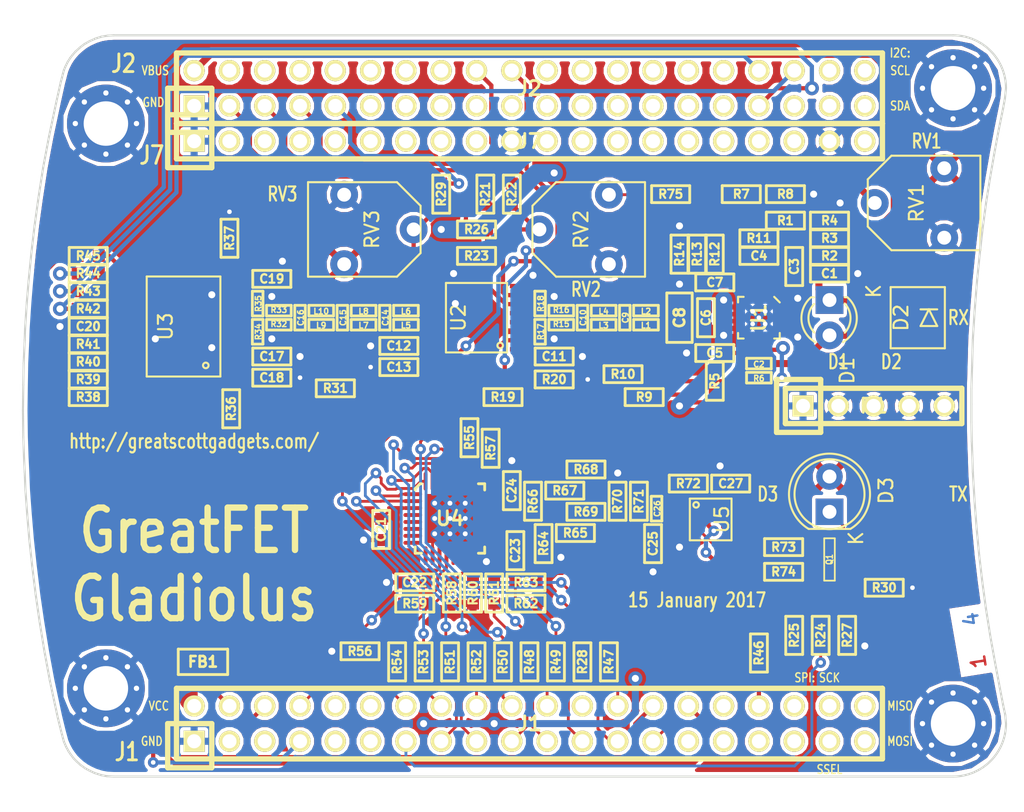
<source format=kicad_pcb>
(kicad_pcb (version 4) (host pcbnew 4.0.4-stable)
  (layers (0 F.Cu signal) (1 C2.Cu power hide) (2 C3.Cu power hide) (31 B.Cu signal) (35 F.Paste user) (37 F.SilkS user) (38 B.Mask user) (39 F.Mask user) (44 Edge.Cuts user))
  (net 0 "")
  (net 1 GND)
  (net 2 VCC)
  (net 3 /VBUS)
  (net 4 "Net-(C1-Pad1)")
  (net 5 "Net-(C2-Pad2)")
  (net 6 "Net-(C2-Pad1)")
  (net 7 "Net-(C3-Pad1)")
  (net 8 "Net-(C4-Pad1)")
  (net 9 "Net-(C5-Pad1)")
  (net 10 "Net-(C7-Pad1)")
  (net 11 "Net-(C9-Pad2)")
  (net 12 "Net-(C9-Pad1)")
  (net 13 "Net-(C10-Pad2)")
  (net 14 "Net-(C10-Pad1)")
  (net 15 "Net-(C13-Pad1)")
  (net 16 "Net-(C14-Pad2)")
  (net 17 "Net-(C14-Pad1)")
  (net 18 "Net-(C15-Pad2)")
  (net 19 "Net-(C15-Pad1)")
  (net 20 "Net-(C16-Pad2)")
  (net 21 "Net-(C16-Pad1)")
  (net 22 "Net-(C18-Pad2)")
  (net 23 "Net-(D3-Pad1)")
  (net 24 "Net-(FB1-Pad2)")
  (net 25 /P4_9)
  (net 26 /P0_0)
  (net 27 /P4_10)
  (net 28 /P0_1)
  (net 29 /P1_0)
  (net 30 /P5_0)
  (net 31 /P5_1)
  (net 32 /P1_1)
  (net 33 /CLK0)
  (net 34 /P1_2)
  (net 35 /P1_5)
  (net 36 /P5_2)
  (net 37 /P1_7)
  (net 38 /P1_6)
  (net 39 /P1_9)
  (net 40 /P1_8)
  (net 41 /P5_3)
  (net 42 /P1_10)
  (net 43 /P1_12)
  (net 44 /P1_11)
  (net 45 /P5_5)
  (net 46 /P5_4)
  (net 47 /P1_14)
  (net 48 /P1_13)
  (net 49 /P5_6)
  (net 50 /P1_15)
  (net 51 /P5_7)
  (net 52 /P1_16)
  (net 53 /P1_18)
  (net 54 /P1_17)
  (net 55 /P9_5)
  (net 56 /P9_6)
  (net 57 /P2_0)
  (net 58 /P6_0)
  (net 59 /P1_20)
  (net 60 /P1_19)
  (net 61 /P1_4)
  (net 62 /P1_3)
  (net 63 /P4_8)
  (net 64 /P4_0)
  (net 65 /ADC0_0)
  (net 66 /P4_5)
  (net 67 /P4_4)
  (net 68 /P4_2)
  (net 69 /P4_3)
  (net 70 /P4_6)
  (net 71 /P4_7)
  (net 72 /CLK2)
  (net 73 /P2_8)
  (net 74 /P2_7)
  (net 75 /P2_6)
  (net 76 /P7_7)
  (net 77 /WAKEUP0)
  (net 78 /P2_5)
  (net 79 /P2_4)
  (net 80 /P2_3)
  (net 81 /PF_4)
  (net 82 /P3_2)
  (net 83 /P7_2)
  (net 84 /P3_1)
  (net 85 /P7_1)
  (net 86 /P3_0)
  (net 87 /P7_0)
  (net 88 /P3_4)
  (net 89 /P6_8)
  (net 90 /P3_7)
  (net 91 /P6_7)
  (net 92 /P3_3)
  (net 93 /P2_2)
  (net 94 /P6_6)
  (net 95 /P2_1)
  (net 96 /P6_3)
  (net 97 /P3_5)
  (net 98 /P3_6)
  (net 99 /I2C0_SDA)
  (net 100 /I2C0_SCL)
  (net 101 /P6_4)
  (net 102 /P6_5)
  (net 103 /ADC0_5)
  (net 104 /ADC0_2)
  (net 105 /P2_9)
  (net 106 /P2_12)
  (net 107 /P2_13)
  (net 108 /RTC_ALARM)
  (net 109 /RESET)
  (net 110 /VBAT)
  (net 111 /P2_11)
  (net 112 /P2_10)
  (net 113 /P6_10)
  (net 114 /P6_9)
  (net 115 /P6_2)
  (net 116 /P6_1)
  (net 117 "Net-(J7-Pad20)")
  (net 118 "Net-(L5-Pad2)")
  (net 119 "Net-(L6-Pad2)")
  (net 120 "Net-(Q1-Pad2)")
  (net 121 "Net-(Q1-Pad1)")
  (net 122 "Net-(R9-Pad1)")
  (net 123 "Net-(R15-Pad2)")
  (net 124 "Net-(R16-Pad2)")
  (net 125 "Net-(R19-Pad2)")
  (net 126 "Net-(R20-Pad1)")
  (net 127 "Net-(R21-Pad1)")
  (net 128 "Net-(R23-Pad1)")
  (net 129 "Net-(R29-Pad1)")
  (net 130 "Net-(R32-Pad2)")
  (net 131 "Net-(R33-Pad2)")
  (net 132 /ADCCLK)
  (net 133 /D0)
  (net 134 /D1)
  (net 135 /D2)
  (net 136 /D3)
  (net 137 /D4)
  (net 138 /D5)
  (net 139 /D6)
  (net 140 /D7)
  (net 141 "Net-(U1-Pad1)")
  (net 142 "Net-(C24-Pad2)")
  (net 143 "Net-(C25-Pad1)")
  (net 144 "Net-(C26-Pad2)")
  (net 145 "Net-(C26-Pad1)")
  (net 146 "Net-(R28-Pad1)")
  (net 147 "Net-(R47-Pad1)")
  (net 148 "Net-(R48-Pad1)")
  (net 149 "Net-(R49-Pad1)")
  (net 150 "Net-(R50-Pad1)")
  (net 151 "Net-(R51-Pad1)")
  (net 152 "Net-(R52-Pad1)")
  (net 153 "Net-(R53-Pad1)")
  (net 154 /DACCLK)
  (net 155 "Net-(R57-Pad2)")
  (net 156 "Net-(R64-Pad1)")
  (net 157 "Net-(R66-Pad1)")
  (net 158 "Net-(R72-Pad2)")
  (net 159 "Net-(R73-Pad2)")
  (net 160 "Net-(R74-Pad1)")
  (net 161 "Net-(U4-Pad4)")
  (net 162 "Net-(U4-Pad5)")
  (net 163 "Net-(U4-Pad6)")
  (net 164 "Net-(U4-Pad7)")
  (net 165 "Net-(U4-Pad8)")
  (net 166 "Net-(U4-Pad9)")
  (net 167 "Net-(U4-Pad13)")
  (net 168 "Net-(R75-Pad1)")
  (module gsg-modules:0603 (layer F.Cu) (at 167.005 111.76 270)
    (fp_text reference R24 (at 0 0 270) (layer F.SilkS) (effects (font (size 0.6096 0.6096) (thickness 0.1524))))
    (fp_text value 1k hide)
    (pad 2 smd rect (at 0.762 0 270) (size 0.8636 0.8636) (layers F.Cu F.Paste F.Mask) (net 35 /P1_5))
    (pad 1 smd rect (at -0.762 0 270) (size 0.8636 0.8636) (layers F.Cu F.Paste F.Mask) (net 143 "Net-(C25-Pad1)"))
  )
  (module gsg-modules:0603 (layer F.Cu) (at 165.1 111.76 270)
    (fp_text reference R25 (at 0 0 270) (layer F.SilkS) (effects (font (size 0.6096 0.6096) (thickness 0.1524))))
    (fp_text value 1k hide)
    (pad 2 smd rect (at 0.762 0 270) (size 0.8636 0.8636) (layers F.Cu F.Paste F.Mask) (net 49 /P5_6))
    (pad 1 smd rect (at -0.762 0 270) (size 0.8636 0.8636) (layers F.Cu F.Paste F.Mask) (net 143 "Net-(C25-Pad1)"))
  )
  (module gsg-modules:0603 (layer F.Cu) (at 137.795 107.95 180)
    (fp_text reference C22 (at 0 0 180) (layer F.SilkS) (effects (font (size 0.6096 0.6096) (thickness 0.1524))))
    (fp_text value 100nF hide)
    (pad 2 smd rect (at 0.762 0 180) (size 0.8636 0.8636) (layers F.Cu F.Paste F.Mask) (net 1 GND))
    (pad 1 smd rect (at -0.762 0 180) (size 0.8636 0.8636) (layers F.Cu F.Paste F.Mask) (net 2 VCC))
  )
  (module gsg-modules:0603 (layer F.Cu) (at 171.577 108.331)
    (fp_text reference R30 (at 0 0) (layer F.SilkS) (effects (font (size 0.6096 0.6096) (thickness 0.1524))))
    (fp_text value 75 hide)
    (pad 2 smd rect (at 0.762 0) (size 0.8636 0.8636) (layers F.Cu F.Paste F.Mask) (net 1 GND))
    (pad 1 smd rect (at -0.762 0) (size 0.8636 0.8636) (layers F.Cu F.Paste F.Mask) (net 120 "Net-(Q1-Pad2)"))
  )
  (module LEDs:LED-5MM (layer F.Cu) (at 167.64 102.87 90)
    (fp_text reference D3 (at 1.524 4.064 90) (layer F.SilkS))
    (fp_text value LED)
    (fp_text user K (at -1.905 1.905 90) (layer F.SilkS))
    (pad 1 thru_hole rect (at 0 0 180) (size 2 1.9) (drill 1.00076) (layers *.Cu *.Mask) (net 23 "Net-(D3-Pad1)"))
    (pad 2 thru_hole circle (at 2.54 0 90) (size 1.9 1.9) (drill 1.00076) (layers *.Cu *.Mask) (net 2 VCC))
  )
  (module gsg-modules:SOT23-3 (layer F.Cu) (at 167.64 106.299 90)
    (fp_text reference Q1 (at 0 0 90) (layer F.SilkS) (effects (font (size 0.4572 0.381) (thickness 0.09525))))
    (fp_text value Q_NPN_BEC hide)
    (pad 2 smd rect (at -0.889 -1.016 90) (size 0.9144 0.9144) (layers F.Cu F.Paste F.Mask) (net 120 "Net-(Q1-Pad2)"))
    (pad 1 smd rect (at 0.889 -1.016 90) (size 0.9144 0.9144) (layers F.Cu F.Paste F.Mask) (net 121 "Net-(Q1-Pad1)"))
    (pad 3 smd rect (at 0 1.016 90) (size 0.9144 0.9144) (layers F.Cu F.Paste F.Mask) (net 23 "Net-(D3-Pad1)"))
  )
  (module gsg-modules:TSSOP16 (layer F.Cu) (at 142.24 88.9 180)
    (fp_text reference U2 (at 1.3 0 270) (layer F.SilkS))
    (fp_text value AD8330ARQZ hide)
    (pad 1 smd rect (at -2.925 -2.275 180) (size 1.05 0.32) (layers F.Cu F.Paste F.Mask) (net 126 "Net-(R20-Pad1)"))
    (pad 2 smd rect (at -2.925 -1.625 180) (size 1.05 0.32) (layers F.Cu F.Paste F.Mask) (net 125 "Net-(R19-Pad2)"))
    (pad 3 smd rect (at -2.925 -0.975 180) (size 1.05 0.32) (layers F.Cu F.Paste F.Mask) (net 2 VCC))
    (pad 4 smd rect (at -2.925 -0.325 180) (size 1.05 0.32) (layers F.Cu F.Paste F.Mask) (net 123 "Net-(R15-Pad2)"))
    (pad 5 smd rect (at -2.925 0.325 180) (size 1.05 0.32) (layers F.Cu F.Paste F.Mask) (net 124 "Net-(R16-Pad2)"))
    (pad 6 smd rect (at -2.925 0.975 180) (size 1.05 0.32) (layers F.Cu F.Paste F.Mask) (net 128 "Net-(R23-Pad1)"))
    (pad 7 smd rect (at -2.925 1.625 180) (size 1.05 0.32) (layers F.Cu F.Paste F.Mask) (net 127 "Net-(R21-Pad1)"))
    (pad 8 smd rect (at -2.925 2.275 180) (size 1.05 0.32) (layers F.Cu F.Paste F.Mask) (net 1 GND))
    (pad 9 smd rect (at 2.925 2.275 180) (size 1.05 0.32) (layers F.Cu F.Paste F.Mask) (net 1 GND))
    (pad 10 smd rect (at 2.925 1.625 180) (size 1.05 0.32) (layers F.Cu F.Paste F.Mask) (net 129 "Net-(R29-Pad1)"))
    (pad 11 smd rect (at 2.925 0.975 180) (size 1.05 0.32) (layers F.Cu F.Paste F.Mask) (net 1 GND))
    (pad 12 smd rect (at 2.925 0.325 180) (size 1.05 0.32) (layers F.Cu F.Paste F.Mask) (net 119 "Net-(L6-Pad2)"))
    (pad 13 smd rect (at 2.925 -0.325 180) (size 1.05 0.32) (layers F.Cu F.Paste F.Mask) (net 118 "Net-(L5-Pad2)"))
    (pad 14 smd rect (at 2.925 -0.975 180) (size 1.05 0.32) (layers F.Cu F.Paste F.Mask) (net 2 VCC))
    (pad 15 smd rect (at 2.925 -1.625 180) (size 1.05 0.32) (layers F.Cu F.Paste F.Mask) (net 15 "Net-(C13-Pad1)"))
    (pad 16 smd rect (at 2.925 -2.275 180) (size 1.05 0.32) (layers F.Cu F.Paste F.Mask) (net 2 VCC))
  )
  (module gsg-modules:HEADER-1x20 (layer F.Cu) (at 146.05 76.2)
    (fp_text reference J7 (at 0 0) (layer F.SilkS) (effects (font (size 1.016 1.016) (thickness 0.2032))))
    (fp_text value BONUS_ROW hide)
    (pad 1 thru_hole rect (at -24.13 0) (size 1.524 1.524) (drill 1.016) (layers *.Cu *.Mask F.SilkS) (net 1 GND))
    (pad 2 thru_hole circle (at -21.59 0) (size 1.524 1.524) (drill 1.016) (layers *.Cu *.Mask F.SilkS) (net 101 /P6_4))
    (pad 3 thru_hole circle (at -19.05 0) (size 1.524 1.524) (drill 1.016) (layers *.Cu *.Mask F.SilkS) (net 102 /P6_5))
    (pad 4 thru_hole circle (at -16.51 0) (size 1.524 1.524) (drill 1.016) (layers *.Cu *.Mask F.SilkS) (net 103 /ADC0_5))
    (pad 5 thru_hole circle (at -13.97 0) (size 1.524 1.524) (drill 1.016) (layers *.Cu *.Mask F.SilkS) (net 104 /ADC0_2))
    (pad 6 thru_hole circle (at -11.43 0) (size 1.524 1.524) (drill 1.016) (layers *.Cu *.Mask F.SilkS) (net 105 /P2_9))
    (pad 7 thru_hole circle (at -8.89 0) (size 1.524 1.524) (drill 1.016) (layers *.Cu *.Mask F.SilkS) (net 106 /P2_12))
    (pad 8 thru_hole circle (at -6.35 0) (size 1.524 1.524) (drill 1.016) (layers *.Cu *.Mask F.SilkS) (net 107 /P2_13))
    (pad 9 thru_hole circle (at -3.81 0) (size 1.524 1.524) (drill 1.016) (layers *.Cu *.Mask F.SilkS) (net 108 /RTC_ALARM))
    (pad 10 thru_hole circle (at -1.27 0) (size 1.524 1.524) (drill 1.016) (layers *.Cu *.Mask F.SilkS) (net 1 GND))
    (pad 11 thru_hole circle (at 1.27 0) (size 1.524 1.524) (drill 1.016) (layers *.Cu *.Mask F.SilkS) (net 109 /RESET))
    (pad 12 thru_hole circle (at 3.81 0) (size 1.524 1.524) (drill 1.016) (layers *.Cu *.Mask F.SilkS) (net 110 /VBAT))
    (pad 13 thru_hole circle (at 6.35 0) (size 1.524 1.524) (drill 1.016) (layers *.Cu *.Mask F.SilkS) (net 111 /P2_11))
    (pad 14 thru_hole circle (at 8.89 0) (size 1.524 1.524) (drill 1.016) (layers *.Cu *.Mask F.SilkS) (net 112 /P2_10))
    (pad 15 thru_hole circle (at 11.43 0) (size 1.524 1.524) (drill 1.016) (layers *.Cu *.Mask F.SilkS) (net 113 /P6_10))
    (pad 16 thru_hole circle (at 13.97 0) (size 1.524 1.524) (drill 1.016) (layers *.Cu *.Mask F.SilkS) (net 114 /P6_9))
    (pad 17 thru_hole circle (at 16.51 0) (size 1.524 1.524) (drill 1.016) (layers *.Cu *.Mask F.SilkS) (net 115 /P6_2))
    (pad 18 thru_hole circle (at 19.05 0) (size 1.524 1.524) (drill 1.016) (layers *.Cu *.Mask F.SilkS) (net 116 /P6_1))
    (pad 19 thru_hole circle (at 21.59 0) (size 1.524 1.524) (drill 1.016) (layers *.Cu *.Mask F.SilkS) (net 1 GND))
    (pad 20 thru_hole circle (at 24.13 0) (size 1.524 1.524) (drill 1.016) (layers *.Cu *.Mask F.SilkS) (net 117 "Net-(J7-Pad20)"))
  )
  (module gsg-modules:HEADER-2x20 (layer F.Cu) (at 146.05 118.11)
    (fp_text reference J1 (at 0 0) (layer F.SilkS) (effects (font (size 1.016 1.016) (thickness 0.2032))))
    (fp_text value NEIGHBOR1 hide)
    (pad 1 thru_hole rect (at -24.13 1.27) (size 1.524 1.524) (drill 1.016) (layers *.Cu *.Mask F.SilkS) (net 1 GND))
    (pad 2 thru_hole circle (at -24.13 -1.27) (size 1.524 1.524) (drill 1.016) (layers *.Cu *.Mask F.SilkS) (net 24 "Net-(FB1-Pad2)"))
    (pad 3 thru_hole circle (at -21.59 1.27) (size 1.524 1.524) (drill 1.016) (layers *.Cu *.Mask F.SilkS) (net 25 /P4_9))
    (pad 4 thru_hole circle (at -21.59 -1.27) (size 1.524 1.524) (drill 1.016) (layers *.Cu *.Mask F.SilkS) (net 26 /P0_0))
    (pad 5 thru_hole circle (at -19.05 1.27) (size 1.524 1.524) (drill 1.016) (layers *.Cu *.Mask F.SilkS) (net 27 /P4_10))
    (pad 6 thru_hole circle (at -19.05 -1.27) (size 1.524 1.524) (drill 1.016) (layers *.Cu *.Mask F.SilkS) (net 28 /P0_1))
    (pad 7 thru_hole circle (at -16.51 1.27) (size 1.524 1.524) (drill 1.016) (layers *.Cu *.Mask F.SilkS) (net 29 /P1_0))
    (pad 8 thru_hole circle (at -16.51 -1.27) (size 1.524 1.524) (drill 1.016) (layers *.Cu *.Mask F.SilkS) (net 30 /P5_0))
    (pad 9 thru_hole circle (at -13.97 1.27) (size 1.524 1.524) (drill 1.016) (layers *.Cu *.Mask F.SilkS) (net 31 /P5_1))
    (pad 10 thru_hole circle (at -13.97 -1.27) (size 1.524 1.524) (drill 1.016) (layers *.Cu *.Mask F.SilkS) (net 32 /P1_1))
    (pad 11 thru_hole circle (at -11.43 1.27) (size 1.524 1.524) (drill 1.016) (layers *.Cu *.Mask F.SilkS) (net 33 /CLK0))
    (pad 12 thru_hole circle (at -11.43 -1.27) (size 1.524 1.524) (drill 1.016) (layers *.Cu *.Mask F.SilkS) (net 34 /P1_2))
    (pad 13 thru_hole circle (at -8.89 1.27) (size 1.524 1.524) (drill 1.016) (layers *.Cu *.Mask F.SilkS) (net 35 /P1_5))
    (pad 14 thru_hole circle (at -8.89 -1.27) (size 1.524 1.524) (drill 1.016) (layers *.Cu *.Mask F.SilkS) (net 36 /P5_2))
    (pad 15 thru_hole circle (at -6.35 1.27) (size 1.524 1.524) (drill 1.016) (layers *.Cu *.Mask F.SilkS) (net 37 /P1_7))
    (pad 16 thru_hole circle (at -6.35 -1.27) (size 1.524 1.524) (drill 1.016) (layers *.Cu *.Mask F.SilkS) (net 38 /P1_6))
    (pad 17 thru_hole circle (at -3.81 1.27) (size 1.524 1.524) (drill 1.016) (layers *.Cu *.Mask F.SilkS) (net 39 /P1_9))
    (pad 18 thru_hole circle (at -3.81 -1.27) (size 1.524 1.524) (drill 1.016) (layers *.Cu *.Mask F.SilkS) (net 40 /P1_8))
    (pad 19 thru_hole circle (at -1.27 1.27) (size 1.524 1.524) (drill 1.016) (layers *.Cu *.Mask F.SilkS) (net 41 /P5_3))
    (pad 20 thru_hole circle (at -1.27 -1.27) (size 1.524 1.524) (drill 1.016) (layers *.Cu *.Mask F.SilkS) (net 42 /P1_10))
    (pad 21 thru_hole circle (at 1.27 1.27) (size 1.524 1.524) (drill 1.016) (layers *.Cu *.Mask F.SilkS) (net 43 /P1_12))
    (pad 22 thru_hole circle (at 1.27 -1.27) (size 1.524 1.524) (drill 1.016) (layers *.Cu *.Mask F.SilkS) (net 44 /P1_11))
    (pad 23 thru_hole circle (at 3.81 1.27) (size 1.524 1.524) (drill 1.016) (layers *.Cu *.Mask F.SilkS) (net 45 /P5_5))
    (pad 24 thru_hole circle (at 3.81 -1.27) (size 1.524 1.524) (drill 1.016) (layers *.Cu *.Mask F.SilkS) (net 46 /P5_4))
    (pad 25 thru_hole circle (at 6.35 1.27) (size 1.524 1.524) (drill 1.016) (layers *.Cu *.Mask F.SilkS) (net 47 /P1_14))
    (pad 26 thru_hole circle (at 6.35 -1.27) (size 1.524 1.524) (drill 1.016) (layers *.Cu *.Mask F.SilkS) (net 48 /P1_13))
    (pad 27 thru_hole circle (at 8.89 1.27) (size 1.524 1.524) (drill 1.016) (layers *.Cu *.Mask F.SilkS) (net 49 /P5_6))
    (pad 28 thru_hole circle (at 8.89 -1.27) (size 1.524 1.524) (drill 1.016) (layers *.Cu *.Mask F.SilkS) (net 50 /P1_15))
    (pad 29 thru_hole circle (at 11.43 1.27) (size 1.524 1.524) (drill 1.016) (layers *.Cu *.Mask F.SilkS) (net 51 /P5_7))
    (pad 30 thru_hole circle (at 11.43 -1.27) (size 1.524 1.524) (drill 1.016) (layers *.Cu *.Mask F.SilkS) (net 52 /P1_16))
    (pad 31 thru_hole circle (at 13.97 1.27) (size 1.524 1.524) (drill 1.016) (layers *.Cu *.Mask F.SilkS) (net 53 /P1_18))
    (pad 32 thru_hole circle (at 13.97 -1.27) (size 1.524 1.524) (drill 1.016) (layers *.Cu *.Mask F.SilkS) (net 54 /P1_17))
    (pad 33 thru_hole circle (at 16.51 1.27) (size 1.524 1.524) (drill 1.016) (layers *.Cu *.Mask F.SilkS) (net 55 /P9_5))
    (pad 34 thru_hole circle (at 16.51 -1.27) (size 1.524 1.524) (drill 1.016) (layers *.Cu *.Mask F.SilkS) (net 56 /P9_6))
    (pad 35 thru_hole circle (at 19.05 1.27) (size 1.524 1.524) (drill 1.016) (layers *.Cu *.Mask F.SilkS) (net 57 /P2_0))
    (pad 36 thru_hole circle (at 19.05 -1.27) (size 1.524 1.524) (drill 1.016) (layers *.Cu *.Mask F.SilkS) (net 58 /P6_0))
    (pad 37 thru_hole circle (at 21.59 1.27) (size 1.524 1.524) (drill 1.016) (layers *.Cu *.Mask F.SilkS) (net 59 /P1_20))
    (pad 38 thru_hole circle (at 21.59 -1.27) (size 1.524 1.524) (drill 1.016) (layers *.Cu *.Mask F.SilkS) (net 60 /P1_19))
    (pad 39 thru_hole circle (at 24.13 1.27) (size 1.524 1.524) (drill 1.016) (layers *.Cu *.Mask F.SilkS) (net 61 /P1_4))
    (pad 40 thru_hole circle (at 24.13 -1.27) (size 1.524 1.524) (drill 1.016) (layers *.Cu *.Mask F.SilkS) (net 62 /P1_3))
  )
  (module gsg-modules:HEADER-2x20 (layer F.Cu) (at 146.05 72.39)
    (fp_text reference J2 (at 0 0) (layer F.SilkS) (effects (font (size 1.016 1.016) (thickness 0.2032))))
    (fp_text value NEIGHBOR2 hide)
    (pad 1 thru_hole rect (at -24.13 1.27) (size 1.524 1.524) (drill 1.016) (layers *.Cu *.Mask F.SilkS) (net 1 GND))
    (pad 2 thru_hole circle (at -24.13 -1.27) (size 1.524 1.524) (drill 1.016) (layers *.Cu *.Mask F.SilkS) (net 3 /VBUS))
    (pad 3 thru_hole circle (at -21.59 1.27) (size 1.524 1.524) (drill 1.016) (layers *.Cu *.Mask F.SilkS) (net 63 /P4_8))
    (pad 4 thru_hole circle (at -21.59 -1.27) (size 1.524 1.524) (drill 1.016) (layers *.Cu *.Mask F.SilkS) (net 64 /P4_0))
    (pad 5 thru_hole circle (at -19.05 1.27) (size 1.524 1.524) (drill 1.016) (layers *.Cu *.Mask F.SilkS) (net 65 /ADC0_0))
    (pad 6 thru_hole circle (at -19.05 -1.27) (size 1.524 1.524) (drill 1.016) (layers *.Cu *.Mask F.SilkS) (net 66 /P4_5))
    (pad 7 thru_hole circle (at -16.51 1.27) (size 1.524 1.524) (drill 1.016) (layers *.Cu *.Mask F.SilkS) (net 67 /P4_4))
    (pad 8 thru_hole circle (at -16.51 -1.27) (size 1.524 1.524) (drill 1.016) (layers *.Cu *.Mask F.SilkS) (net 68 /P4_2))
    (pad 9 thru_hole circle (at -13.97 1.27) (size 1.524 1.524) (drill 1.016) (layers *.Cu *.Mask F.SilkS) (net 69 /P4_3))
    (pad 10 thru_hole circle (at -13.97 -1.27) (size 1.524 1.524) (drill 1.016) (layers *.Cu *.Mask F.SilkS) (net 70 /P4_6))
    (pad 11 thru_hole circle (at -11.43 1.27) (size 1.524 1.524) (drill 1.016) (layers *.Cu *.Mask F.SilkS) (net 71 /P4_7))
    (pad 12 thru_hole circle (at -11.43 -1.27) (size 1.524 1.524) (drill 1.016) (layers *.Cu *.Mask F.SilkS) (net 72 /CLK2))
    (pad 13 thru_hole circle (at -8.89 1.27) (size 1.524 1.524) (drill 1.016) (layers *.Cu *.Mask F.SilkS) (net 73 /P2_8))
    (pad 14 thru_hole circle (at -8.89 -1.27) (size 1.524 1.524) (drill 1.016) (layers *.Cu *.Mask F.SilkS) (net 74 /P2_7))
    (pad 15 thru_hole circle (at -6.35 1.27) (size 1.524 1.524) (drill 1.016) (layers *.Cu *.Mask F.SilkS) (net 75 /P2_6))
    (pad 16 thru_hole circle (at -6.35 -1.27) (size 1.524 1.524) (drill 1.016) (layers *.Cu *.Mask F.SilkS) (net 76 /P7_7))
    (pad 17 thru_hole circle (at -3.81 1.27) (size 1.524 1.524) (drill 1.016) (layers *.Cu *.Mask F.SilkS) (net 77 /WAKEUP0))
    (pad 18 thru_hole circle (at -3.81 -1.27) (size 1.524 1.524) (drill 1.016) (layers *.Cu *.Mask F.SilkS) (net 78 /P2_5))
    (pad 19 thru_hole circle (at -1.27 1.27) (size 1.524 1.524) (drill 1.016) (layers *.Cu *.Mask F.SilkS) (net 79 /P2_4))
    (pad 20 thru_hole circle (at -1.27 -1.27) (size 1.524 1.524) (drill 1.016) (layers *.Cu *.Mask F.SilkS) (net 80 /P2_3))
    (pad 21 thru_hole circle (at 1.27 1.27) (size 1.524 1.524) (drill 1.016) (layers *.Cu *.Mask F.SilkS) (net 81 /PF_4))
    (pad 22 thru_hole circle (at 1.27 -1.27) (size 1.524 1.524) (drill 1.016) (layers *.Cu *.Mask F.SilkS) (net 82 /P3_2))
    (pad 23 thru_hole circle (at 3.81 1.27) (size 1.524 1.524) (drill 1.016) (layers *.Cu *.Mask F.SilkS) (net 83 /P7_2))
    (pad 24 thru_hole circle (at 3.81 -1.27) (size 1.524 1.524) (drill 1.016) (layers *.Cu *.Mask F.SilkS) (net 84 /P3_1))
    (pad 25 thru_hole circle (at 6.35 1.27) (size 1.524 1.524) (drill 1.016) (layers *.Cu *.Mask F.SilkS) (net 85 /P7_1))
    (pad 26 thru_hole circle (at 6.35 -1.27) (size 1.524 1.524) (drill 1.016) (layers *.Cu *.Mask F.SilkS) (net 86 /P3_0))
    (pad 27 thru_hole circle (at 8.89 1.27) (size 1.524 1.524) (drill 1.016) (layers *.Cu *.Mask F.SilkS) (net 87 /P7_0))
    (pad 28 thru_hole circle (at 8.89 -1.27) (size 1.524 1.524) (drill 1.016) (layers *.Cu *.Mask F.SilkS) (net 88 /P3_4))
    (pad 29 thru_hole circle (at 11.43 1.27) (size 1.524 1.524) (drill 1.016) (layers *.Cu *.Mask F.SilkS) (net 89 /P6_8))
    (pad 30 thru_hole circle (at 11.43 -1.27) (size 1.524 1.524) (drill 1.016) (layers *.Cu *.Mask F.SilkS) (net 90 /P3_7))
    (pad 31 thru_hole circle (at 13.97 1.27) (size 1.524 1.524) (drill 1.016) (layers *.Cu *.Mask F.SilkS) (net 91 /P6_7))
    (pad 32 thru_hole circle (at 13.97 -1.27) (size 1.524 1.524) (drill 1.016) (layers *.Cu *.Mask F.SilkS) (net 92 /P3_3))
    (pad 33 thru_hole circle (at 16.51 1.27) (size 1.524 1.524) (drill 1.016) (layers *.Cu *.Mask F.SilkS) (net 93 /P2_2))
    (pad 34 thru_hole circle (at 16.51 -1.27) (size 1.524 1.524) (drill 1.016) (layers *.Cu *.Mask F.SilkS) (net 94 /P6_6))
    (pad 35 thru_hole circle (at 19.05 1.27) (size 1.524 1.524) (drill 1.016) (layers *.Cu *.Mask F.SilkS) (net 95 /P2_1))
    (pad 36 thru_hole circle (at 19.05 -1.27) (size 1.524 1.524) (drill 1.016) (layers *.Cu *.Mask F.SilkS) (net 96 /P6_3))
    (pad 37 thru_hole circle (at 21.59 1.27) (size 1.524 1.524) (drill 1.016) (layers *.Cu *.Mask F.SilkS) (net 97 /P3_5))
    (pad 38 thru_hole circle (at 21.59 -1.27) (size 1.524 1.524) (drill 1.016) (layers *.Cu *.Mask F.SilkS) (net 98 /P3_6))
    (pad 39 thru_hole circle (at 24.13 1.27) (size 1.524 1.524) (drill 1.016) (layers *.Cu *.Mask F.SilkS) (net 99 /I2C0_SDA))
    (pad 40 thru_hole circle (at 24.13 -1.27) (size 1.524 1.524) (drill 1.016) (layers *.Cu *.Mask F.SilkS) (net 100 /I2C0_SCL))
  )
  (module gsg-modules:HOLE126MIL-COPPER (layer F.Cu) (at 115.57 74.93)
    (fp_text reference MH1 hide)
    (fp_text value MOUNTING_HOLE hide)
    (pad 1 thru_hole circle (at 0 0) (size 5.6 5.6) (drill 3.2004) (layers *.Cu *.Mask) (net 1 GND))
    (pad 1 thru_hole circle (at 0 -2.2) (size 0.6 0.6) (drill 0.381) (layers *.Cu *.Mask) (net 1 GND))
    (pad 1 thru_hole circle (at -2.2 0) (size 0.6 0.6) (drill 0.381) (layers *.Cu *.Mask) (net 1 GND))
    (pad 1 thru_hole circle (at 0 2.2) (size 0.6 0.6) (drill 0.381) (layers *.Cu *.Mask) (net 1 GND))
    (pad 1 thru_hole circle (at 2.2 0) (size 0.6 0.6) (drill 0.381) (layers *.Cu *.Mask) (net 1 GND))
    (pad 1 thru_hole circle (at 1.55 -1.55) (size 0.6 0.6) (drill 0.381) (layers *.Cu *.Mask) (net 1 GND))
    (pad 1 thru_hole circle (at -1.55 -1.55) (size 0.6 0.6) (drill 0.381) (layers *.Cu *.Mask) (net 1 GND))
    (pad 1 thru_hole circle (at -1.55 1.55) (size 0.6 0.6) (drill 0.381) (layers *.Cu *.Mask) (net 1 GND))
    (pad 1 thru_hole circle (at 1.55 1.55) (size 0.6 0.6) (drill 0.381) (layers *.Cu *.Mask) (net 1 GND))
  )
  (module gsg-modules:HOLE126MIL-COPPER (layer F.Cu) (at 115.57 115.57)
    (fp_text reference MH2 hide)
    (fp_text value MOUNTING_HOLE hide)
    (pad 1 thru_hole circle (at 0 0) (size 5.6 5.6) (drill 3.2004) (layers *.Cu *.Mask) (net 1 GND))
    (pad 1 thru_hole circle (at 0 -2.2) (size 0.6 0.6) (drill 0.381) (layers *.Cu *.Mask) (net 1 GND))
    (pad 1 thru_hole circle (at -2.2 0) (size 0.6 0.6) (drill 0.381) (layers *.Cu *.Mask) (net 1 GND))
    (pad 1 thru_hole circle (at 0 2.2) (size 0.6 0.6) (drill 0.381) (layers *.Cu *.Mask) (net 1 GND))
    (pad 1 thru_hole circle (at 2.2 0) (size 0.6 0.6) (drill 0.381) (layers *.Cu *.Mask) (net 1 GND))
    (pad 1 thru_hole circle (at 1.55 -1.55) (size 0.6 0.6) (drill 0.381) (layers *.Cu *.Mask) (net 1 GND))
    (pad 1 thru_hole circle (at -1.55 -1.55) (size 0.6 0.6) (drill 0.381) (layers *.Cu *.Mask) (net 1 GND))
    (pad 1 thru_hole circle (at -1.55 1.55) (size 0.6 0.6) (drill 0.381) (layers *.Cu *.Mask) (net 1 GND))
    (pad 1 thru_hole circle (at 1.55 1.55) (size 0.6 0.6) (drill 0.381) (layers *.Cu *.Mask) (net 1 GND))
  )
  (module gsg-modules:HOLE126MIL-COPPER (layer F.Cu) (at 176.53 118.11)
    (fp_text reference MH3 hide)
    (fp_text value MOUNTING_HOLE hide)
    (pad 1 thru_hole circle (at 0 0) (size 5.6 5.6) (drill 3.2004) (layers *.Cu *.Mask) (net 1 GND))
    (pad 1 thru_hole circle (at 0 -2.2) (size 0.6 0.6) (drill 0.381) (layers *.Cu *.Mask) (net 1 GND))
    (pad 1 thru_hole circle (at -2.2 0) (size 0.6 0.6) (drill 0.381) (layers *.Cu *.Mask) (net 1 GND))
    (pad 1 thru_hole circle (at 0 2.2) (size 0.6 0.6) (drill 0.381) (layers *.Cu *.Mask) (net 1 GND))
    (pad 1 thru_hole circle (at 2.2 0) (size 0.6 0.6) (drill 0.381) (layers *.Cu *.Mask) (net 1 GND))
    (pad 1 thru_hole circle (at 1.55 -1.55) (size 0.6 0.6) (drill 0.381) (layers *.Cu *.Mask) (net 1 GND))
    (pad 1 thru_hole circle (at -1.55 -1.55) (size 0.6 0.6) (drill 0.381) (layers *.Cu *.Mask) (net 1 GND))
    (pad 1 thru_hole circle (at -1.55 1.55) (size 0.6 0.6) (drill 0.381) (layers *.Cu *.Mask) (net 1 GND))
    (pad 1 thru_hole circle (at 1.55 1.55) (size 0.6 0.6) (drill 0.381) (layers *.Cu *.Mask) (net 1 GND))
  )
  (module gsg-modules:HOLE126MIL-COPPER (layer F.Cu) (at 176.53 72.39)
    (fp_text reference MH4 hide)
    (fp_text value MOUNTING_HOLE hide)
    (pad 1 thru_hole circle (at 0 0) (size 5.6 5.6) (drill 3.2004) (layers *.Cu *.Mask) (net 1 GND))
    (pad 1 thru_hole circle (at 0 -2.2) (size 0.6 0.6) (drill 0.381) (layers *.Cu *.Mask) (net 1 GND))
    (pad 1 thru_hole circle (at -2.2 0) (size 0.6 0.6) (drill 0.381) (layers *.Cu *.Mask) (net 1 GND))
    (pad 1 thru_hole circle (at 0 2.2) (size 0.6 0.6) (drill 0.381) (layers *.Cu *.Mask) (net 1 GND))
    (pad 1 thru_hole circle (at 2.2 0) (size 0.6 0.6) (drill 0.381) (layers *.Cu *.Mask) (net 1 GND))
    (pad 1 thru_hole circle (at 1.55 -1.55) (size 0.6 0.6) (drill 0.381) (layers *.Cu *.Mask) (net 1 GND))
    (pad 1 thru_hole circle (at -1.55 -1.55) (size 0.6 0.6) (drill 0.381) (layers *.Cu *.Mask) (net 1 GND))
    (pad 1 thru_hole circle (at -1.55 1.55) (size 0.6 0.6) (drill 0.381) (layers *.Cu *.Mask) (net 1 GND))
    (pad 1 thru_hole circle (at 1.55 1.55) (size 0.6 0.6) (drill 0.381) (layers *.Cu *.Mask) (net 1 GND))
  )
  (module gsg-modules:0805 (layer F.Cu) (at 156.845 88.9 90)
    (fp_text reference C8 (at 0 0 90) (layer F.SilkS) (effects (font (size 0.762 0.762) (thickness 0.1905))))
    (fp_text value 10uF hide)
    (pad 2 smd rect (at 1.016 0 90) (size 1.15062 1.44018) (layers F.Cu F.Paste F.Mask) (net 1 GND) (clearance 0.1778))
    (pad 1 smd rect (at -1.016 0 90) (size 1.15062 1.44018) (layers F.Cu F.Paste F.Mask) (net 2 VCC) (clearance 0.1778))
  )
  (module LEDs:LED-3MM (layer F.Cu) (at 167.64 87.63 270)
    (fp_text reference D1 (at 5.08 -1.27 270) (layer F.SilkS))
    (fp_text value PHOTODIODE)
    (fp_text user K (at -0.635 -3.175 270) (layer F.SilkS))
    (pad 1 thru_hole rect (at 0 0) (size 2 2) (drill 1.00076) (layers *.Cu *.Mask) (net 4 "Net-(C1-Pad1)"))
    (pad 2 thru_hole circle (at 2.54 0 270) (size 2 2) (drill 1.00076) (layers *.Cu *.Mask) (net 5 "Net-(C2-Pad2)"))
  )
  (module gsg-modules:VBPW34FASR (layer F.Cu) (at 173.99 88.9 270)
    (fp_text reference D2 (at 0 1.2 270) (layer F.SilkS))
    (fp_text value PHOTODIODE)
    (pad 1 smd rect (at -3.575 0 270) (size 1.75 1.8) (layers F.Cu F.Paste F.Mask) (net 4 "Net-(C1-Pad1)"))
    (pad 2 smd rect (at 3.575 0 270) (size 1.75 1.8) (layers F.Cu F.Paste F.Mask) (net 5 "Net-(C2-Pad2)"))
  )
  (module gsg-modules:0805 (layer F.Cu) (at 122.555 113.665 180)
    (fp_text reference FB1 (at 0 0 180) (layer F.SilkS) (effects (font (size 0.762 0.762) (thickness 0.1905))))
    (fp_text value FILTER hide)
    (pad 2 smd rect (at 1.016 0 180) (size 1.15062 1.44018) (layers F.Cu F.Paste F.Mask) (net 24 "Net-(FB1-Pad2)") (clearance 0.1778))
    (pad 1 smd rect (at -1.016 0 180) (size 1.15062 1.44018) (layers F.Cu F.Paste F.Mask) (net 2 VCC) (clearance 0.1778))
  )
  (module gsg-modules:3306F (layer F.Cu) (at 175.895 80.645 90)
    (fp_text reference RV1 (at 0 -2 90) (layer F.SilkS))
    (fp_text value POT)
    (pad 1 thru_hole circle (at -2.5 0 90) (size 2 2) (drill 1) (layers *.Cu *.Mask) (net 1 GND))
    (pad 2 thru_hole circle (at 0 -5 90) (size 2 2) (drill 1) (layers *.Cu *.Mask) (net 7 "Net-(C3-Pad1)"))
    (pad 3 thru_hole circle (at 2.5 0 90) (size 2 2) (drill 1) (layers *.Cu *.Mask) (net 2 VCC))
  )
  (module gsg-modules:3306F (layer F.Cu) (at 151.765 82.55 90)
    (fp_text reference RV2 (at 0 -2 90) (layer F.SilkS))
    (fp_text value POT)
    (pad 1 thru_hole circle (at -2.5 0 90) (size 2 2) (drill 1) (layers *.Cu *.Mask) (net 1 GND))
    (pad 2 thru_hole circle (at 0 -5 90) (size 2 2) (drill 1) (layers *.Cu *.Mask) (net 127 "Net-(R21-Pad1)"))
    (pad 3 thru_hole circle (at 2.5 0 90) (size 2 2) (drill 1) (layers *.Cu *.Mask) (net 168 "Net-(R75-Pad1)"))
  )
  (module gsg-modules:3306F (layer F.Cu) (at 132.715 82.55 270)
    (fp_text reference RV3 (at 0 -2 270) (layer F.SilkS))
    (fp_text value POT)
    (pad 1 thru_hole circle (at -2.5 0 270) (size 2 2) (drill 1) (layers *.Cu *.Mask) (net 1 GND))
    (pad 2 thru_hole circle (at 0 -5 270) (size 2 2) (drill 1) (layers *.Cu *.Mask) (net 129 "Net-(R29-Pad1)"))
    (pad 3 thru_hole circle (at 2.5 0 270) (size 2 2) (drill 1) (layers *.Cu *.Mask) (net 2 VCC))
  )
  (module gsg-modules:QFN16-3 (layer F.Cu) (at 162.56 88.9 270)
    (fp_text reference U1 (at 0 0 270) (layer F.SilkS) (effects (font (thickness 0.2032))))
    (fp_text value THS4520RGT)
    (pad 1 smd oval (at -1.6 -0.75 270) (size 1.2 0.32) (layers F.Cu F.Paste F.Mask) (net 141 "Net-(U1-Pad1)"))
    (pad 2 smd oval (at -1.6 -0.25 270) (size 1.2 0.32) (layers F.Cu F.Paste F.Mask) (net 7 "Net-(C3-Pad1)"))
    (pad 3 smd oval (at -1.6 0.25 270) (size 1.2 0.32) (layers F.Cu F.Paste F.Mask) (net 8 "Net-(C4-Pad1)"))
    (pad 4 smd oval (at -1.6 0.75 270) (size 1.2 0.32) (layers F.Cu F.Paste F.Mask) (net 10 "Net-(C7-Pad1)"))
    (pad 5 smd oval (at -0.75 1.6) (size 1.2 0.32) (layers F.Cu F.Paste F.Mask) (net 2 VCC))
    (pad 6 smd oval (at -0.25 1.6) (size 1.2 0.32) (layers F.Cu F.Paste F.Mask) (net 2 VCC))
    (pad 7 smd oval (at 0.25 1.6) (size 1.2 0.32) (layers F.Cu F.Paste F.Mask) (net 2 VCC))
    (pad 8 smd oval (at 0.75 1.6) (size 1.2 0.32) (layers F.Cu F.Paste F.Mask) (net 2 VCC))
    (pad 9 smd oval (at 1.6 0.75 270) (size 1.2 0.32) (layers F.Cu F.Paste F.Mask) (net 9 "Net-(C5-Pad1)"))
    (pad 10 smd oval (at 1.6 0.25 270) (size 1.2 0.32) (layers F.Cu F.Paste F.Mask) (net 6 "Net-(C2-Pad1)"))
    (pad 11 smd oval (at 1.6 -0.25 270) (size 1.2 0.32) (layers F.Cu F.Paste F.Mask) (net 5 "Net-(C2-Pad2)"))
    (pad 12 smd oval (at 1.6 -0.75 270) (size 1.2 0.32) (layers F.Cu F.Paste F.Mask) (net 122 "Net-(R9-Pad1)"))
    (pad 13 smd oval (at 0.75 -1.6) (size 1.2 0.32) (layers F.Cu F.Paste F.Mask) (net 1 GND))
    (pad 14 smd oval (at 0.25 -1.6) (size 1.2 0.32) (layers F.Cu F.Paste F.Mask) (net 1 GND))
    (pad 15 smd oval (at -0.25 -1.6) (size 1.2 0.32) (layers F.Cu F.Paste F.Mask) (net 1 GND))
    (pad 16 smd oval (at -0.75 -1.6) (size 1.2 0.32) (layers F.Cu F.Paste F.Mask) (net 1 GND))
    (pad 0 smd rect (at 0 0 270) (size 1.5 1.5) (layers F.Cu F.Mask) (net 1 GND))
    (pad 0 thru_hole circle (at 0 0 270) (size 0.6 0.6) (drill 0.33) (layers *.Cu) (net 1 GND))
    (pad 0 thru_hole circle (at -0.45 -0.45 270) (size 0.6 0.6) (drill 0.33) (layers *.Cu) (net 1 GND))
    (pad 0 thru_hole circle (at 0.45 -0.45 270) (size 0.6 0.6) (drill 0.33) (layers *.Cu) (net 1 GND))
    (pad 0 thru_hole circle (at 0.45 0.45 270) (size 0.6 0.6) (drill 0.33) (layers *.Cu) (net 1 GND))
    (pad 0 thru_hole circle (at -0.45 0.45 270) (size 0.6 0.6) (drill 0.33) (layers *.Cu) (net 1 GND))
    (pad 0 smd rect (at -0.375 -0.375 270) (size 0.75 0.75) (layers F.Cu F.Paste) (net 1 GND))
    (pad 0 smd rect (at 0.375 -0.375 270) (size 0.75 0.75) (layers F.Cu F.Paste) (net 1 GND))
    (pad 0 smd rect (at -0.375 0.375 270) (size 0.75 0.75) (layers F.Cu F.Paste) (net 1 GND))
    (pad 0 smd rect (at 0.375 0.375 270) (size 0.75 0.75) (layers F.Cu F.Paste) (net 1 GND))
  )
  (module gsg-modules:SSOP20 (layer F.Cu) (at 121.158 89.535 180)
    (fp_text reference U3 (at 1.3 0 270) (layer F.SilkS))
    (fp_text value AD9283)
    (pad 1 smd rect (at -3.5 -2.925 180) (size 1.2 0.32) (layers F.Cu F.Paste F.Mask) (net 80 /P2_3))
    (pad 2 smd rect (at -3.5 -2.275 180) (size 1.2 0.32) (layers F.Cu F.Paste F.Mask) (net 22 "Net-(C18-Pad2)"))
    (pad 3 smd rect (at -3.5 -1.625 180) (size 1.2 0.32) (layers F.Cu F.Paste F.Mask) (net 22 "Net-(C18-Pad2)"))
    (pad 4 smd rect (at -3.5 -0.975 180) (size 1.2 0.32) (layers F.Cu F.Paste F.Mask) (net 1 GND))
    (pad 5 smd rect (at -3.5 -0.325 180) (size 1.2 0.32) (layers F.Cu F.Paste F.Mask) (net 2 VCC))
    (pad 6 smd rect (at -3.5 0.325 180) (size 1.2 0.32) (layers F.Cu F.Paste F.Mask) (net 130 "Net-(R32-Pad2)"))
    (pad 7 smd rect (at -3.5 0.975 180) (size 1.2 0.32) (layers F.Cu F.Paste F.Mask) (net 131 "Net-(R33-Pad2)"))
    (pad 8 smd rect (at -3.5 1.625 180) (size 1.2 0.32) (layers F.Cu F.Paste F.Mask) (net 2 VCC))
    (pad 9 smd rect (at -3.5 2.275 180) (size 1.2 0.32) (layers F.Cu F.Paste F.Mask) (net 1 GND))
    (pad 10 smd rect (at -3.5 2.925 180) (size 1.2 0.32) (layers F.Cu F.Paste F.Mask) (net 132 /ADCCLK))
    (pad 11 smd rect (at 3.5 2.925 180) (size 1.2 0.32) (layers F.Cu F.Paste F.Mask) (net 140 /D7))
    (pad 12 smd rect (at 3.5 2.275 180) (size 1.2 0.32) (layers F.Cu F.Paste F.Mask) (net 139 /D6))
    (pad 13 smd rect (at 3.5 1.625 180) (size 1.2 0.32) (layers F.Cu F.Paste F.Mask) (net 138 /D5))
    (pad 14 smd rect (at 3.5 0.975 180) (size 1.2 0.32) (layers F.Cu F.Paste F.Mask) (net 137 /D4))
    (pad 15 smd rect (at 3.5 0.325 180) (size 1.2 0.32) (layers F.Cu F.Paste F.Mask) (net 2 VCC))
    (pad 16 smd rect (at 3.5 -0.325 180) (size 1.2 0.32) (layers F.Cu F.Paste F.Mask) (net 1 GND))
    (pad 17 smd rect (at 3.5 -0.975 180) (size 1.2 0.32) (layers F.Cu F.Paste F.Mask) (net 136 /D3))
    (pad 18 smd rect (at 3.5 -1.625 180) (size 1.2 0.32) (layers F.Cu F.Paste F.Mask) (net 135 /D2))
    (pad 19 smd rect (at 3.5 -2.275 180) (size 1.2 0.32) (layers F.Cu F.Paste F.Mask) (net 134 /D1))
    (pad 20 smd rect (at 3.5 -2.925 180) (size 1.2 0.32) (layers F.Cu F.Paste F.Mask) (net 133 /D0))
  )
  (module gsg-modules:0603 (layer F.Cu) (at 167.64 85.725)
    (fp_text reference C1 (at 0 0) (layer F.SilkS) (effects (font (size 0.6096 0.6096) (thickness 0.1524))))
    (fp_text value C hide)
    (pad 2 smd rect (at 0.762 0) (size 0.8636 0.8636) (layers F.Cu F.Paste F.Mask) (net 1 GND))
    (pad 1 smd rect (at -0.762 0) (size 0.8636 0.8636) (layers F.Cu F.Paste F.Mask) (net 4 "Net-(C1-Pad1)"))
  )
  (module gsg-modules:0603 (layer F.Cu) (at 165.1 85.217 270)
    (fp_text reference C3 (at 0 0 270) (layer F.SilkS) (effects (font (size 0.6096 0.6096) (thickness 0.1524))))
    (fp_text value 100nF hide)
    (pad 2 smd rect (at 0.762 0 270) (size 0.8636 0.8636) (layers F.Cu F.Paste F.Mask) (net 1 GND))
    (pad 1 smd rect (at -0.762 0 270) (size 0.8636 0.8636) (layers F.Cu F.Paste F.Mask) (net 7 "Net-(C3-Pad1)"))
  )
  (module gsg-modules:0603 (layer F.Cu) (at 162.56 84.455)
    (fp_text reference C4 (at 0 0) (layer F.SilkS) (effects (font (size 0.6096 0.6096) (thickness 0.1524))))
    (fp_text value C hide)
    (pad 2 smd rect (at 0.762 0) (size 0.8636 0.8636) (layers F.Cu F.Paste F.Mask) (net 7 "Net-(C3-Pad1)"))
    (pad 1 smd rect (at -0.762 0) (size 0.8636 0.8636) (layers F.Cu F.Paste F.Mask) (net 8 "Net-(C4-Pad1)"))
  )
  (module gsg-modules:0603 (layer F.Cu) (at 159.385 91.44 180)
    (fp_text reference C5 (at 0 0 180) (layer F.SilkS) (effects (font (size 0.6096 0.6096) (thickness 0.1524))))
    (fp_text value 100nF hide)
    (pad 2 smd rect (at 0.762 0 180) (size 0.8636 0.8636) (layers F.Cu F.Paste F.Mask) (net 1 GND))
    (pad 1 smd rect (at -0.762 0 180) (size 0.8636 0.8636) (layers F.Cu F.Paste F.Mask) (net 9 "Net-(C5-Pad1)"))
  )
  (module gsg-modules:0603 (layer F.Cu) (at 158.75 88.9 90)
    (fp_text reference C6 (at 0 0 90) (layer F.SilkS) (effects (font (size 0.6096 0.6096) (thickness 0.1524))))
    (fp_text value 100nF hide)
    (pad 2 smd rect (at 0.762 0 90) (size 0.8636 0.8636) (layers F.Cu F.Paste F.Mask) (net 1 GND))
    (pad 1 smd rect (at -0.762 0 90) (size 0.8636 0.8636) (layers F.Cu F.Paste F.Mask) (net 2 VCC))
  )
  (module gsg-modules:0603 (layer F.Cu) (at 159.385 86.36 180)
    (fp_text reference C7 (at 0 0 180) (layer F.SilkS) (effects (font (size 0.6096 0.6096) (thickness 0.1524))))
    (fp_text value 100nF hide)
    (pad 2 smd rect (at 0.762 0 180) (size 0.8636 0.8636) (layers F.Cu F.Paste F.Mask) (net 1 GND))
    (pad 1 smd rect (at -0.762 0 180) (size 0.8636 0.8636) (layers F.Cu F.Paste F.Mask) (net 10 "Net-(C7-Pad1)"))
  )
  (module gsg-modules:0603 (layer F.Cu) (at 147.828 91.694)
    (fp_text reference C11 (at 0 0) (layer F.SilkS) (effects (font (size 0.6096 0.6096) (thickness 0.1524))))
    (fp_text value 100nF hide)
    (pad 2 smd rect (at 0.762 0) (size 0.8636 0.8636) (layers F.Cu F.Paste F.Mask) (net 1 GND))
    (pad 1 smd rect (at -0.762 0) (size 0.8636 0.8636) (layers F.Cu F.Paste F.Mask) (net 2 VCC))
  )
  (module gsg-modules:0603 (layer F.Cu) (at 136.652 90.932 180)
    (fp_text reference C12 (at 0 0 180) (layer F.SilkS) (effects (font (size 0.6096 0.6096) (thickness 0.1524))))
    (fp_text value 100nF hide)
    (pad 2 smd rect (at 0.762 0 180) (size 0.8636 0.8636) (layers F.Cu F.Paste F.Mask) (net 1 GND))
    (pad 1 smd rect (at -0.762 0 180) (size 0.8636 0.8636) (layers F.Cu F.Paste F.Mask) (net 2 VCC))
  )
  (module gsg-modules:0603 (layer F.Cu) (at 136.652 92.456 180)
    (fp_text reference C13 (at 0 0 180) (layer F.SilkS) (effects (font (size 0.6096 0.6096) (thickness 0.1524))))
    (fp_text value 100nF hide)
    (pad 2 smd rect (at 0.762 0 180) (size 0.8636 0.8636) (layers F.Cu F.Paste F.Mask) (net 1 GND))
    (pad 1 smd rect (at -0.762 0 180) (size 0.8636 0.8636) (layers F.Cu F.Paste F.Mask) (net 15 "Net-(C13-Pad1)"))
  )
  (module gsg-modules:0603 (layer F.Cu) (at 127.508 91.694 180)
    (fp_text reference C17 (at 0 0 180) (layer F.SilkS) (effects (font (size 0.6096 0.6096) (thickness 0.1524))))
    (fp_text value 100nF hide)
    (pad 2 smd rect (at 0.762 0 180) (size 0.8636 0.8636) (layers F.Cu F.Paste F.Mask) (net 2 VCC))
    (pad 1 smd rect (at -0.762 0 180) (size 0.8636 0.8636) (layers F.Cu F.Paste F.Mask) (net 1 GND))
  )
  (module gsg-modules:0603 (layer F.Cu) (at 127.508 93.218 180)
    (fp_text reference C18 (at 0 0 180) (layer F.SilkS) (effects (font (size 0.6096 0.6096) (thickness 0.1524))))
    (fp_text value 100nF hide)
    (pad 2 smd rect (at 0.762 0 180) (size 0.8636 0.8636) (layers F.Cu F.Paste F.Mask) (net 22 "Net-(C18-Pad2)"))
    (pad 1 smd rect (at -0.762 0 180) (size 0.8636 0.8636) (layers F.Cu F.Paste F.Mask) (net 1 GND))
  )
  (module gsg-modules:0603 (layer F.Cu) (at 127.508 86.106 180)
    (fp_text reference C19 (at 0 0 180) (layer F.SilkS) (effects (font (size 0.6096 0.6096) (thickness 0.1524))))
    (fp_text value 100nF hide)
    (pad 2 smd rect (at 0.762 0 180) (size 0.8636 0.8636) (layers F.Cu F.Paste F.Mask) (net 2 VCC))
    (pad 1 smd rect (at -0.762 0 180) (size 0.8636 0.8636) (layers F.Cu F.Paste F.Mask) (net 1 GND))
  )
  (module gsg-modules:0603 (layer F.Cu) (at 114.3 89.535)
    (fp_text reference C20 (at 0 0) (layer F.SilkS) (effects (font (size 0.6096 0.6096) (thickness 0.1524))))
    (fp_text value 100nF hide)
    (pad 2 smd rect (at 0.762 0) (size 0.8636 0.8636) (layers F.Cu F.Paste F.Mask) (net 2 VCC))
    (pad 1 smd rect (at -0.762 0) (size 0.8636 0.8636) (layers F.Cu F.Paste F.Mask) (net 1 GND))
  )
  (module gsg-modules:0603 (layer F.Cu) (at 164.465 81.915)
    (fp_text reference R1 (at 0 0) (layer F.SilkS) (effects (font (size 0.6096 0.6096) (thickness 0.1524))))
    (fp_text value 0 hide)
    (pad 2 smd rect (at 0.762 0) (size 0.8636 0.8636) (layers F.Cu F.Paste F.Mask) (net 4 "Net-(C1-Pad1)"))
    (pad 1 smd rect (at -0.762 0) (size 0.8636 0.8636) (layers F.Cu F.Paste F.Mask) (net 7 "Net-(C3-Pad1)"))
  )
  (module gsg-modules:0603 (layer F.Cu) (at 167.64 84.455)
    (fp_text reference R2 (at 0 0) (layer F.SilkS) (effects (font (size 0.6096 0.6096) (thickness 0.1524))))
    (fp_text value 0 hide)
    (pad 2 smd rect (at 0.762 0) (size 0.8636 0.8636) (layers F.Cu F.Paste F.Mask) (net 2 VCC))
    (pad 1 smd rect (at -0.762 0) (size 0.8636 0.8636) (layers F.Cu F.Paste F.Mask) (net 4 "Net-(C1-Pad1)"))
  )
  (module gsg-modules:0603 (layer F.Cu) (at 167.64 83.185)
    (fp_text reference R3 (at 0 0) (layer F.SilkS) (effects (font (size 0.6096 0.6096) (thickness 0.1524))))
    (fp_text value 0 hide)
    (pad 2 smd rect (at 0.762 0) (size 0.8636 0.8636) (layers F.Cu F.Paste F.Mask) (net 3 /VBUS))
    (pad 1 smd rect (at -0.762 0) (size 0.8636 0.8636) (layers F.Cu F.Paste F.Mask) (net 4 "Net-(C1-Pad1)"))
  )
  (module gsg-modules:0603 (layer F.Cu) (at 167.64 81.915)
    (fp_text reference R4 (at 0 0) (layer F.SilkS) (effects (font (size 0.6096 0.6096) (thickness 0.1524))))
    (fp_text value 0 hide)
    (pad 2 smd rect (at 0.762 0) (size 0.8636 0.8636) (layers F.Cu F.Paste F.Mask) (net 1 GND))
    (pad 1 smd rect (at -0.762 0) (size 0.8636 0.8636) (layers F.Cu F.Paste F.Mask) (net 4 "Net-(C1-Pad1)"))
  )
  (module gsg-modules:0603 (layer F.Cu) (at 159.385 93.472 90)
    (fp_text reference R5 (at 0 0 90) (layer F.SilkS) (effects (font (size 0.6096 0.6096) (thickness 0.1524))))
    (fp_text value R hide)
    (pad 2 smd rect (at 0.762 0 90) (size 0.8636 0.8636) (layers F.Cu F.Paste F.Mask) (net 9 "Net-(C5-Pad1)"))
    (pad 1 smd rect (at -0.762 0 90) (size 0.8636 0.8636) (layers F.Cu F.Paste F.Mask) (net 5 "Net-(C2-Pad2)"))
  )
  (module gsg-modules:0603 (layer F.Cu) (at 161.29 80.01 180)
    (fp_text reference R7 (at 0 0 180) (layer F.SilkS) (effects (font (size 0.6096 0.6096) (thickness 0.1524))))
    (fp_text value 3.24k hide)
    (pad 2 smd rect (at 0.762 0 180) (size 0.8636 0.8636) (layers F.Cu F.Paste F.Mask) (net 2 VCC))
    (pad 1 smd rect (at -0.762 0 180) (size 0.8636 0.8636) (layers F.Cu F.Paste F.Mask) (net 7 "Net-(C3-Pad1)"))
  )
  (module gsg-modules:0603 (layer F.Cu) (at 164.465 80.01 180)
    (fp_text reference R8 (at 0 0 180) (layer F.SilkS) (effects (font (size 0.6096 0.6096) (thickness 0.1524))))
    (fp_text value 1.74k hide)
    (pad 2 smd rect (at 0.762 0 180) (size 0.8636 0.8636) (layers F.Cu F.Paste F.Mask) (net 7 "Net-(C3-Pad1)"))
    (pad 1 smd rect (at -0.762 0 180) (size 0.8636 0.8636) (layers F.Cu F.Paste F.Mask) (net 1 GND))
  )
  (module gsg-modules:0603 (layer F.Cu) (at 154.305 94.615 180)
    (fp_text reference R9 (at 0 0 180) (layer F.SilkS) (effects (font (size 0.6096 0.6096) (thickness 0.1524))))
    (fp_text value 0 hide)
    (pad 2 smd rect (at 0.762 0 180) (size 0.8636 0.8636) (layers F.Cu F.Paste F.Mask) (net 78 /P2_5))
    (pad 1 smd rect (at -0.762 0 180) (size 0.8636 0.8636) (layers F.Cu F.Paste F.Mask) (net 122 "Net-(R9-Pad1)"))
  )
  (module gsg-modules:0603 (layer F.Cu) (at 152.781 92.964)
    (fp_text reference R10 (at 0 0) (layer F.SilkS) (effects (font (size 0.6096 0.6096) (thickness 0.1524))))
    (fp_text value 10k hide)
    (pad 2 smd rect (at 0.762 0) (size 0.8636 0.8636) (layers F.Cu F.Paste F.Mask) (net 78 /P2_5))
    (pad 1 smd rect (at -0.762 0) (size 0.8636 0.8636) (layers F.Cu F.Paste F.Mask) (net 1 GND))
  )
  (module gsg-modules:0603 (layer F.Cu) (at 162.56 83.185 180)
    (fp_text reference R11 (at 0 0 180) (layer F.SilkS) (effects (font (size 0.6096 0.6096) (thickness 0.1524))))
    (fp_text value R hide)
    (pad 2 smd rect (at 0.762 0 180) (size 0.8636 0.8636) (layers F.Cu F.Paste F.Mask) (net 8 "Net-(C4-Pad1)"))
    (pad 1 smd rect (at -0.762 0 180) (size 0.8636 0.8636) (layers F.Cu F.Paste F.Mask) (net 7 "Net-(C3-Pad1)"))
  )
  (module gsg-modules:0603 (layer F.Cu) (at 159.385 84.328 270)
    (fp_text reference R12 (at 0 0 270) (layer F.SilkS) (effects (font (size 0.6096 0.6096) (thickness 0.1524))))
    (fp_text value R hide)
    (pad 2 smd rect (at 0.762 0 270) (size 0.8636 0.8636) (layers F.Cu F.Paste F.Mask) (net 10 "Net-(C7-Pad1)"))
    (pad 1 smd rect (at -0.762 0 270) (size 0.8636 0.8636) (layers F.Cu F.Paste F.Mask) (net 7 "Net-(C3-Pad1)"))
  )
  (module gsg-modules:0603 (layer F.Cu) (at 158.115 84.328 270)
    (fp_text reference R13 (at 0 0 270) (layer F.SilkS) (effects (font (size 0.6096 0.6096) (thickness 0.1524))))
    (fp_text value R hide)
    (pad 2 smd rect (at 0.762 0 270) (size 0.8636 0.8636) (layers F.Cu F.Paste F.Mask) (net 10 "Net-(C7-Pad1)"))
    (pad 1 smd rect (at -0.762 0 270) (size 0.8636 0.8636) (layers F.Cu F.Paste F.Mask) (net 2 VCC))
  )
  (module gsg-modules:0603 (layer F.Cu) (at 156.845 84.328 90)
    (fp_text reference R14 (at 0 0 90) (layer F.SilkS) (effects (font (size 0.6096 0.6096) (thickness 0.1524))))
    (fp_text value R hide)
    (pad 2 smd rect (at 0.762 0 90) (size 0.8636 0.8636) (layers F.Cu F.Paste F.Mask) (net 1 GND))
    (pad 1 smd rect (at -0.762 0 90) (size 0.8636 0.8636) (layers F.Cu F.Paste F.Mask) (net 10 "Net-(C7-Pad1)"))
  )
  (module gsg-modules:0603 (layer F.Cu) (at 144.145 94.615 180)
    (fp_text reference R19 (at 0 0 180) (layer F.SilkS) (effects (font (size 0.6096 0.6096) (thickness 0.1524))))
    (fp_text value 0 hide)
    (pad 2 smd rect (at 0.762 0 180) (size 0.8636 0.8636) (layers F.Cu F.Paste F.Mask) (net 125 "Net-(R19-Pad2)"))
    (pad 1 smd rect (at -0.762 0 180) (size 0.8636 0.8636) (layers F.Cu F.Paste F.Mask) (net 78 /P2_5))
  )
  (module gsg-modules:0603 (layer F.Cu) (at 147.828 93.345)
    (fp_text reference R20 (at 0 0) (layer F.SilkS) (effects (font (size 0.6096 0.6096) (thickness 0.1524))))
    (fp_text value 0 hide)
    (pad 2 smd rect (at 0.762 0) (size 0.8636 0.8636) (layers F.Cu F.Paste F.Mask) (net 1 GND))
    (pad 1 smd rect (at -0.762 0) (size 0.8636 0.8636) (layers F.Cu F.Paste F.Mask) (net 126 "Net-(R20-Pad1)"))
  )
  (module gsg-modules:0603 (layer F.Cu) (at 142.875 80.01 90)
    (fp_text reference R21 (at 0 0 90) (layer F.SilkS) (effects (font (size 0.6096 0.6096) (thickness 0.1524))))
    (fp_text value 0 hide)
    (pad 2 smd rect (at 0.762 0 90) (size 0.8636 0.8636) (layers F.Cu F.Paste F.Mask) (net 65 /ADC0_0))
    (pad 1 smd rect (at -0.762 0 90) (size 0.8636 0.8636) (layers F.Cu F.Paste F.Mask) (net 127 "Net-(R21-Pad1)"))
  )
  (module gsg-modules:0603 (layer F.Cu) (at 144.78 80.01 90)
    (fp_text reference R22 (at 0 0 90) (layer F.SilkS) (effects (font (size 0.6096 0.6096) (thickness 0.1524))))
    (fp_text value 0 hide)
    (pad 2 smd rect (at 0.762 0 90) (size 0.8636 0.8636) (layers F.Cu F.Paste F.Mask) (net 67 /P4_4))
    (pad 1 smd rect (at -0.762 0 90) (size 0.8636 0.8636) (layers F.Cu F.Paste F.Mask) (net 127 "Net-(R21-Pad1)"))
  )
  (module gsg-modules:0603 (layer F.Cu) (at 142.24 84.455 180)
    (fp_text reference R23 (at 0 0 180) (layer F.SilkS) (effects (font (size 0.6096 0.6096) (thickness 0.1524))))
    (fp_text value 0 hide)
    (pad 2 smd rect (at 0.762 0 180) (size 0.8636 0.8636) (layers F.Cu F.Paste F.Mask) (net 2 VCC))
    (pad 1 smd rect (at -0.762 0 180) (size 0.8636 0.8636) (layers F.Cu F.Paste F.Mask) (net 128 "Net-(R23-Pad1)"))
  )
  (module gsg-modules:0603 (layer F.Cu) (at 142.24 82.55 180)
    (fp_text reference R26 (at 0 0 180) (layer F.SilkS) (effects (font (size 0.6096 0.6096) (thickness 0.1524))))
    (fp_text value 0 hide)
    (pad 2 smd rect (at 0.762 0 180) (size 0.8636 0.8636) (layers F.Cu F.Paste F.Mask) (net 63 /P4_8))
    (pad 1 smd rect (at -0.762 0 180) (size 0.8636 0.8636) (layers F.Cu F.Paste F.Mask) (net 128 "Net-(R23-Pad1)"))
  )
  (module gsg-modules:0603 (layer F.Cu) (at 168.91 111.76 270)
    (fp_text reference R27 (at 0 0 270) (layer F.SilkS) (effects (font (size 0.6096 0.6096) (thickness 0.1524))))
    (fp_text value 10k hide)
    (pad 2 smd rect (at 0.762 0 270) (size 0.8636 0.8636) (layers F.Cu F.Paste F.Mask) (net 1 GND))
    (pad 1 smd rect (at -0.762 0 270) (size 0.8636 0.8636) (layers F.Cu F.Paste F.Mask) (net 143 "Net-(C25-Pad1)"))
  )
  (module gsg-modules:0603 (layer F.Cu) (at 149.86 113.665 270)
    (fp_text reference R28 (at 0 0 270) (layer F.SilkS) (effects (font (size 0.6096 0.6096) (thickness 0.1524))))
    (fp_text value 39 hide)
    (pad 2 smd rect (at 0.762 0 270) (size 0.8636 0.8636) (layers F.Cu F.Paste F.Mask) (net 47 /P1_14))
    (pad 1 smd rect (at -0.762 0 270) (size 0.8636 0.8636) (layers F.Cu F.Paste F.Mask) (net 146 "Net-(R28-Pad1)"))
  )
  (module gsg-modules:0603 (layer F.Cu) (at 139.7 80.01 90)
    (fp_text reference R29 (at 0 0 90) (layer F.SilkS) (effects (font (size 0.6096 0.6096) (thickness 0.1524))))
    (fp_text value 0 hide)
    (pad 2 smd rect (at 0.762 0 90) (size 0.8636 0.8636) (layers F.Cu F.Paste F.Mask) (net 69 /P4_3))
    (pad 1 smd rect (at -0.762 0 90) (size 0.8636 0.8636) (layers F.Cu F.Paste F.Mask) (net 129 "Net-(R29-Pad1)"))
  )
  (module gsg-modules:0603 (layer F.Cu) (at 132.08 93.98 180)
    (fp_text reference R31 (at 0 0 180) (layer F.SilkS) (effects (font (size 0.6096 0.6096) (thickness 0.1524))))
    (fp_text value 0 hide)
    (pad 2 smd rect (at 0.762 0 180) (size 0.8636 0.8636) (layers F.Cu F.Paste F.Mask) (net 22 "Net-(C18-Pad2)"))
    (pad 1 smd rect (at -0.762 0 180) (size 0.8636 0.8636) (layers F.Cu F.Paste F.Mask) (net 15 "Net-(C13-Pad1)"))
  )
  (module gsg-modules:0603 (layer F.Cu) (at 124.587 95.4532 270)
    (fp_text reference R36 (at 0 0 270) (layer F.SilkS) (effects (font (size 0.6096 0.6096) (thickness 0.1524))))
    (fp_text value 10k hide)
    (pad 2 smd rect (at 0.762 0 270) (size 0.8636 0.8636) (layers F.Cu F.Paste F.Mask) (net 2 VCC))
    (pad 1 smd rect (at -0.762 0 270) (size 0.8636 0.8636) (layers F.Cu F.Paste F.Mask) (net 80 /P2_3))
  )
  (module gsg-modules:0603 (layer F.Cu) (at 124.46 83.185 90)
    (fp_text reference R37 (at 0 0 90) (layer F.SilkS) (effects (font (size 0.6096 0.6096) (thickness 0.1524))))
    (fp_text value R hide)
    (pad 2 smd rect (at 0.762 0 90) (size 0.8636 0.8636) (layers F.Cu F.Paste F.Mask) (net 1 GND))
    (pad 1 smd rect (at -0.762 0 90) (size 0.8636 0.8636) (layers F.Cu F.Paste F.Mask) (net 132 /ADCCLK))
  )
  (module gsg-modules:0603 (layer F.Cu) (at 114.3 94.615)
    (fp_text reference R38 (at 0 0) (layer F.SilkS) (effects (font (size 0.6096 0.6096) (thickness 0.1524))))
    (fp_text value 39 hide)
    (pad 2 smd rect (at 0.762 0) (size 0.8636 0.8636) (layers F.Cu F.Paste F.Mask) (net 133 /D0))
    (pad 1 smd rect (at -0.762 0) (size 0.8636 0.8636) (layers F.Cu F.Paste F.Mask) (net 26 /P0_0))
  )
  (module gsg-modules:0603 (layer F.Cu) (at 114.3 93.345)
    (fp_text reference R39 (at 0 0) (layer F.SilkS) (effects (font (size 0.6096 0.6096) (thickness 0.1524))))
    (fp_text value 39 hide)
    (pad 2 smd rect (at 0.762 0) (size 0.8636 0.8636) (layers F.Cu F.Paste F.Mask) (net 134 /D1))
    (pad 1 smd rect (at -0.762 0) (size 0.8636 0.8636) (layers F.Cu F.Paste F.Mask) (net 28 /P0_1))
  )
  (module gsg-modules:0603 (layer F.Cu) (at 114.3 92.075)
    (fp_text reference R40 (at 0 0) (layer F.SilkS) (effects (font (size 0.6096 0.6096) (thickness 0.1524))))
    (fp_text value 39 hide)
    (pad 2 smd rect (at 0.762 0) (size 0.8636 0.8636) (layers F.Cu F.Paste F.Mask) (net 135 /D2))
    (pad 1 smd rect (at -0.762 0) (size 0.8636 0.8636) (layers F.Cu F.Paste F.Mask) (net 50 /P1_15))
  )
  (module gsg-modules:0603 (layer F.Cu) (at 114.3 90.805)
    (fp_text reference R41 (at 0 0) (layer F.SilkS) (effects (font (size 0.6096 0.6096) (thickness 0.1524))))
    (fp_text value 39 hide)
    (pad 2 smd rect (at 0.762 0) (size 0.8636 0.8636) (layers F.Cu F.Paste F.Mask) (net 136 /D3))
    (pad 1 smd rect (at -0.762 0) (size 0.8636 0.8636) (layers F.Cu F.Paste F.Mask) (net 52 /P1_16))
  )
  (module gsg-modules:0603 (layer F.Cu) (at 114.3 88.265)
    (fp_text reference R42 (at 0 0) (layer F.SilkS) (effects (font (size 0.6096 0.6096) (thickness 0.1524))))
    (fp_text value 39 hide)
    (pad 2 smd rect (at 0.762 0) (size 0.8636 0.8636) (layers F.Cu F.Paste F.Mask) (net 137 /D4))
    (pad 1 smd rect (at -0.762 0) (size 0.8636 0.8636) (layers F.Cu F.Paste F.Mask) (net 96 /P6_3))
  )
  (module gsg-modules:0603 (layer F.Cu) (at 114.3 86.995)
    (fp_text reference R43 (at 0 0) (layer F.SilkS) (effects (font (size 0.6096 0.6096) (thickness 0.1524))))
    (fp_text value 39 hide)
    (pad 2 smd rect (at 0.762 0) (size 0.8636 0.8636) (layers F.Cu F.Paste F.Mask) (net 138 /D5))
    (pad 1 smd rect (at -0.762 0) (size 0.8636 0.8636) (layers F.Cu F.Paste F.Mask) (net 94 /P6_6))
  )
  (module gsg-modules:0603 (layer F.Cu) (at 114.3 85.725)
    (fp_text reference R44 (at 0 0) (layer F.SilkS) (effects (font (size 0.6096 0.6096) (thickness 0.1524))))
    (fp_text value 39 hide)
    (pad 2 smd rect (at 0.762 0) (size 0.8636 0.8636) (layers F.Cu F.Paste F.Mask) (net 139 /D6))
    (pad 1 smd rect (at -0.762 0) (size 0.8636 0.8636) (layers F.Cu F.Paste F.Mask) (net 93 /P2_2))
  )
  (module gsg-modules:0603 (layer F.Cu) (at 114.3 84.455)
    (fp_text reference R45 (at 0 0) (layer F.SilkS) (effects (font (size 0.6096 0.6096) (thickness 0.1524))))
    (fp_text value 39 hide)
    (pad 2 smd rect (at 0.762 0) (size 0.8636 0.8636) (layers F.Cu F.Paste F.Mask) (net 140 /D7))
    (pad 1 smd rect (at -0.762 0) (size 0.8636 0.8636) (layers F.Cu F.Paste F.Mask) (net 29 /P1_0))
  )
  (module gsg-modules:0603 (layer F.Cu) (at 162.56 113.03 270)
    (fp_text reference R46 (at 0 0 270) (layer F.SilkS) (effects (font (size 0.6096 0.6096) (thickness 0.1524))))
    (fp_text value 39 hide)
    (pad 2 smd rect (at 0.762 0 270) (size 0.8636 0.8636) (layers F.Cu F.Paste F.Mask) (net 56 /P9_6))
    (pad 1 smd rect (at -0.762 0 270) (size 0.8636 0.8636) (layers F.Cu F.Paste F.Mask) (net 132 /ADCCLK))
  )
  (module gsg-modules:0402 (layer F.Cu) (at 162.56 92.202)
    (fp_text reference C2 (at 0 0.0508) (layer F.SilkS) (effects (font (size 0.4064 0.4064) (thickness 0.1016))))
    (fp_text value 15pF hide)
    (pad 2 smd rect (at 0.5334 0) (size 0.508 0.5588) (layers F.Cu F.Paste F.Mask) (net 5 "Net-(C2-Pad2)"))
    (pad 1 smd rect (at -0.5334 0) (size 0.508 0.5588) (layers F.Cu F.Paste F.Mask) (net 6 "Net-(C2-Pad1)"))
  )
  (module gsg-modules:0402 (layer F.Cu) (at 152.908 88.9 90)
    (fp_text reference C9 (at 0 0.0508 90) (layer F.SilkS) (effects (font (size 0.4064 0.4064) (thickness 0.1016))))
    (fp_text value 100pF hide)
    (pad 2 smd rect (at 0.5334 0 90) (size 0.508 0.5588) (layers F.Cu F.Paste F.Mask) (net 11 "Net-(C9-Pad2)"))
    (pad 1 smd rect (at -0.5334 0 90) (size 0.508 0.5588) (layers F.Cu F.Paste F.Mask) (net 12 "Net-(C9-Pad1)"))
  )
  (module gsg-modules:0402 (layer F.Cu) (at 149.86 88.9 90)
    (fp_text reference C10 (at 0 0.0508 90) (layer F.SilkS) (effects (font (size 0.4064 0.4064) (thickness 0.1016))))
    (fp_text value 15pF hide)
    (pad 2 smd rect (at 0.5334 0 90) (size 0.508 0.5588) (layers F.Cu F.Paste F.Mask) (net 13 "Net-(C10-Pad2)"))
    (pad 1 smd rect (at -0.5334 0 90) (size 0.508 0.5588) (layers F.Cu F.Paste F.Mask) (net 14 "Net-(C10-Pad1)"))
  )
  (module gsg-modules:0402 (layer F.Cu) (at 135.636 88.9 90)
    (fp_text reference C14 (at 0 0.0508 90) (layer F.SilkS) (effects (font (size 0.4064 0.4064) (thickness 0.1016))))
    (fp_text value 130pF hide)
    (pad 2 smd rect (at 0.5334 0 90) (size 0.508 0.5588) (layers F.Cu F.Paste F.Mask) (net 16 "Net-(C14-Pad2)"))
    (pad 1 smd rect (at -0.5334 0 90) (size 0.508 0.5588) (layers F.Cu F.Paste F.Mask) (net 17 "Net-(C14-Pad1)"))
  )
  (module gsg-modules:0402 (layer F.Cu) (at 132.588 88.9 90)
    (fp_text reference C15 (at 0 0.0508 90) (layer F.SilkS) (effects (font (size 0.4064 0.4064) (thickness 0.1016))))
    (fp_text value 82pF hide)
    (pad 2 smd rect (at 0.5334 0 90) (size 0.508 0.5588) (layers F.Cu F.Paste F.Mask) (net 18 "Net-(C15-Pad2)"))
    (pad 1 smd rect (at -0.5334 0 90) (size 0.508 0.5588) (layers F.Cu F.Paste F.Mask) (net 19 "Net-(C15-Pad1)"))
  )
  (module gsg-modules:0402 (layer F.Cu) (at 129.54 88.9 90)
    (fp_text reference C16 (at 0 0.0508 90) (layer F.SilkS) (effects (font (size 0.4064 0.4064) (thickness 0.1016))))
    (fp_text value 24pF hide)
    (pad 2 smd rect (at 0.5334 0 90) (size 0.508 0.5588) (layers F.Cu F.Paste F.Mask) (net 20 "Net-(C16-Pad2)"))
    (pad 1 smd rect (at -0.5334 0 90) (size 0.508 0.5588) (layers F.Cu F.Paste F.Mask) (net 21 "Net-(C16-Pad1)"))
  )
  (module gsg-modules:0402 (layer F.Cu) (at 154.432 89.408)
    (fp_text reference L1 (at 0 0.0508) (layer F.SilkS) (effects (font (size 0.4064 0.4064) (thickness 0.1016))))
    (fp_text value 2.2uH hide)
    (pad 2 smd rect (at 0.5334 0) (size 0.508 0.5588) (layers F.Cu F.Paste F.Mask) (net 6 "Net-(C2-Pad1)"))
    (pad 1 smd rect (at -0.5334 0) (size 0.508 0.5588) (layers F.Cu F.Paste F.Mask) (net 12 "Net-(C9-Pad1)"))
  )
  (module gsg-modules:0402 (layer F.Cu) (at 154.432 88.392)
    (fp_text reference L2 (at 0 0.0508) (layer F.SilkS) (effects (font (size 0.4064 0.4064) (thickness 0.1016))))
    (fp_text value 2.2uH hide)
    (pad 2 smd rect (at 0.5334 0) (size 0.508 0.5588) (layers F.Cu F.Paste F.Mask) (net 8 "Net-(C4-Pad1)"))
    (pad 1 smd rect (at -0.5334 0) (size 0.508 0.5588) (layers F.Cu F.Paste F.Mask) (net 11 "Net-(C9-Pad2)"))
  )
  (module gsg-modules:0402 (layer F.Cu) (at 151.384 89.408)
    (fp_text reference L3 (at 0 0.0508) (layer F.SilkS) (effects (font (size 0.4064 0.4064) (thickness 0.1016))))
    (fp_text value 1.5uH hide)
    (pad 2 smd rect (at 0.5334 0) (size 0.508 0.5588) (layers F.Cu F.Paste F.Mask) (net 12 "Net-(C9-Pad1)"))
    (pad 1 smd rect (at -0.5334 0) (size 0.508 0.5588) (layers F.Cu F.Paste F.Mask) (net 14 "Net-(C10-Pad1)"))
  )
  (module gsg-modules:0402 (layer F.Cu) (at 151.384 88.392)
    (fp_text reference L4 (at 0 0.0508) (layer F.SilkS) (effects (font (size 0.4064 0.4064) (thickness 0.1016))))
    (fp_text value 1.5uH hide)
    (pad 2 smd rect (at 0.5334 0) (size 0.508 0.5588) (layers F.Cu F.Paste F.Mask) (net 11 "Net-(C9-Pad2)"))
    (pad 1 smd rect (at -0.5334 0) (size 0.508 0.5588) (layers F.Cu F.Paste F.Mask) (net 13 "Net-(C10-Pad2)"))
  )
  (module gsg-modules:0402 (layer F.Cu) (at 137.16 89.408)
    (fp_text reference L5 (at 0 0.0508) (layer F.SilkS) (effects (font (size 0.4064 0.4064) (thickness 0.1016))))
    (fp_text value 2.2uH hide)
    (pad 2 smd rect (at 0.5334 0) (size 0.508 0.5588) (layers F.Cu F.Paste F.Mask) (net 118 "Net-(L5-Pad2)"))
    (pad 1 smd rect (at -0.5334 0) (size 0.508 0.5588) (layers F.Cu F.Paste F.Mask) (net 17 "Net-(C14-Pad1)"))
  )
  (module gsg-modules:0402 (layer F.Cu) (at 137.16 88.392)
    (fp_text reference L6 (at 0 0.0508) (layer F.SilkS) (effects (font (size 0.4064 0.4064) (thickness 0.1016))))
    (fp_text value 2.2uH hide)
    (pad 2 smd rect (at 0.5334 0) (size 0.508 0.5588) (layers F.Cu F.Paste F.Mask) (net 119 "Net-(L6-Pad2)"))
    (pad 1 smd rect (at -0.5334 0) (size 0.508 0.5588) (layers F.Cu F.Paste F.Mask) (net 16 "Net-(C14-Pad2)"))
  )
  (module gsg-modules:0402 (layer F.Cu) (at 134.112 89.408)
    (fp_text reference L7 (at 0 0.0508) (layer F.SilkS) (effects (font (size 0.4064 0.4064) (thickness 0.1016))))
    (fp_text value 2.2uH hide)
    (pad 2 smd rect (at 0.5334 0) (size 0.508 0.5588) (layers F.Cu F.Paste F.Mask) (net 17 "Net-(C14-Pad1)"))
    (pad 1 smd rect (at -0.5334 0) (size 0.508 0.5588) (layers F.Cu F.Paste F.Mask) (net 19 "Net-(C15-Pad1)"))
  )
  (module gsg-modules:0402 (layer F.Cu) (at 134.112 88.392)
    (fp_text reference L8 (at 0 0.0508) (layer F.SilkS) (effects (font (size 0.4064 0.4064) (thickness 0.1016))))
    (fp_text value 2.2uH hide)
    (pad 2 smd rect (at 0.5334 0) (size 0.508 0.5588) (layers F.Cu F.Paste F.Mask) (net 16 "Net-(C14-Pad2)"))
    (pad 1 smd rect (at -0.5334 0) (size 0.508 0.5588) (layers F.Cu F.Paste F.Mask) (net 18 "Net-(C15-Pad2)"))
  )
  (module gsg-modules:0402 (layer F.Cu) (at 131.064 89.408)
    (fp_text reference L9 (at 0 0.0508) (layer F.SilkS) (effects (font (size 0.4064 0.4064) (thickness 0.1016))))
    (fp_text value 1uH hide)
    (pad 2 smd rect (at 0.5334 0) (size 0.508 0.5588) (layers F.Cu F.Paste F.Mask) (net 19 "Net-(C15-Pad1)"))
    (pad 1 smd rect (at -0.5334 0) (size 0.508 0.5588) (layers F.Cu F.Paste F.Mask) (net 21 "Net-(C16-Pad1)"))
  )
  (module gsg-modules:0402 (layer F.Cu) (at 131.064 88.392)
    (fp_text reference L10 (at 0 0.0508) (layer F.SilkS) (effects (font (size 0.4064 0.4064) (thickness 0.1016))))
    (fp_text value 1uH hide)
    (pad 2 smd rect (at 0.5334 0) (size 0.508 0.5588) (layers F.Cu F.Paste F.Mask) (net 18 "Net-(C15-Pad2)"))
    (pad 1 smd rect (at -0.5334 0) (size 0.508 0.5588) (layers F.Cu F.Paste F.Mask) (net 20 "Net-(C16-Pad2)"))
  )
  (module gsg-modules:0402 (layer F.Cu) (at 162.56 93.218)
    (fp_text reference R6 (at 0 0.0508) (layer F.SilkS) (effects (font (size 0.4064 0.4064) (thickness 0.1016))))
    (fp_text value 100k hide)
    (pad 2 smd rect (at 0.5334 0) (size 0.508 0.5588) (layers F.Cu F.Paste F.Mask) (net 5 "Net-(C2-Pad2)"))
    (pad 1 smd rect (at -0.5334 0) (size 0.508 0.5588) (layers F.Cu F.Paste F.Mask) (net 6 "Net-(C2-Pad1)"))
  )
  (module gsg-modules:0402 (layer F.Cu) (at 148.336 89.408 180)
    (fp_text reference R15 (at 0 0.0508 180) (layer F.SilkS) (effects (font (size 0.4064 0.4064) (thickness 0.1016))))
    (fp_text value 0 hide)
    (pad 2 smd rect (at 0.5334 0 180) (size 0.508 0.5588) (layers F.Cu F.Paste F.Mask) (net 123 "Net-(R15-Pad2)"))
    (pad 1 smd rect (at -0.5334 0 180) (size 0.508 0.5588) (layers F.Cu F.Paste F.Mask) (net 14 "Net-(C10-Pad1)"))
  )
  (module gsg-modules:0402 (layer F.Cu) (at 148.336 88.392 180)
    (fp_text reference R16 (at 0 0.0508 180) (layer F.SilkS) (effects (font (size 0.4064 0.4064) (thickness 0.1016))))
    (fp_text value 0 hide)
    (pad 2 smd rect (at 0.5334 0 180) (size 0.508 0.5588) (layers F.Cu F.Paste F.Mask) (net 124 "Net-(R16-Pad2)"))
    (pad 1 smd rect (at -0.5334 0 180) (size 0.508 0.5588) (layers F.Cu F.Paste F.Mask) (net 13 "Net-(C10-Pad2)"))
  )
  (module gsg-modules:0402 (layer F.Cu) (at 146.812 89.916 90)
    (fp_text reference R17 (at 0 0.0508 90) (layer F.SilkS) (effects (font (size 0.4064 0.4064) (thickness 0.1016))))
    (fp_text value R hide)
    (pad 2 smd rect (at 0.5334 0 90) (size 0.508 0.5588) (layers F.Cu F.Paste F.Mask) (net 123 "Net-(R15-Pad2)"))
    (pad 1 smd rect (at -0.5334 0 90) (size 0.508 0.5588) (layers F.Cu F.Paste F.Mask) (net 1 GND))
  )
  (module gsg-modules:0402 (layer F.Cu) (at 146.812 87.884 90)
    (fp_text reference R18 (at 0 0.0508 90) (layer F.SilkS) (effects (font (size 0.4064 0.4064) (thickness 0.1016))))
    (fp_text value R hide)
    (pad 2 smd rect (at 0.5334 0 90) (size 0.508 0.5588) (layers F.Cu F.Paste F.Mask) (net 1 GND))
    (pad 1 smd rect (at -0.5334 0 90) (size 0.508 0.5588) (layers F.Cu F.Paste F.Mask) (net 124 "Net-(R16-Pad2)"))
  )
  (module gsg-modules:0402 (layer F.Cu) (at 128.016 89.408 180)
    (fp_text reference R32 (at 0 0.0508 180) (layer F.SilkS) (effects (font (size 0.4064 0.4064) (thickness 0.1016))))
    (fp_text value 0 hide)
    (pad 2 smd rect (at 0.5334 0 180) (size 0.508 0.5588) (layers F.Cu F.Paste F.Mask) (net 130 "Net-(R32-Pad2)"))
    (pad 1 smd rect (at -0.5334 0 180) (size 0.508 0.5588) (layers F.Cu F.Paste F.Mask) (net 21 "Net-(C16-Pad1)"))
  )
  (module gsg-modules:0402 (layer F.Cu) (at 128.016 88.392 180)
    (fp_text reference R33 (at 0 0.0508 180) (layer F.SilkS) (effects (font (size 0.4064 0.4064) (thickness 0.1016))))
    (fp_text value 0 hide)
    (pad 2 smd rect (at 0.5334 0 180) (size 0.508 0.5588) (layers F.Cu F.Paste F.Mask) (net 131 "Net-(R33-Pad2)"))
    (pad 1 smd rect (at -0.5334 0 180) (size 0.508 0.5588) (layers F.Cu F.Paste F.Mask) (net 20 "Net-(C16-Pad2)"))
  )
  (module gsg-modules:0402 (layer F.Cu) (at 126.492 89.916 90)
    (fp_text reference R34 (at 0 0.0508 90) (layer F.SilkS) (effects (font (size 0.4064 0.4064) (thickness 0.1016))))
    (fp_text value R hide)
    (pad 2 smd rect (at 0.5334 0 90) (size 0.508 0.5588) (layers F.Cu F.Paste F.Mask) (net 130 "Net-(R32-Pad2)"))
    (pad 1 smd rect (at -0.5334 0 90) (size 0.508 0.5588) (layers F.Cu F.Paste F.Mask) (net 1 GND))
  )
  (module gsg-modules:0402 (layer F.Cu) (at 126.492 87.884 90)
    (fp_text reference R35 (at 0 0.0508 90) (layer F.SilkS) (effects (font (size 0.4064 0.4064) (thickness 0.1016))))
    (fp_text value R hide)
    (pad 2 smd rect (at 0.5334 0 90) (size 0.508 0.5588) (layers F.Cu F.Paste F.Mask) (net 1 GND))
    (pad 1 smd rect (at -0.5334 0 90) (size 0.508 0.5588) (layers F.Cu F.Paste F.Mask) (net 131 "Net-(R33-Pad2)"))
  )
  (module gsg-modules:HEADER-1x5 (layer F.Cu) (at 170.815 95.25)
    (fp_text reference P1 (at 0 0) (layer F.SilkS) (effects (font (size 1.016 1.016) (thickness 0.2032))))
    (fp_text value CONN_01X05 hide)
    (pad 1 thru_hole rect (at -5.08 0) (size 1.524 1.524) (drill 1.016) (layers *.Cu *.Mask F.SilkS) (net 1 GND))
    (pad 2 thru_hole circle (at -2.54 0) (size 1.524 1.524) (drill 1.016) (layers *.Cu *.Mask F.SilkS) (net 1 GND))
    (pad 3 thru_hole circle (at 0 0) (size 1.524 1.524) (drill 1.016) (layers *.Cu *.Mask F.SilkS) (net 1 GND))
    (pad 4 thru_hole circle (at 2.54 0) (size 1.524 1.524) (drill 1.016) (layers *.Cu *.Mask F.SilkS) (net 1 GND))
    (pad 5 thru_hole circle (at 5.08 0) (size 1.524 1.524) (drill 1.016) (layers *.Cu *.Mask F.SilkS) (net 1 GND))
  )
  (module gsg-modules:0603 (layer F.Cu) (at 135.382 104.14 270)
    (fp_text reference C21 (at 0 0 270) (layer F.SilkS) (effects (font (size 0.6096 0.6096) (thickness 0.1524))))
    (fp_text value 100nF hide)
    (pad 2 smd rect (at 0.762 0 270) (size 0.8636 0.8636) (layers F.Cu F.Paste F.Mask) (net 1 GND))
    (pad 1 smd rect (at -0.762 0 270) (size 0.8636 0.8636) (layers F.Cu F.Paste F.Mask) (net 2 VCC))
  )
  (module gsg-modules:0603 (layer F.Cu) (at 145.034 105.664 270)
    (fp_text reference C23 (at 0 0 270) (layer F.SilkS) (effects (font (size 0.6096 0.6096) (thickness 0.1524))))
    (fp_text value 100nF hide)
    (pad 2 smd rect (at 0.762 0 270) (size 0.8636 0.8636) (layers F.Cu F.Paste F.Mask) (net 1 GND))
    (pad 1 smd rect (at -0.762 0 270) (size 0.8636 0.8636) (layers F.Cu F.Paste F.Mask) (net 2 VCC))
  )
  (module gsg-modules:0603 (layer F.Cu) (at 144.78 101.346 270)
    (fp_text reference C24 (at 0 0 270) (layer F.SilkS) (effects (font (size 0.6096 0.6096) (thickness 0.1524))))
    (fp_text value 100nF hide)
    (pad 2 smd rect (at 0.762 0 270) (size 0.8636 0.8636) (layers F.Cu F.Paste F.Mask) (net 142 "Net-(C24-Pad2)"))
    (pad 1 smd rect (at -0.762 0 270) (size 0.8636 0.8636) (layers F.Cu F.Paste F.Mask) (net 1 GND))
  )
  (module gsg-modules:0603 (layer F.Cu) (at 154.94 105.156 270)
    (fp_text reference C25 (at 0 0 270) (layer F.SilkS) (effects (font (size 0.6096 0.6096) (thickness 0.1524))))
    (fp_text value 100nF hide)
    (pad 2 smd rect (at 0.762 0 270) (size 0.8636 0.8636) (layers F.Cu F.Paste F.Mask) (net 1 GND))
    (pad 1 smd rect (at -0.762 0 270) (size 0.8636 0.8636) (layers F.Cu F.Paste F.Mask) (net 143 "Net-(C25-Pad1)"))
  )
  (module gsg-modules:0402 (layer F.Cu) (at 155.194 102.6414 90)
    (fp_text reference C26 (at 0 0.0508 90) (layer F.SilkS) (effects (font (size 0.4064 0.4064) (thickness 0.1016))))
    (fp_text value 15pF hide)
    (pad 2 smd rect (at 0.5334 0 90) (size 0.508 0.5588) (layers F.Cu F.Paste F.Mask) (net 144 "Net-(C26-Pad2)"))
    (pad 1 smd rect (at -0.5334 0 90) (size 0.508 0.5588) (layers F.Cu F.Paste F.Mask) (net 145 "Net-(C26-Pad1)"))
  )
  (module gsg-modules:0603 (layer F.Cu) (at 160.528 100.838 180)
    (fp_text reference C27 (at 0 0 180) (layer F.SilkS) (effects (font (size 0.6096 0.6096) (thickness 0.1524))))
    (fp_text value 100nF hide)
    (pad 2 smd rect (at 0.762 0 180) (size 0.8636 0.8636) (layers F.Cu F.Paste F.Mask) (net 1 GND))
    (pad 1 smd rect (at -0.762 0 180) (size 0.8636 0.8636) (layers F.Cu F.Paste F.Mask) (net 2 VCC))
  )
  (module gsg-modules:0603 (layer F.Cu) (at 151.765 113.665 270)
    (fp_text reference R47 (at 0 0 270) (layer F.SilkS) (effects (font (size 0.6096 0.6096) (thickness 0.1524))))
    (fp_text value 39 hide)
    (pad 2 smd rect (at 0.762 0 270) (size 0.8636 0.8636) (layers F.Cu F.Paste F.Mask) (net 48 /P1_13))
    (pad 1 smd rect (at -0.762 0 270) (size 0.8636 0.8636) (layers F.Cu F.Paste F.Mask) (net 147 "Net-(R47-Pad1)"))
  )
  (module gsg-modules:0603 (layer F.Cu) (at 146.05 113.665 270)
    (fp_text reference R48 (at 0 0 270) (layer F.SilkS) (effects (font (size 0.6096 0.6096) (thickness 0.1524))))
    (fp_text value 39 hide)
    (pad 2 smd rect (at 0.762 0 270) (size 0.8636 0.8636) (layers F.Cu F.Paste F.Mask) (net 43 /P1_12))
    (pad 1 smd rect (at -0.762 0 270) (size 0.8636 0.8636) (layers F.Cu F.Paste F.Mask) (net 148 "Net-(R48-Pad1)"))
  )
  (module gsg-modules:0603 (layer F.Cu) (at 147.955 113.665 270)
    (fp_text reference R49 (at 0 0 270) (layer F.SilkS) (effects (font (size 0.6096 0.6096) (thickness 0.1524))))
    (fp_text value 39 hide)
    (pad 2 smd rect (at 0.762 0 270) (size 0.8636 0.8636) (layers F.Cu F.Paste F.Mask) (net 44 /P1_11))
    (pad 1 smd rect (at -0.762 0 270) (size 0.8636 0.8636) (layers F.Cu F.Paste F.Mask) (net 149 "Net-(R49-Pad1)"))
  )
  (module gsg-modules:0603 (layer F.Cu) (at 144.145 113.665 270)
    (fp_text reference R50 (at 0 0 270) (layer F.SilkS) (effects (font (size 0.6096 0.6096) (thickness 0.1524))))
    (fp_text value 39 hide)
    (pad 2 smd rect (at 0.762 0 270) (size 0.8636 0.8636) (layers F.Cu F.Paste F.Mask) (net 42 /P1_10))
    (pad 1 smd rect (at -0.762 0 270) (size 0.8636 0.8636) (layers F.Cu F.Paste F.Mask) (net 150 "Net-(R50-Pad1)"))
  )
  (module gsg-modules:0603 (layer F.Cu) (at 140.335 113.665 270)
    (fp_text reference R51 (at 0 0 270) (layer F.SilkS) (effects (font (size 0.6096 0.6096) (thickness 0.1524))))
    (fp_text value 39 hide)
    (pad 2 smd rect (at 0.762 0 270) (size 0.8636 0.8636) (layers F.Cu F.Paste F.Mask) (net 39 /P1_9))
    (pad 1 smd rect (at -0.762 0 270) (size 0.8636 0.8636) (layers F.Cu F.Paste F.Mask) (net 151 "Net-(R51-Pad1)"))
  )
  (module gsg-modules:0603 (layer F.Cu) (at 142.24 113.665 270)
    (fp_text reference R52 (at 0 0 270) (layer F.SilkS) (effects (font (size 0.6096 0.6096) (thickness 0.1524))))
    (fp_text value 39 hide)
    (pad 2 smd rect (at 0.762 0 270) (size 0.8636 0.8636) (layers F.Cu F.Paste F.Mask) (net 40 /P1_8))
    (pad 1 smd rect (at -0.762 0 270) (size 0.8636 0.8636) (layers F.Cu F.Paste F.Mask) (net 152 "Net-(R52-Pad1)"))
  )
  (module gsg-modules:0603 (layer F.Cu) (at 138.43 113.665 270)
    (fp_text reference R53 (at 0 0 270) (layer F.SilkS) (effects (font (size 0.6096 0.6096) (thickness 0.1524))))
    (fp_text value 39 hide)
    (pad 2 smd rect (at 0.762 0 270) (size 0.8636 0.8636) (layers F.Cu F.Paste F.Mask) (net 37 /P1_7))
    (pad 1 smd rect (at -0.762 0 270) (size 0.8636 0.8636) (layers F.Cu F.Paste F.Mask) (net 153 "Net-(R53-Pad1)"))
  )
  (module gsg-modules:0603 (layer F.Cu) (at 136.525 113.665 270)
    (fp_text reference R54 (at 0 0 270) (layer F.SilkS) (effects (font (size 0.6096 0.6096) (thickness 0.1524))))
    (fp_text value 39 hide)
    (pad 2 smd rect (at 0.762 0 270) (size 0.8636 0.8636) (layers F.Cu F.Paste F.Mask) (net 38 /P1_6))
    (pad 1 smd rect (at -0.762 0 270) (size 0.8636 0.8636) (layers F.Cu F.Paste F.Mask) (net 154 /DACCLK))
  )
  (module gsg-modules:0603 (layer F.Cu) (at 141.732 97.536 270)
    (fp_text reference R55 (at 0 0 270) (layer F.SilkS) (effects (font (size 0.6096 0.6096) (thickness 0.1524))))
    (fp_text value 10k hide)
    (pad 2 smd rect (at 0.762 0 270) (size 0.8636 0.8636) (layers F.Cu F.Paste F.Mask) (net 30 /P5_0))
    (pad 1 smd rect (at -0.762 0 270) (size 0.8636 0.8636) (layers F.Cu F.Paste F.Mask) (net 2 VCC))
  )
  (module gsg-modules:0603 (layer F.Cu) (at 133.858 112.903 180)
    (fp_text reference R56 (at 0 0 180) (layer F.SilkS) (effects (font (size 0.6096 0.6096) (thickness 0.1524))))
    (fp_text value R hide)
    (pad 2 smd rect (at 0.762 0 180) (size 0.8636 0.8636) (layers F.Cu F.Paste F.Mask) (net 1 GND))
    (pad 1 smd rect (at -0.762 0 180) (size 0.8636 0.8636) (layers F.Cu F.Paste F.Mask) (net 154 /DACCLK))
  )
  (module gsg-modules:0603 (layer F.Cu) (at 143.256 98.298 270)
    (fp_text reference R57 (at 0 0 270) (layer F.SilkS) (effects (font (size 0.6096 0.6096) (thickness 0.1524))))
    (fp_text value 2k hide)
    (pad 2 smd rect (at 0.762 0 270) (size 0.8636 0.8636) (layers F.Cu F.Paste F.Mask) (net 155 "Net-(R57-Pad2)"))
    (pad 1 smd rect (at -0.762 0 270) (size 0.8636 0.8636) (layers F.Cu F.Paste F.Mask) (net 1 GND))
  )
  (module gsg-modules:0603 (layer F.Cu) (at 140.462 108.712 90)
    (fp_text reference R58 (at 0 0 90) (layer F.SilkS) (effects (font (size 0.6096 0.6096) (thickness 0.1524))))
    (fp_text value 10k hide)
    (pad 2 smd rect (at 0.762 0 90) (size 0.8636 0.8636) (layers F.Cu F.Paste F.Mask) (net 36 /P5_2))
    (pad 1 smd rect (at -0.762 0 90) (size 0.8636 0.8636) (layers F.Cu F.Paste F.Mask) (net 2 VCC))
  )
  (module gsg-modules:0603 (layer F.Cu) (at 137.795 109.474 180)
    (fp_text reference R59 (at 0 0 180) (layer F.SilkS) (effects (font (size 0.6096 0.6096) (thickness 0.1524))))
    (fp_text value 10k hide)
    (pad 2 smd rect (at 0.762 0 180) (size 0.8636 0.8636) (layers F.Cu F.Paste F.Mask) (net 1 GND))
    (pad 1 smd rect (at -0.762 0 180) (size 0.8636 0.8636) (layers F.Cu F.Paste F.Mask) (net 36 /P5_2))
  )
  (module gsg-modules:0603 (layer F.Cu) (at 141.986 108.712 90)
    (fp_text reference R60 (at 0 0 90) (layer F.SilkS) (effects (font (size 0.6096 0.6096) (thickness 0.1524))))
    (fp_text value 10k hide)
    (pad 2 smd rect (at 0.762 0 90) (size 0.8636 0.8636) (layers F.Cu F.Paste F.Mask) (net 41 /P5_3))
    (pad 1 smd rect (at -0.762 0 90) (size 0.8636 0.8636) (layers F.Cu F.Paste F.Mask) (net 2 VCC))
  )
  (module gsg-modules:0603 (layer F.Cu) (at 143.51 108.712 90)
    (fp_text reference R61 (at 0 0 90) (layer F.SilkS) (effects (font (size 0.6096 0.6096) (thickness 0.1524))))
    (fp_text value 10k hide)
    (pad 2 smd rect (at 0.762 0 90) (size 0.8636 0.8636) (layers F.Cu F.Paste F.Mask) (net 1 GND))
    (pad 1 smd rect (at -0.762 0 90) (size 0.8636 0.8636) (layers F.Cu F.Paste F.Mask) (net 41 /P5_3))
  )
  (module gsg-modules:0603 (layer F.Cu) (at 145.796 109.474 180)
    (fp_text reference R62 (at 0 0 180) (layer F.SilkS) (effects (font (size 0.6096 0.6096) (thickness 0.1524))))
    (fp_text value 10k hide)
    (pad 2 smd rect (at 0.762 0 180) (size 0.8636 0.8636) (layers F.Cu F.Paste F.Mask) (net 45 /P5_5))
    (pad 1 smd rect (at -0.762 0 180) (size 0.8636 0.8636) (layers F.Cu F.Paste F.Mask) (net 2 VCC))
  )
  (module gsg-modules:0603 (layer F.Cu) (at 145.796 107.95)
    (fp_text reference R63 (at 0 0) (layer F.SilkS) (effects (font (size 0.6096 0.6096) (thickness 0.1524))))
    (fp_text value 10k hide)
    (pad 2 smd rect (at 0.762 0) (size 0.8636 0.8636) (layers F.Cu F.Paste F.Mask) (net 1 GND))
    (pad 1 smd rect (at -0.762 0) (size 0.8636 0.8636) (layers F.Cu F.Paste F.Mask) (net 45 /P5_5))
  )
  (module gsg-modules:0603 (layer F.Cu) (at 149.352 104.394)
    (fp_text reference R65 (at 0 0) (layer F.SilkS) (effects (font (size 0.6096 0.6096) (thickness 0.1524))))
    (fp_text value R hide)
    (pad 2 smd rect (at 0.762 0) (size 0.8636 0.8636) (layers F.Cu F.Paste F.Mask) (net 143 "Net-(C25-Pad1)"))
    (pad 1 smd rect (at -0.762 0) (size 0.8636 0.8636) (layers F.Cu F.Paste F.Mask) (net 156 "Net-(R64-Pad1)"))
  )
  (module gsg-modules:0603 (layer F.Cu) (at 148.59 101.346)
    (fp_text reference R67 (at 0 0) (layer F.SilkS) (effects (font (size 0.6096 0.6096) (thickness 0.1524))))
    (fp_text value 0 hide)
    (pad 2 smd rect (at 0.762 0) (size 0.8636 0.8636) (layers F.Cu F.Paste F.Mask) (net 143 "Net-(C25-Pad1)"))
    (pad 1 smd rect (at -0.762 0) (size 0.8636 0.8636) (layers F.Cu F.Paste F.Mask) (net 142 "Net-(C24-Pad2)"))
  )
  (module gsg-modules:0603 (layer F.Cu) (at 150.114 99.822 180)
    (fp_text reference R68 (at 0 0 180) (layer F.SilkS) (effects (font (size 0.6096 0.6096) (thickness 0.1524))))
    (fp_text value R hide)
    (pad 2 smd rect (at 0.762 0 180) (size 0.8636 0.8636) (layers F.Cu F.Paste F.Mask) (net 142 "Net-(C24-Pad2)"))
    (pad 1 smd rect (at -0.762 0 180) (size 0.8636 0.8636) (layers F.Cu F.Paste F.Mask) (net 145 "Net-(C26-Pad1)"))
  )
  (module gsg-modules:0603 (layer F.Cu) (at 157.48 100.838)
    (fp_text reference R72 (at 0 0) (layer F.SilkS) (effects (font (size 0.6096 0.6096) (thickness 0.1524))))
    (fp_text value 0 hide)
    (pad 2 smd rect (at 0.762 0) (size 0.8636 0.8636) (layers F.Cu F.Paste F.Mask) (net 158 "Net-(R72-Pad2)"))
    (pad 1 smd rect (at -0.762 0) (size 0.8636 0.8636) (layers F.Cu F.Paste F.Mask) (net 144 "Net-(C26-Pad2)"))
  )
  (module gsg-modules:0603 (layer F.Cu) (at 164.338 105.41 180)
    (fp_text reference R73 (at 0 0 180) (layer F.SilkS) (effects (font (size 0.6096 0.6096) (thickness 0.1524))))
    (fp_text value 1k hide)
    (pad 2 smd rect (at 0.762 0 180) (size 0.8636 0.8636) (layers F.Cu F.Paste F.Mask) (net 159 "Net-(R73-Pad2)"))
    (pad 1 smd rect (at -0.762 0 180) (size 0.8636 0.8636) (layers F.Cu F.Paste F.Mask) (net 121 "Net-(Q1-Pad1)"))
  )
  (module gsg-modules:0603 (layer F.Cu) (at 164.338 107.188)
    (fp_text reference R74 (at 0 0) (layer F.SilkS) (effects (font (size 0.6096 0.6096) (thickness 0.1524))))
    (fp_text value 0 hide)
    (pad 2 smd rect (at 0.762 0) (size 0.8636 0.8636) (layers F.Cu F.Paste F.Mask) (net 120 "Net-(Q1-Pad2)"))
    (pad 1 smd rect (at -0.762 0) (size 0.8636 0.8636) (layers F.Cu F.Paste F.Mask) (net 160 "Net-(R74-Pad1)"))
  )
  (module gsg-modules:QFN32-5 (layer F.Cu) (at 140.327 103.35)
    (fp_text reference U4 (at 0 0) (layer F.SilkS) (effects (font (size 1.00076 1.00076) (thickness 0.2032))))
    (fp_text value AD9704 hide)
    (pad 1 smd oval (at -2.675 -1.75) (size 1.35 0.28) (layers F.Cu F.Paste F.Mask) (net 152 "Net-(R52-Pad1)"))
    (pad 2 smd oval (at -2.675 -1.25) (size 1.35 0.28) (layers F.Cu F.Paste F.Mask) (net 153 "Net-(R53-Pad1)"))
    (pad 3 smd oval (at -2.675 -0.75) (size 1.35 0.28) (layers F.Cu F.Paste F.Mask) (net 2 VCC))
    (pad 4 smd oval (at -2.675 -0.25) (size 1.35 0.28) (layers F.Cu F.Paste F.Mask) (net 161 "Net-(U4-Pad4)"))
    (pad 5 smd oval (at -2.675 0.25) (size 1.35 0.28) (layers F.Cu F.Paste F.Mask) (net 162 "Net-(U4-Pad5)"))
    (pad 6 smd oval (at -2.675 0.75) (size 1.35 0.28) (layers F.Cu F.Paste F.Mask) (net 163 "Net-(U4-Pad6)"))
    (pad 7 smd oval (at -2.675 1.25) (size 1.35 0.28) (layers F.Cu F.Paste F.Mask) (net 164 "Net-(U4-Pad7)"))
    (pad 8 smd oval (at -2.675 1.75) (size 1.35 0.28) (layers F.Cu F.Paste F.Mask) (net 165 "Net-(U4-Pad8)"))
    (pad 0 smd rect (at 0 0) (size 3.525 3.525) (layers F.Cu F.Mask) (net 1 GND))
    (pad 0 thru_hole circle (at 0 0) (size 0.6 0.6) (drill 0.35) (layers *.Cu B.Mask) (net 1 GND))
    (pad 0 thru_hole circle (at -1.1 0) (size 0.6 0.6) (drill 0.35) (layers *.Cu B.Mask) (net 1 GND))
    (pad 0 thru_hole circle (at -1.1 -1.1) (size 0.6 0.6) (drill 0.35) (layers *.Cu B.Mask) (net 1 GND))
    (pad 0 thru_hole circle (at 0 -1.1) (size 0.6 0.6) (drill 0.35) (layers *.Cu B.Mask) (net 1 GND))
    (pad 0 thru_hole circle (at 1.1 -1.1) (size 0.6 0.6) (drill 0.35) (layers *.Cu B.Mask) (net 1 GND))
    (pad 0 thru_hole circle (at 1.1 0) (size 0.6 0.6) (drill 0.35) (layers *.Cu B.Mask) (net 1 GND))
    (pad 0 thru_hole circle (at 1.1 1.1) (size 0.6 0.6) (drill 0.35) (layers *.Cu B.Mask) (net 1 GND))
    (pad 0 thru_hole circle (at 0 1.1) (size 0.6 0.6) (drill 0.35) (layers *.Cu B.Mask) (net 1 GND))
    (pad 0 thru_hole circle (at -1.1 1.1) (size 0.6 0.6) (drill 0.35) (layers *.Cu B.Mask) (net 1 GND))
    (pad 0 smd rect (at -1.1 -1.1) (size 1.1 1.1) (layers F.Cu F.Paste) (net 1 GND))
    (pad 0 smd rect (at 0 -1.1) (size 1.1 1.1) (layers F.Cu F.Paste) (net 1 GND))
    (pad 0 smd rect (at 1.1 -1.1) (size 1.1 1.1) (layers F.Cu F.Paste) (net 1 GND))
    (pad 0 smd rect (at -1.1 0) (size 1.1 1.1) (layers F.Cu F.Paste) (net 1 GND))
    (pad 0 smd rect (at 0 0) (size 1.1 1.1) (layers F.Cu F.Paste) (net 1 GND))
    (pad 0 smd rect (at 1.1 0) (size 1.1 1.1) (layers F.Cu F.Paste) (net 1 GND))
    (pad 0 smd rect (at -1.1 1.1) (size 1.1 1.1) (layers F.Cu F.Paste) (net 1 GND))
    (pad 0 smd rect (at 0 1.1) (size 1.1 1.1) (layers F.Cu F.Paste) (net 1 GND))
    (pad 0 smd rect (at 1.1 1.1) (size 1.1 1.1) (layers F.Cu F.Paste) (net 1 GND))
    (pad 9 smd oval (at -1.75 2.675 90) (size 1.35 0.28) (layers F.Cu F.Paste F.Mask) (net 166 "Net-(U4-Pad9)"))
    (pad 10 smd oval (at -1.25 2.675 90) (size 1.35 0.28) (layers F.Cu F.Paste F.Mask) (net 1 GND))
    (pad 11 smd oval (at -0.75 2.675 90) (size 1.35 0.28) (layers F.Cu F.Paste F.Mask) (net 2 VCC))
    (pad 12 smd oval (at -0.25 2.675 90) (size 1.35 0.28) (layers F.Cu F.Paste F.Mask) (net 154 /DACCLK))
    (pad 13 smd oval (at 0.25 2.675 90) (size 1.35 0.28) (layers F.Cu F.Paste F.Mask) (net 167 "Net-(U4-Pad13)"))
    (pad 14 smd oval (at 0.75 2.675 90) (size 1.35 0.28) (layers F.Cu F.Paste F.Mask) (net 1 GND))
    (pad 15 smd oval (at 1.25 2.675 90) (size 1.35 0.28) (layers F.Cu F.Paste F.Mask) (net 36 /P5_2))
    (pad 16 smd oval (at 1.75 2.675 90) (size 1.35 0.28) (layers F.Cu F.Paste F.Mask) (net 41 /P5_3))
    (pad 17 smd oval (at 2.675 1.75) (size 1.35 0.28) (layers F.Cu F.Paste F.Mask) (net 45 /P5_5))
    (pad 18 smd oval (at 2.675 1.25) (size 1.35 0.28) (layers F.Cu F.Paste F.Mask) (net 2 VCC))
    (pad 19 smd oval (at 2.675 0.75) (size 1.35 0.28) (layers F.Cu F.Paste F.Mask) (net 1 GND))
    (pad 20 smd oval (at 2.675 0.25) (size 1.35 0.28) (layers F.Cu F.Paste F.Mask) (net 156 "Net-(R64-Pad1)"))
    (pad 21 smd oval (at 2.675 -0.25) (size 1.35 0.28) (layers F.Cu F.Paste F.Mask) (net 157 "Net-(R66-Pad1)"))
    (pad 22 smd oval (at 2.675 -0.75) (size 1.35 0.28) (layers F.Cu F.Paste F.Mask) (net 1 GND))
    (pad 23 smd oval (at 2.675 -1.25) (size 1.35 0.28) (layers F.Cu F.Paste F.Mask) (net 142 "Net-(C24-Pad2)"))
    (pad 24 smd oval (at 2.675 -1.75) (size 1.35 0.28) (layers F.Cu F.Paste F.Mask) (net 155 "Net-(R57-Pad2)"))
    (pad 25 smd oval (at 1.75 -2.675 90) (size 1.35 0.28) (layers F.Cu F.Paste F.Mask) (net 30 /P5_0))
    (pad 26 smd oval (at 1.25 -2.675 90) (size 1.35 0.28) (layers F.Cu F.Paste F.Mask) (net 1 GND))
    (pad 27 smd oval (at 0.75 -2.675 90) (size 1.35 0.28) (layers F.Cu F.Paste F.Mask) (net 146 "Net-(R28-Pad1)"))
    (pad 28 smd oval (at 0.25 -2.675 90) (size 1.35 0.28) (layers F.Cu F.Paste F.Mask) (net 147 "Net-(R47-Pad1)"))
    (pad 29 smd oval (at -0.25 -2.675 90) (size 1.35 0.28) (layers F.Cu F.Paste F.Mask) (net 148 "Net-(R48-Pad1)"))
    (pad 30 smd oval (at -0.75 -2.675 90) (size 1.35 0.28) (layers F.Cu F.Paste F.Mask) (net 149 "Net-(R49-Pad1)"))
    (pad 31 smd oval (at -1.25 -2.675 90) (size 1.35 0.28) (layers F.Cu F.Paste F.Mask) (net 150 "Net-(R50-Pad1)"))
    (pad 32 smd oval (at -1.75 -2.675 90) (size 1.35 0.28) (layers F.Cu F.Paste F.Mask) (net 151 "Net-(R51-Pad1)"))
  )
  (module gsg-modules:VSSOP8 (layer F.Cu) (at 159.09 103.419)
    (fp_text reference U5 (at 0.8 0 90) (layer F.SilkS))
    (fp_text value LMH6643 hide)
    (pad 1 smd rect (at -2.2 -0.975) (size 1.45 0.45) (layers F.Cu F.Paste F.Mask) (net 144 "Net-(C26-Pad2)"))
    (pad 2 smd rect (at -2.2 -0.325) (size 1.45 0.45) (layers F.Cu F.Paste F.Mask) (net 145 "Net-(C26-Pad1)"))
    (pad 3 smd rect (at -2.2 0.325) (size 1.45 0.45) (layers F.Cu F.Paste F.Mask) (net 143 "Net-(C25-Pad1)"))
    (pad 4 smd rect (at -2.2 0.975) (size 1.45 0.45) (layers F.Cu F.Paste F.Mask) (net 1 GND))
    (pad 5 smd rect (at 2.2 0.975) (size 1.45 0.45) (layers F.Cu F.Paste F.Mask) (net 158 "Net-(R72-Pad2)"))
    (pad 6 smd rect (at 2.2 0.325) (size 1.45 0.45) (layers F.Cu F.Paste F.Mask) (net 160 "Net-(R74-Pad1)"))
    (pad 7 smd rect (at 2.2 -0.325) (size 1.45 0.45) (layers F.Cu F.Paste F.Mask) (net 159 "Net-(R73-Pad2)"))
    (pad 8 smd rect (at 2.2 -0.975) (size 1.45 0.45) (layers F.Cu F.Paste F.Mask) (net 2 VCC))
  )
  (module gsg-modules:0603 (layer F.Cu) (at 153.924 102.108 90)
    (fp_text reference R71 (at 0 0 90) (layer F.SilkS) (effects (font (size 0.6096 0.6096) (thickness 0.1524))))
    (fp_text value 1000 hide)
    (pad 2 smd rect (at 0.762 0 90) (size 0.8636 0.8636) (layers F.Cu F.Paste F.Mask) (net 144 "Net-(C26-Pad2)"))
    (pad 1 smd rect (at -0.762 0 90) (size 0.8636 0.8636) (layers F.Cu F.Paste F.Mask) (net 145 "Net-(C26-Pad1)"))
  )
  (module gsg-modules:0603 (layer F.Cu) (at 147.066 105.156 270)
    (fp_text reference R64 (at 0 0 270) (layer F.SilkS) (effects (font (size 0.6096 0.6096) (thickness 0.1524))))
    (fp_text value 250 hide)
    (pad 2 smd rect (at 0.762 0 270) (size 0.8636 0.8636) (layers F.Cu F.Paste F.Mask) (net 1 GND))
    (pad 1 smd rect (at -0.762 0 270) (size 0.8636 0.8636) (layers F.Cu F.Paste F.Mask) (net 156 "Net-(R64-Pad1)"))
  )
  (module gsg-modules:0603 (layer F.Cu) (at 146.304 102.108 90)
    (fp_text reference R66 (at 0 0 90) (layer F.SilkS) (effects (font (size 0.6096 0.6096) (thickness 0.1524))))
    (fp_text value 250 hide)
    (pad 2 smd rect (at 0.762 0 90) (size 0.8636 0.8636) (layers F.Cu F.Paste F.Mask) (net 1 GND))
    (pad 1 smd rect (at -0.762 0 90) (size 0.8636 0.8636) (layers F.Cu F.Paste F.Mask) (net 157 "Net-(R66-Pad1)"))
  )
  (module gsg-modules:0603 (layer F.Cu) (at 150.114 102.87 180)
    (fp_text reference R69 (at 0 0 180) (layer F.SilkS) (effects (font (size 0.6096 0.6096) (thickness 0.1524))))
    (fp_text value 250 hide)
    (pad 2 smd rect (at 0.762 0 180) (size 0.8636 0.8636) (layers F.Cu F.Paste F.Mask) (net 157 "Net-(R66-Pad1)"))
    (pad 1 smd rect (at -0.762 0 180) (size 0.8636 0.8636) (layers F.Cu F.Paste F.Mask) (net 145 "Net-(C26-Pad1)"))
  )
  (module gsg-modules:0603 (layer F.Cu) (at 152.3873 102.108 90)
    (fp_text reference R70 (at 0 0 90) (layer F.SilkS) (effects (font (size 0.6096 0.6096) (thickness 0.1524))))
    (fp_text value 953 hide)
    (pad 2 smd rect (at 0.762 0 90) (size 0.8636 0.8636) (layers F.Cu F.Paste F.Mask) (net 1 GND))
    (pad 1 smd rect (at -0.762 0 90) (size 0.8636 0.8636) (layers F.Cu F.Paste F.Mask) (net 145 "Net-(C26-Pad1)"))
  )
  (module gsg-modules:0603 (layer F.Cu) (at 156.21 80.01)
    (fp_text reference R75 (at 0 0) (layer F.SilkS) (effects (font (size 0.6096 0.6096) (thickness 0.1524))))
    (fp_text value 12k hide)
    (pad 2 smd rect (at 0.762 0) (size 0.8636 0.8636) (layers F.Cu F.Paste F.Mask) (net 2 VCC))
    (pad 1 smd rect (at -0.762 0) (size 0.8636 0.8636) (layers F.Cu F.Paste F.Mask) (net 168 "Net-(R75-Pad1)"))
  )
  (gr_text TX (at 176.911 101.6) (layer F.SilkS) (effects (font (size 1.016 0.762) (thickness 0.1524))))
  (gr_text RX (at 176.911 88.9) (layer F.SilkS) (effects (font (size 1.016 0.762) (thickness 0.1524))))
  (gr_text RV3 (at 128.27 80.01) (layer F.SilkS) (effects (font (size 1.016 0.762) (thickness 0.1524))))
  (gr_text RV2 (at 150.114 86.868) (layer F.SilkS) (effects (font (size 1.016 0.762) (thickness 0.1524))))
  (gr_text RV1 (at 174.625 76.2) (layer F.SilkS) (effects (font (size 1.016 0.762) (thickness 0.1524))))
  (gr_text D2 (at 172.085 92.075) (layer F.SilkS) (effects (font (size 1.016 0.762) (thickness 0.1524))))
  (gr_text D1 (at 168.275 92.075) (layer F.SilkS) (effects (font (size 1.016 0.762) (thickness 0.1524))))
  (gr_text D3 (at 163.195 101.6) (layer F.SilkS) (effects (font (size 1.016 0.762) (thickness 0.1524))))
  (gr_line (start 109.6772 98.933) (end 109.728 99.9998) (angle 90) (layer Edge.Cuts) (width 0.15))
  (gr_line (start 109.6264 97.4852) (end 109.6772 98.933) (angle 90) (layer Edge.Cuts) (width 0.15))
  (gr_line (start 109.601 95.5802) (end 109.6264 97.4852) (angle 90) (layer Edge.Cuts) (width 0.15))
  (gr_line (start 109.6264 93.726) (end 109.601 95.5802) (angle 90) (layer Edge.Cuts) (width 0.15))
  (gr_line (start 109.6518 92.1766) (end 109.6264 93.726) (angle 90) (layer Edge.Cuts) (width 0.15))
  (gr_line (start 109.728 90.5002) (end 109.6518 92.1766) (angle 90) (layer Edge.Cuts) (width 0.15))
  (gr_line (start 177.927 99.0346) (end 177.9524 99.9998) (angle 90) (layer Edge.Cuts) (width 0.15))
  (gr_line (start 177.8762 97.79) (end 177.927 99.0346) (angle 90) (layer Edge.Cuts) (width 0.15))
  (gr_line (start 177.8508 96.393) (end 177.8762 97.79) (angle 90) (layer Edge.Cuts) (width 0.15))
  (gr_line (start 177.8508 95.123) (end 177.8508 96.393) (angle 90) (layer Edge.Cuts) (width 0.15))
  (gr_line (start 177.8508 94.0054) (end 177.8508 95.123) (angle 90) (layer Edge.Cuts) (width 0.15))
  (gr_line (start 177.9016 92.3544) (end 177.8508 94.0054) (angle 90) (layer Edge.Cuts) (width 0.15))
  (gr_line (start 177.9524 90.5002) (end 177.9016 92.3544) (angle 90) (layer Edge.Cuts) (width 0.15))
  (gr_text "15 January 2017" (at 158.115 109.22) (layer F.SilkS) (effects (font (size 1.016 0.762) (thickness 0.1524))))
  (gr_text 4 (at 177.8508 110.5916 98.9) (layer B.Cu) (effects (font (size 1.016 1.016) (thickness 0.1778))))
  (gr_text 1 (at 178.3588 113.6396 98.9) (layer F.Cu) (effects (font (size 1.016 1.016) (thickness 0.1778))))
  (gr_text http://greatscottgadgets.com/ (at 121.92 97.79) (layer F.SilkS) (effects (font (size 1.016 0.762) (thickness 0.1524))))
  (gr_text GND (at 118.999 73.406) (layer F.SilkS) (effects (font (size 0.635 0.508) (thickness 0.1016))))
  (gr_text VBUS (at 119.126 71.12) (layer F.SilkS) (effects (font (size 0.635 0.508) (thickness 0.1016))))
  (gr_text VCC (at 119.38 116.84) (layer F.SilkS) (effects (font (size 0.635 0.508) (thickness 0.1016))))
  (gr_text GND (at 118.872 119.38) (layer F.SilkS) (effects (font (size 0.635 0.508) (thickness 0.1016))))
  (gr_text SPI: (at 165.862 114.808) (layer F.SilkS) (effects (font (size 0.635 0.508) (thickness 0.1016))))
  (gr_text I2C: (at 172.72 69.85) (layer F.SilkS) (effects (font (size 0.635 0.508) (thickness 0.1016))))
  (gr_text SCL (at 172.72 71.12) (layer F.SilkS) (effects (font (size 0.635 0.508) (thickness 0.1016))))
  (gr_text SDA (at 172.72 73.66) (layer F.SilkS) (effects (font (size 0.635 0.508) (thickness 0.1016))))
  (gr_text SCK (at 167.64 114.808) (layer F.SilkS) (effects (font (size 0.635 0.508) (thickness 0.1016))))
  (gr_text SSEL (at 167.64 121.412) (layer F.SilkS) (effects (font (size 0.635 0.508) (thickness 0.1016))))
  (gr_text MISO (at 172.72 116.84) (layer F.SilkS) (effects (font (size 0.635 0.508) (thickness 0.1016))))
  (gr_text MOSI (at 172.72 119.38) (layer F.SilkS) (effects (font (size 0.635 0.508) (thickness 0.1016))))
  (gr_text J7 (at 118.872 77.216) (layer F.SilkS) (effects (font (size 1.27 1.016) (thickness 0.2032))))
  (gr_text J2 (at 116.84 70.612) (layer F.SilkS) (effects (font (size 1.27 1.016) (thickness 0.2032))))
  (gr_text J1 (at 117.094 120.142) (layer F.SilkS) (effects (font (size 1.27 1.016) (thickness 0.2032))))
  (gr_line (start 180.2638 73.1266) (end 180.34 72.39) (angle 90) (layer Edge.Cuts) (width 0.15))
  (gr_line (start 109.7788 101.2952) (end 109.728 99.9998) (angle 90) (layer Edge.Cuts) (width 0.15))
  (gr_line (start 109.9058 103.0224) (end 109.7788 101.2952) (angle 90) (layer Edge.Cuts) (width 0.15))
  (gr_line (start 110.0582 104.8512) (end 109.9058 103.0224) (angle 90) (layer Edge.Cuts) (width 0.15))
  (gr_line (start 110.2614 106.7308) (end 110.0582 104.8512) (angle 90) (layer Edge.Cuts) (width 0.15))
  (gr_line (start 110.5154 108.8136) (end 110.2614 106.7308) (angle 90) (layer Edge.Cuts) (width 0.15))
  (gr_line (start 110.7948 110.744) (end 110.5154 108.8136) (angle 90) (layer Edge.Cuts) (width 0.15))
  (gr_line (start 111.1504 112.9284) (end 110.7948 110.744) (angle 90) (layer Edge.Cuts) (width 0.15))
  (gr_line (start 111.5314 114.9858) (end 111.1504 112.9284) (angle 90) (layer Edge.Cuts) (width 0.15))
  (gr_line (start 112.0902 117.602) (end 111.5314 114.9858) (angle 90) (layer Edge.Cuts) (width 0.15))
  (gr_line (start 112.3442 118.6434) (end 112.0902 117.602) (angle 90) (layer Edge.Cuts) (width 0.15))
  (gr_line (start 112.4458 119.0244) (end 112.3442 118.6434) (angle 90) (layer Edge.Cuts) (width 0.15))
  (gr_line (start 112.5474 119.4054) (end 112.4458 119.0244) (angle 90) (layer Edge.Cuts) (width 0.15))
  (gr_line (start 112.6998 119.761) (end 112.5474 119.4054) (angle 90) (layer Edge.Cuts) (width 0.15))
  (gr_line (start 112.8776 120.0912) (end 112.6998 119.761) (angle 90) (layer Edge.Cuts) (width 0.15))
  (gr_line (start 113.03 120.3198) (end 112.8776 120.0912) (angle 90) (layer Edge.Cuts) (width 0.15))
  (gr_line (start 113.2586 120.6246) (end 113.03 120.3198) (angle 90) (layer Edge.Cuts) (width 0.15))
  (gr_line (start 113.4872 120.8532) (end 113.2586 120.6246) (angle 90) (layer Edge.Cuts) (width 0.15))
  (gr_line (start 113.7412 121.0818) (end 113.4872 120.8532) (angle 90) (layer Edge.Cuts) (width 0.15))
  (gr_line (start 114.0968 121.3358) (end 113.7412 121.0818) (angle 90) (layer Edge.Cuts) (width 0.15))
  (gr_line (start 114.3762 121.4882) (end 114.0968 121.3358) (angle 90) (layer Edge.Cuts) (width 0.15))
  (gr_line (start 114.7572 121.666) (end 114.3762 121.4882) (angle 90) (layer Edge.Cuts) (width 0.15))
  (gr_line (start 115.2398 121.8184) (end 114.7572 121.666) (angle 90) (layer Edge.Cuts) (width 0.15))
  (gr_line (start 115.6462 121.8946) (end 115.2398 121.8184) (angle 90) (layer Edge.Cuts) (width 0.15))
  (gr_line (start 116.1288 121.92) (end 115.6462 121.8946) (angle 90) (layer Edge.Cuts) (width 0.15))
  (gr_line (start 109.7534 89.7128) (end 109.728 90.5002) (angle 90) (layer Edge.Cuts) (width 0.15))
  (gr_line (start 109.8804 87.7824) (end 109.7534 89.7128) (angle 90) (layer Edge.Cuts) (width 0.15))
  (gr_line (start 110.0074 86.2584) (end 109.8804 87.7824) (angle 90) (layer Edge.Cuts) (width 0.15))
  (gr_line (start 110.2106 84.201) (end 110.0074 86.2584) (angle 90) (layer Edge.Cuts) (width 0.15))
  (gr_line (start 110.4392 82.2706) (end 110.2106 84.201) (angle 90) (layer Edge.Cuts) (width 0.15))
  (gr_line (start 110.7186 80.264) (end 110.4392 82.2706) (angle 90) (layer Edge.Cuts) (width 0.15))
  (gr_line (start 111.0488 78.1304) (end 110.7186 80.264) (angle 90) (layer Edge.Cuts) (width 0.15))
  (gr_line (start 111.4806 75.8444) (end 111.0488 78.1304) (angle 90) (layer Edge.Cuts) (width 0.15))
  (gr_line (start 112.014 73.3298) (end 111.4806 75.8444) (angle 90) (layer Edge.Cuts) (width 0.15))
  (gr_line (start 112.3188 71.9582) (end 112.014 73.3298) (angle 90) (layer Edge.Cuts) (width 0.15))
  (gr_line (start 112.395 71.6788) (end 112.3188 71.9582) (angle 90) (layer Edge.Cuts) (width 0.15))
  (gr_line (start 112.4712 71.374) (end 112.395 71.6788) (angle 90) (layer Edge.Cuts) (width 0.15))
  (gr_line (start 112.5474 71.0946) (end 112.4712 71.374) (angle 90) (layer Edge.Cuts) (width 0.15))
  (gr_line (start 112.649 70.8406) (end 112.5474 71.0946) (angle 90) (layer Edge.Cuts) (width 0.15))
  (gr_line (start 112.8268 70.485) (end 112.649 70.8406) (angle 90) (layer Edge.Cuts) (width 0.15))
  (gr_line (start 113.0046 70.2056) (end 112.8268 70.485) (angle 90) (layer Edge.Cuts) (width 0.15))
  (gr_line (start 113.1824 69.977) (end 113.0046 70.2056) (angle 90) (layer Edge.Cuts) (width 0.15))
  (gr_line (start 113.3856 69.7484) (end 113.1824 69.977) (angle 90) (layer Edge.Cuts) (width 0.15))
  (gr_line (start 113.6904 69.469) (end 113.3856 69.7484) (angle 90) (layer Edge.Cuts) (width 0.15))
  (gr_line (start 114.0206 69.215) (end 113.6904 69.469) (angle 90) (layer Edge.Cuts) (width 0.15))
  (gr_line (start 114.3762 69.0118) (end 114.0206 69.215) (angle 90) (layer Edge.Cuts) (width 0.15))
  (gr_line (start 114.8334 68.8086) (end 114.3762 69.0118) (angle 90) (layer Edge.Cuts) (width 0.15))
  (gr_line (start 115.2398 68.6816) (end 114.8334 68.8086) (angle 90) (layer Edge.Cuts) (width 0.15))
  (gr_line (start 115.697 68.6054) (end 115.2398 68.6816) (angle 90) (layer Edge.Cuts) (width 0.15))
  (gr_line (start 116.1288 68.58) (end 115.697 68.6054) (angle 90) (layer Edge.Cuts) (width 0.15))
  (gr_line (start 180.2892 117.5004) (end 180.34 118.11) (angle 90) (layer Edge.Cuts) (width 0.15))
  (gr_line (start 180.1368 116.7892) (end 180.2892 117.5004) (angle 90) (layer Edge.Cuts) (width 0.15))
  (gr_line (start 179.8828 115.4684) (end 180.1368 116.7892) (angle 90) (layer Edge.Cuts) (width 0.15))
  (gr_line (start 179.5526 113.7158) (end 179.8828 115.4684) (angle 90) (layer Edge.Cuts) (width 0.15))
  (gr_line (start 179.2224 111.887) (end 179.5526 113.7158) (angle 90) (layer Edge.Cuts) (width 0.15))
  (gr_line (start 178.8922 109.8042) (end 179.2224 111.887) (angle 90) (layer Edge.Cuts) (width 0.15))
  (gr_line (start 178.6382 107.9246) (end 178.8922 109.8042) (angle 90) (layer Edge.Cuts) (width 0.15))
  (gr_line (start 178.4096 105.9942) (end 178.6382 107.9246) (angle 90) (layer Edge.Cuts) (width 0.15))
  (gr_line (start 178.2318 104.1146) (end 178.4096 105.9942) (angle 90) (layer Edge.Cuts) (width 0.15))
  (gr_line (start 178.0794 102.108) (end 178.2318 104.1146) (angle 90) (layer Edge.Cuts) (width 0.15))
  (gr_line (start 177.9524 99.9998) (end 178.0794 102.108) (angle 90) (layer Edge.Cuts) (width 0.15))
  (gr_line (start 180.1368 73.8124) (end 180.2638 73.1266) (angle 90) (layer Edge.Cuts) (width 0.15))
  (gr_line (start 179.8066 75.438) (end 180.1368 73.8124) (angle 90) (layer Edge.Cuts) (width 0.15))
  (gr_line (start 179.5018 77.0636) (end 179.8066 75.438) (angle 90) (layer Edge.Cuts) (width 0.15))
  (gr_line (start 179.197 78.8162) (end 179.5018 77.0636) (angle 90) (layer Edge.Cuts) (width 0.15))
  (gr_line (start 178.9176 80.5688) (end 179.197 78.8162) (angle 90) (layer Edge.Cuts) (width 0.15))
  (gr_line (start 178.6636 82.4484) (end 178.9176 80.5688) (angle 90) (layer Edge.Cuts) (width 0.15))
  (gr_line (start 178.4604 84.2264) (end 178.6636 82.4484) (angle 90) (layer Edge.Cuts) (width 0.15))
  (gr_line (start 178.2572 86.233) (end 178.4604 84.2264) (angle 90) (layer Edge.Cuts) (width 0.15))
  (gr_line (start 178.0794 88.4682) (end 178.2572 86.233) (angle 90) (layer Edge.Cuts) (width 0.15))
  (gr_line (start 177.9524 90.5002) (end 178.0794 88.4682) (angle 90) (layer Edge.Cuts) (width 0.15))
  (gr_arc (start 176.53 118.11) (end 180.34 118.11) (angle 90) (layer Edge.Cuts) (width 0.15))
  (gr_text "GreatFET\nGladiolus" (at 121.92 106.68) (layer F.SilkS) (effects (font (size 3.048 2.54) (thickness 0.4572))))
  (gr_arc (start 176.53 72.39) (end 176.53 68.58) (angle 90) (layer Edge.Cuts) (width 0.15))
  (gr_line (start 176.53 121.92) (end 116.1288 121.92) (angle 90) (layer Edge.Cuts) (width 0.15))
  (gr_line (start 116.1288 68.58) (end 176.53 68.58) (angle 90) (layer Edge.Cuts) (width 0.15))
  (segment (start 148.082 105.918) (end 148.3106 106.1466) (width 0.3048) (layer F.Cu) (net 1))
  (segment (start 147.066 105.918) (end 148.082 105.918) (width 0.3048) (layer F.Cu) (net 1))
  (via (at 148.3106 106.1466) (size 1.016) (drill 0.508) (layers F.Cu B.Cu) (net 1))
  (segment (start 134.112 104.902) (end 135.382 104.902) (width 0.3048) (layer F.Cu) (net 1))
  (segment (start 137.033 107.95) (end 137.033 109.474) (width 0.3048) (layer F.Cu) (net 1))
  (segment (start 135.763 107.95) (end 137.033 107.95) (width 0.3048) (layer F.Cu) (net 1))
  (segment (start 146.558 106.426) (end 146.558 107.95) (width 0.3048) (layer F.Cu) (net 1))
  (segment (start 145.034 106.426) (end 146.558 106.426) (width 0.3048) (layer F.Cu) (net 1))
  (segment (start 146.558 106.426) (end 147.066 105.918) (width 0.3048) (layer F.Cu) (net 1))
  (segment (start 144.78 100.584) (end 145.542 100.584) (width 0.3048) (layer F.Cu) (net 1))
  (segment (start 145.542 100.584) (end 146.304 101.346) (width 0.3048) (layer F.Cu) (net 1))
  (segment (start 144.78 100.584) (end 144.78 99.187) (width 0.3048) (layer F.Cu) (net 1))
  (segment (start 144.78 99.187) (end 144.78 99.06) (width 0.3048) (layer F.Cu) (net 1))
  (segment (start 144.78 99.06) (end 143.256 97.536) (width 0.3048) (layer F.Cu) (net 1))
  (segment (start 118.562 89.86) (end 119.126 90.424) (width 0.3048) (layer F.Cu) (net 1))
  (via (at 119.126 90.424) (size 1.016) (drill 0.508) (layers F.Cu B.Cu) (net 1))
  (segment (start 117.658 89.86) (end 118.562 89.86) (width 0.3048) (layer F.Cu) (net 1))
  (segment (start 143.51 107.95) (end 143.51 107.0102) (width 0.3048) (layer F.Cu) (net 1))
  (segment (start 143.51 107.0102) (end 142.9512 106.4514) (width 0.3048) (layer F.Cu) (net 1))
  (via (at 142.9512 106.4514) (size 1.016) (drill 0.508) (layers F.Cu B.Cu) (net 1))
  (segment (start 168.91 112.522) (end 170.18 112.522) (width 0.2032) (layer F.Cu) (net 1))
  (via (at 170.18 112.522) (size 1.016) (drill 0.508) (layers F.Cu B.Cu) (net 1))
  (segment (start 159.766 100.838) (end 159.766 99.568) (width 0.2032) (layer F.Cu) (net 1))
  (via (at 159.766 99.568) (size 1.016) (drill 0.508) (layers F.Cu B.Cu) (net 1))
  (segment (start 156.89 104.394) (end 156.89 105.365) (width 0.2032) (layer F.Cu) (net 1))
  (segment (start 156.89 105.365) (end 156.845 105.41) (width 0.2032) (layer F.Cu) (net 1))
  (via (at 156.845 105.41) (size 1.016) (drill 0.508) (layers F.Cu B.Cu) (net 1))
  (segment (start 154.94 105.918) (end 154.94 107.188) (width 0.2032) (layer F.Cu) (net 1))
  (via (at 154.94 107.188) (size 1.016) (drill 0.508) (layers F.Cu B.Cu) (net 1))
  (segment (start 152.3873 101.346) (end 152.3873 100.0887) (width 0.2032) (layer F.Cu) (net 1))
  (segment (start 152.3873 100.0887) (end 152.4 100.076) (width 0.2032) (layer F.Cu) (net 1))
  (via (at 152.4 100.076) (size 1.016) (drill 0.508) (layers F.Cu B.Cu) (net 1))
  (via (at 144.78 99.187) (size 1.016) (drill 0.508) (layers F.Cu B.Cu) (net 1))
  (segment (start 143.002 102.6) (end 141.777 102.6) (width 0.2032) (layer F.Cu) (net 1))
  (segment (start 141.777 102.6) (end 141.427 102.25) (width 0.2032) (layer F.Cu) (net 1))
  (segment (start 141.577 100.675) (end 141.577 102.1) (width 0.2032) (layer F.Cu) (net 1))
  (segment (start 141.577 102.1) (end 141.427 102.25) (width 0.2032) (layer F.Cu) (net 1))
  (segment (start 133.096 112.903) (end 131.826 112.903) (width 0.2032) (layer F.Cu) (net 1))
  (via (at 131.826 112.903) (size 1.016) (drill 0.508) (layers F.Cu B.Cu) (net 1))
  (via (at 134.112 104.902) (size 1.016) (drill 0.508) (layers F.Cu B.Cu) (net 1))
  (segment (start 139.077 106.025) (end 139.077 104.6) (width 0.2032) (layer F.Cu) (net 1))
  (segment (start 139.077 104.6) (end 139.227 104.45) (width 0.2032) (layer F.Cu) (net 1))
  (segment (start 141.077 106.025) (end 141.077 104.8) (width 0.2032) (layer F.Cu) (net 1))
  (segment (start 141.077 104.8) (end 141.427 104.45) (width 0.2032) (layer F.Cu) (net 1))
  (segment (start 143.002 104.1) (end 141.777 104.1) (width 0.2032) (layer F.Cu) (net 1))
  (segment (start 141.777 104.1) (end 141.427 104.45) (width 0.2032) (layer F.Cu) (net 1))
  (via (at 135.763 107.95) (size 1.016) (drill 0.508) (layers F.Cu B.Cu) (net 1))
  (segment (start 124.658 90.51) (end 123.739 90.51) (width 0.3048) (layer F.Cu) (net 1))
  (via (at 123.19 91.059) (size 1.016) (drill 0.508) (layers F.Cu B.Cu) (net 1))
  (segment (start 123.739 90.51) (end 123.19 91.059) (width 0.3048) (layer F.Cu) (net 1))
  (segment (start 172.339 108.331) (end 173.609 108.331) (width 0.3048) (layer F.Cu) (net 1))
  (via (at 173.609 108.331) (size 0.762) (drill 0.3302) (layers F.Cu B.Cu) (net 1))
  (segment (start 124.46 82.423) (end 124.46 81.28) (width 0.3048) (layer F.Cu) (net 1))
  (via (at 124.46 81.28) (size 0.762) (drill 0.3302) (layers F.Cu B.Cu) (net 1))
  (segment (start 124.658 87.26) (end 123.201 87.26) (width 0.3048) (layer F.Cu) (net 1))
  (segment (start 123.201 87.26) (end 123.19 87.249) (width 0.3048) (layer F.Cu) (net 1))
  (via (at 123.19 87.249) (size 1.016) (drill 0.508) (layers F.Cu B.Cu) (net 1))
  (segment (start 113.538 89.535) (end 112.268 89.535) (width 0.508) (layer F.Cu) (net 1))
  (via (at 112.268 89.535) (size 1.016) (drill 0.508) (layers F.Cu B.Cu) (net 1))
  (segment (start 128.27 86.106) (end 128.27 84.836) (width 0.508) (layer F.Cu) (net 1))
  (via (at 128.27 84.836) (size 1.016) (drill 0.508) (layers F.Cu B.Cu) (net 1))
  (segment (start 126.492 87.3506) (end 127.4826 87.3506) (width 0.508) (layer F.Cu) (net 1))
  (segment (start 127.4826 87.3506) (end 127.508 87.376) (width 0.508) (layer F.Cu) (net 1))
  (via (at 127.508 87.376) (size 1.016) (drill 0.508) (layers F.Cu B.Cu) (net 1))
  (segment (start 126.492 90.4494) (end 127.4826 90.4494) (width 0.508) (layer F.Cu) (net 1))
  (segment (start 127.4826 90.4494) (end 127.508 90.424) (width 0.508) (layer F.Cu) (net 1))
  (via (at 127.508 90.424) (size 1.016) (drill 0.508) (layers F.Cu B.Cu) (net 1))
  (segment (start 128.27 91.694) (end 129.54 91.694) (width 0.508) (layer F.Cu) (net 1))
  (via (at 129.54 91.694) (size 1.016) (drill 0.508) (layers F.Cu B.Cu) (net 1))
  (segment (start 128.27 93.218) (end 129.54 93.218) (width 0.3048) (layer F.Cu) (net 1))
  (via (at 129.54 93.218) (size 0.762) (drill 0.3302) (layers F.Cu B.Cu) (net 1))
  (segment (start 135.89 92.456) (end 134.62 92.456) (width 0.3048) (layer F.Cu) (net 1))
  (via (at 134.62 92.456) (size 0.762) (drill 0.3302) (layers F.Cu B.Cu) (net 1))
  (segment (start 135.89 90.932) (end 134.62 90.932) (width 0.508) (layer F.Cu) (net 1))
  (via (at 134.62 90.932) (size 1.016) (drill 0.508) (layers F.Cu B.Cu) (net 1))
  (segment (start 139.315 87.925) (end 140.675 87.925) (width 0.3048) (layer F.Cu) (net 1))
  (segment (start 140.675 87.925) (end 140.716 87.884) (width 0.3048) (layer F.Cu) (net 1))
  (via (at 140.716 87.884) (size 1.016) (drill 0.508) (layers F.Cu B.Cu) (net 1))
  (segment (start 139.315 86.625) (end 139.689 86.625) (width 0.3048) (layer F.Cu) (net 1))
  (segment (start 139.689 86.625) (end 140.589 85.725) (width 0.3048) (layer F.Cu) (net 1))
  (via (at 140.589 85.725) (size 1.016) (drill 0.508) (layers F.Cu B.Cu) (net 1))
  (segment (start 146.812 87.3506) (end 147.8026 87.3506) (width 0.508) (layer F.Cu) (net 1))
  (segment (start 147.8026 87.3506) (end 147.828 87.376) (width 0.508) (layer F.Cu) (net 1))
  (via (at 147.828 87.376) (size 1.016) (drill 0.508) (layers F.Cu B.Cu) (net 1))
  (segment (start 150.241 93.345) (end 151.638 93.345) (width 0.3048) (layer F.Cu) (net 1))
  (segment (start 151.638 93.345) (end 152.019 92.964) (width 0.3048) (layer F.Cu) (net 1))
  (segment (start 148.59 93.345) (end 150.241 93.345) (width 0.3048) (layer F.Cu) (net 1))
  (via (at 150.241 93.345) (size 0.762) (drill 0.3302) (layers F.Cu B.Cu) (net 1))
  (segment (start 148.59 91.694) (end 149.86 91.694) (width 0.508) (layer F.Cu) (net 1))
  (via (at 149.86 91.694) (size 1.016) (drill 0.508) (layers F.Cu B.Cu) (net 1))
  (segment (start 146.812 90.4494) (end 147.8026 90.4494) (width 0.508) (layer F.Cu) (net 1))
  (segment (start 147.8026 90.4494) (end 147.828 90.424) (width 0.508) (layer F.Cu) (net 1))
  (via (at 147.828 90.424) (size 1.016) (drill 0.508) (layers F.Cu B.Cu) (net 1))
  (segment (start 146.812 87.3506) (end 146.8374 87.3506) (width 0.508) (layer F.Cu) (net 1))
  (segment (start 145.165 86.625) (end 145.531 86.625) (width 0.3048) (layer F.Cu) (net 1))
  (segment (start 145.531 86.625) (end 146.304 85.852) (width 0.3048) (layer F.Cu) (net 1))
  (via (at 146.304 85.852) (size 1.016) (drill 0.508) (layers F.Cu B.Cu) (net 1))
  (segment (start 156.845 83.566) (end 156.845 82.296) (width 0.508) (layer F.Cu) (net 1))
  (via (at 156.845 82.296) (size 1.016) (drill 0.508) (layers F.Cu B.Cu) (net 1))
  (segment (start 168.402 85.725) (end 169.672 85.725) (width 0.508) (layer F.Cu) (net 1))
  (via (at 169.672 85.725) (size 1.016) (drill 0.508) (layers F.Cu B.Cu) (net 1))
  (segment (start 165.227 80.01) (end 166.497 80.01) (width 0.508) (layer F.Cu) (net 1))
  (via (at 166.497 80.01) (size 1.016) (drill 0.508) (layers F.Cu B.Cu) (net 1))
  (segment (start 168.402 81.915) (end 168.402 80.645) (width 0.508) (layer F.Cu) (net 1))
  (via (at 168.402 80.645) (size 1.016) (drill 0.508) (layers F.Cu B.Cu) (net 1))
  (segment (start 165.1 85.979) (end 165.1 87.249) (width 0.508) (layer F.Cu) (net 1))
  (segment (start 165.1 87.249) (end 165.354 87.503) (width 0.508) (layer F.Cu) (net 1))
  (segment (start 158.623 91.44) (end 157.353 91.44) (width 0.508) (layer F.Cu) (net 1))
  (via (at 157.353 91.44) (size 1.016) (drill 0.508) (layers F.Cu B.Cu) (net 1))
  (segment (start 158.75 88.138) (end 157.099 88.138) (width 0.508) (layer F.Cu) (net 1))
  (segment (start 157.099 88.138) (end 156.845 87.884) (width 0.508) (layer F.Cu) (net 1))
  (segment (start 158.623 86.36) (end 156.972 86.36) (width 0.508) (layer F.Cu) (net 1))
  (segment (start 156.972 86.36) (end 156.845 86.487) (width 0.508) (layer F.Cu) (net 1))
  (segment (start 156.845 87.884) (end 156.845 86.487) (width 0.508) (layer F.Cu) (net 1))
  (via (at 156.845 86.487) (size 1.016) (drill 0.508) (layers F.Cu B.Cu) (net 1))
  (segment (start 164.16 89.15) (end 164.16 89.65) (width 0.3048) (layer F.Cu) (net 1))
  (segment (start 164.16 88.65) (end 164.16 89.15) (width 0.3048) (layer F.Cu) (net 1))
  (segment (start 164.16 88.15) (end 164.16 88.65) (width 0.3048) (layer F.Cu) (net 1))
  (segment (start 164.16 89.65) (end 164.707 89.65) (width 0.3048) (layer F.Cu) (net 1))
  (segment (start 164.707 89.65) (end 165.354 90.297) (width 0.3048) (layer F.Cu) (net 1))
  (via (at 165.354 90.297) (size 1.016) (drill 0.508) (layers F.Cu B.Cu) (net 1))
  (segment (start 164.16 88.15) (end 164.707 88.15) (width 0.3048) (layer F.Cu) (net 1))
  (segment (start 164.707 88.15) (end 165.354 87.503) (width 0.3048) (layer F.Cu) (net 1))
  (via (at 165.354 87.503) (size 1.016) (drill 0.508) (layers F.Cu B.Cu) (net 1))
  (segment (start 142.494 82.55) (end 146.558 78.486) (width 1.27) (layer B.Cu) (net 2))
  (segment (start 146.558 78.486) (end 147.828 78.486) (width 1.27) (layer B.Cu) (net 2))
  (via (at 147.828 78.486) (size 1.016) (drill 0.508) (layers F.Cu B.Cu) (net 2))
  (segment (start 123.3932 88.27) (end 123.3932 89.5) (width 0.3048) (layer F.Cu) (net 2))
  (segment (start 123.3932 89.5) (end 123.7532 89.86) (width 0.3048) (layer F.Cu) (net 2))
  (segment (start 123.7532 89.86) (end 124.658 89.86) (width 0.3048) (layer F.Cu) (net 2))
  (segment (start 124.658 87.91) (end 123.7532 87.91) (width 0.3048) (layer F.Cu) (net 2))
  (segment (start 123.7532 87.91) (end 123.3932 88.27) (width 0.3048) (layer F.Cu) (net 2))
  (segment (start 143.51 118.11) (end 152.859234 118.11) (width 0.508) (layer B.Cu) (net 2))
  (segment (start 152.859234 118.11) (end 153.67 117.299234) (width 0.508) (layer B.Cu) (net 2))
  (segment (start 153.67 117.299234) (end 153.67 114.8588) (width 0.508) (layer B.Cu) (net 2))
  (via (at 153.67 114.8588) (size 1.016) (drill 0.508) (layers F.Cu B.Cu) (net 2))
  (segment (start 147.4724 109.347) (end 147.3454 109.474) (width 0.3048) (layer F.Cu) (net 2))
  (segment (start 147.3454 109.474) (end 146.558 109.474) (width 0.3048) (layer F.Cu) (net 2))
  (segment (start 147.4724 107.798614) (end 147.4724 109.347) (width 0.3048) (layer F.Cu) (net 2))
  (segment (start 145.034 104.902) (end 146.161758 104.902) (width 0.3048) (layer F.Cu) (net 2))
  (segment (start 149.123401 106.536745) (end 148.395947 107.264199) (width 0.3048) (layer F.Cu) (net 2))
  (segment (start 146.161758 104.902) (end 146.441157 105.181399) (width 0.3048) (layer F.Cu) (net 2))
  (segment (start 146.441157 105.181399) (end 148.548345 105.181399) (width 0.3048) (layer F.Cu) (net 2))
  (segment (start 148.548345 105.181399) (end 149.123401 105.756455) (width 0.3048) (layer F.Cu) (net 2))
  (segment (start 149.123401 105.756455) (end 149.123401 106.536745) (width 0.3048) (layer F.Cu) (net 2))
  (segment (start 148.395947 107.264199) (end 148.006815 107.264199) (width 0.3048) (layer F.Cu) (net 2))
  (segment (start 148.006815 107.264199) (end 147.4724 107.798614) (width 0.3048) (layer F.Cu) (net 2))
  (segment (start 143.1798 116.050566) (end 143.1798 112.137954) (width 0.508) (layer F.Cu) (net 2))
  (segment (start 141.986 110.4138) (end 141.986 109.474) (width 0.508) (layer F.Cu) (net 2))
  (segment (start 143.1798 112.137954) (end 141.986 110.944154) (width 0.508) (layer F.Cu) (net 2))
  (segment (start 141.986 110.944154) (end 141.986 110.4138) (width 0.508) (layer F.Cu) (net 2))
  (segment (start 143.51 118.11) (end 143.51 116.380766) (width 0.508) (layer F.Cu) (net 2))
  (segment (start 143.51 116.380766) (end 143.1798 116.050566) (width 0.508) (layer F.Cu) (net 2))
  (segment (start 138.43 118.11) (end 143.51 118.11) (width 0.508) (layer B.Cu) (net 2))
  (via (at 143.51 118.11) (size 1.016) (drill 0.508) (layers F.Cu B.Cu) (net 2))
  (segment (start 128.9812 118.11) (end 138.43 118.11) (width 0.508) (layer F.Cu) (net 2))
  (via (at 138.43 118.11) (size 1.016) (drill 0.508) (layers F.Cu B.Cu) (net 2))
  (segment (start 128.27 117.3988) (end 128.9812 118.11) (width 0.508) (layer F.Cu) (net 2))
  (segment (start 128.27 116.177568) (end 128.27 117.3988) (width 0.508) (layer F.Cu) (net 2))
  (segment (start 123.571 113.665) (end 125.757432 113.665) (width 0.508) (layer F.Cu) (net 2))
  (segment (start 125.757432 113.665) (end 128.27 116.177568) (width 0.508) (layer F.Cu) (net 2))
  (segment (start 139.577 106.025) (end 139.577 106.900292) (width 0.2032) (layer F.Cu) (net 2))
  (segment (start 139.577 106.900292) (end 138.557 107.920292) (width 0.2032) (layer F.Cu) (net 2))
  (segment (start 138.557 107.920292) (end 138.557 107.95) (width 0.2032) (layer F.Cu) (net 2))
  (segment (start 136.16 102.6) (end 135.382 103.378) (width 0.2032) (layer F.Cu) (net 2))
  (segment (start 137.652 102.6) (end 136.16 102.6) (width 0.2032) (layer F.Cu) (net 2))
  (segment (start 145.034 104.902) (end 144.320045 104.902) (width 0.2032) (layer F.Cu) (net 2))
  (segment (start 144.320045 104.902) (end 144.309849 104.891804) (width 0.2032) (layer F.Cu) (net 2))
  (segment (start 143.002 104.6) (end 144.018045 104.6) (width 0.2032) (layer F.Cu) (net 2))
  (segment (start 144.018045 104.6) (end 144.309849 104.891804) (width 0.2032) (layer F.Cu) (net 2))
  (segment (start 141.478 84.455) (end 140.7414 84.455) (width 0.3048) (layer F.Cu) (net 2))
  (segment (start 140.7414 84.455) (end 139.7 83.4136) (width 0.3048) (layer F.Cu) (net 2))
  (segment (start 139.7 83.4136) (end 139.7 82.55) (width 0.3048) (layer F.Cu) (net 2))
  (segment (start 124.658 89.86) (end 125.5628 89.86) (width 0.3048) (layer F.Cu) (net 2))
  (segment (start 125.5628 89.86) (end 125.907799 90.204999) (width 0.3048) (layer F.Cu) (net 2))
  (segment (start 125.907799 90.204999) (end 125.907799 90.982799) (width 0.3048) (layer F.Cu) (net 2))
  (segment (start 125.907799 90.982799) (end 126.619 91.694) (width 0.3048) (layer F.Cu) (net 2))
  (segment (start 126.619 91.694) (end 126.746 91.694) (width 0.3048) (layer F.Cu) (net 2))
  (segment (start 125.907799 86.944201) (end 126.746 86.106) (width 0.3048) (layer F.Cu) (net 2))
  (segment (start 124.658 87.91) (end 125.5628 87.91) (width 0.3048) (layer F.Cu) (net 2))
  (segment (start 125.5628 87.91) (end 125.907799 87.565001) (width 0.3048) (layer F.Cu) (net 2))
  (segment (start 125.907799 87.565001) (end 125.907799 86.944201) (width 0.3048) (layer F.Cu) (net 2))
  (segment (start 117.658 89.21) (end 115.387 89.21) (width 0.3048) (layer F.Cu) (net 2))
  (segment (start 115.387 89.21) (end 115.062 89.535) (width 0.3048) (layer F.Cu) (net 2))
  (segment (start 139.315 89.875) (end 138.471 89.875) (width 0.3048) (layer F.Cu) (net 2))
  (segment (start 138.471 89.875) (end 137.414 90.932) (width 0.3048) (layer F.Cu) (net 2))
  (segment (start 147.066 91.694) (end 146.939 91.694) (width 0.3048) (layer F.Cu) (net 2))
  (segment (start 146.939 91.694) (end 146.05 90.805) (width 0.3048) (layer F.Cu) (net 2))
  (segment (start 146.05 90.805) (end 146.05 90.176358) (width 0.3048) (layer F.Cu) (net 2))
  (segment (start 145.748642 89.875) (end 145.165 89.875) (width 0.3048) (layer F.Cu) (net 2))
  (segment (start 146.05 90.176358) (end 145.748642 89.875) (width 0.3048) (layer F.Cu) (net 2))
  (segment (start 160.02 90.17) (end 160.02 92.075) (width 1.27) (layer B.Cu) (net 2))
  (segment (start 160.02 92.075) (end 156.845 95.25) (width 1.27) (layer B.Cu) (net 2))
  (via (at 156.845 95.25) (size 1.016) (drill 0.508) (layers F.Cu B.Cu) (net 2))
  (segment (start 160.02 87.63) (end 160.02 90.17) (width 1.27) (layer B.Cu) (net 2))
  (segment (start 158.75 89.662) (end 157.099 89.662) (width 0.508) (layer F.Cu) (net 2))
  (segment (start 157.099 89.662) (end 156.845 89.916) (width 0.508) (layer F.Cu) (net 2))
  (segment (start 160.02 90.17) (end 159.258 90.17) (width 0.508) (layer F.Cu) (net 2))
  (segment (start 159.258 90.17) (end 158.75 89.662) (width 0.508) (layer F.Cu) (net 2))
  (segment (start 160.96 89.15) (end 160.96 89.65) (width 0.3048) (layer F.Cu) (net 2))
  (segment (start 160.96 88.65) (end 160.96 89.15) (width 0.3048) (layer F.Cu) (net 2))
  (segment (start 160.96 88.15) (end 160.96 88.65) (width 0.3048) (layer F.Cu) (net 2))
  (segment (start 160.96 89.65) (end 160.54 89.65) (width 0.3048) (layer F.Cu) (net 2))
  (segment (start 160.54 89.65) (end 160.02 90.17) (width 0.3048) (layer F.Cu) (net 2))
  (via (at 160.02 90.17) (size 1.016) (drill 0.508) (layers F.Cu B.Cu) (net 2))
  (segment (start 160.96 88.15) (end 160.54 88.15) (width 0.3048) (layer F.Cu) (net 2))
  (segment (start 160.54 88.15) (end 160.02 87.63) (width 0.3048) (layer F.Cu) (net 2))
  (via (at 160.02 87.63) (size 1.016) (drill 0.508) (layers F.Cu B.Cu) (net 2))
  (via (at 139.7 82.55) (size 1.016) (drill 0.508) (layers F.Cu B.Cu) (net 2))
  (segment (start 139.7 82.55) (end 142.494 82.55) (width 1.27) (layer B.Cu) (net 2))
  (segment (start 121.92 71.12) (end 123.088401 69.951599) (width 0.508) (layer F.Cu) (net 3))
  (segment (start 123.088401 69.951599) (end 170.740833 69.951599) (width 0.508) (layer F.Cu) (net 3))
  (segment (start 170.436474 83.185) (end 169.3418 83.185) (width 0.508) (layer F.Cu) (net 3))
  (segment (start 170.740833 69.951599) (end 172.301401 71.512167) (width 0.508) (layer F.Cu) (net 3))
  (segment (start 172.301401 71.512167) (end 172.301401 81.320073) (width 0.508) (layer F.Cu) (net 3))
  (segment (start 169.3418 83.185) (end 168.402 83.185) (width 0.508) (layer F.Cu) (net 3))
  (segment (start 172.301401 81.320073) (end 170.436474 83.185) (width 0.508) (layer F.Cu) (net 3))
  (segment (start 166.878 81.915) (end 165.227 81.915) (width 0.508) (layer F.Cu) (net 4))
  (segment (start 166.878 83.185) (end 166.878 81.915) (width 0.508) (layer F.Cu) (net 4))
  (segment (start 166.878 84.455) (end 166.878 83.185) (width 0.508) (layer F.Cu) (net 4))
  (segment (start 166.878 85.725) (end 166.878 84.455) (width 0.508) (layer F.Cu) (net 4))
  (segment (start 166.878 85.725) (end 166.878 86.868) (width 0.508) (layer F.Cu) (net 4))
  (segment (start 166.878 86.868) (end 167.64 87.63) (width 0.508) (layer F.Cu) (net 4))
  (segment (start 167.64 87.63) (end 173.068 87.63) (width 0.508) (layer F.Cu) (net 4))
  (segment (start 173.068 87.63) (end 173.99 86.708) (width 0.508) (layer F.Cu) (net 4))
  (segment (start 173.99 86.708) (end 173.99 85.325) (width 0.508) (layer F.Cu) (net 4))
  (segment (start 163.0934 93.218) (end 163.0934 93.416122) (width 0.508) (layer F.Cu) (net 5))
  (segment (start 162.275522 94.234) (end 160.3248 94.234) (width 0.508) (layer F.Cu) (net 5))
  (segment (start 163.0934 93.416122) (end 162.275522 94.234) (width 0.508) (layer F.Cu) (net 5))
  (segment (start 160.3248 94.234) (end 159.385 94.234) (width 0.508) (layer F.Cu) (net 5))
  (segment (start 162.81 90.5) (end 162.81 91.9186) (width 0.3048) (layer F.Cu) (net 5))
  (segment (start 162.81 91.9186) (end 163.0934 92.202) (width 0.3048) (layer F.Cu) (net 5))
  (segment (start 163.0934 92.202) (end 163.0934 93.218) (width 0.508) (layer F.Cu) (net 5))
  (segment (start 163.0934 92.202) (end 165.608 92.202) (width 0.508) (layer F.Cu) (net 5))
  (segment (start 165.608 92.202) (end 167.64 90.17) (width 0.508) (layer F.Cu) (net 5))
  (segment (start 167.64 90.17) (end 173.068 90.17) (width 0.508) (layer F.Cu) (net 5))
  (segment (start 173.068 90.17) (end 173.99 91.092) (width 0.508) (layer F.Cu) (net 5))
  (segment (start 173.99 91.092) (end 173.99 92.475) (width 0.508) (layer F.Cu) (net 5))
  (segment (start 154.9654 92.186762) (end 156.250638 93.472) (width 0.3048) (layer F.Cu) (net 6))
  (segment (start 161.4678 93.218) (end 162.0266 93.218) (width 0.3048) (layer F.Cu) (net 6))
  (segment (start 161.2138 93.472) (end 161.4678 93.218) (width 0.3048) (layer F.Cu) (net 6))
  (segment (start 156.250638 93.472) (end 161.2138 93.472) (width 0.3048) (layer F.Cu) (net 6))
  (segment (start 154.9654 89.408) (end 154.9654 92.186762) (width 0.3048) (layer F.Cu) (net 6))
  (segment (start 162.31 90.5) (end 162.31 91.9186) (width 0.3048) (layer F.Cu) (net 6))
  (segment (start 162.31 91.9186) (end 162.0266 92.202) (width 0.3048) (layer F.Cu) (net 6))
  (segment (start 162.0266 92.202) (end 162.0266 93.218) (width 0.508) (layer F.Cu) (net 6))
  (segment (start 159.385 83.566) (end 159.385 82.6262) (width 0.508) (layer F.Cu) (net 7))
  (segment (start 159.385 82.6262) (end 159.7152 82.296) (width 0.508) (layer F.Cu) (net 7))
  (segment (start 159.7152 82.296) (end 163.322 82.296) (width 0.508) (layer F.Cu) (net 7))
  (segment (start 164.1602 78.613) (end 168.863 78.613) (width 0.508) (layer F.Cu) (net 7))
  (segment (start 168.863 78.613) (end 170.895 80.645) (width 0.508) (layer F.Cu) (net 7))
  (segment (start 163.703 80.01) (end 163.703 79.0702) (width 0.508) (layer F.Cu) (net 7))
  (segment (start 163.703 79.0702) (end 164.1602 78.613) (width 0.508) (layer F.Cu) (net 7))
  (segment (start 163.322 84.455) (end 165.1 84.455) (width 0.508) (layer F.Cu) (net 7))
  (segment (start 163.703 80.01) (end 162.052 80.01) (width 0.508) (layer F.Cu) (net 7))
  (segment (start 163.703 81.915) (end 163.703 80.01) (width 0.508) (layer F.Cu) (net 7))
  (segment (start 163.322 83.185) (end 163.322 82.296) (width 0.508) (layer F.Cu) (net 7))
  (segment (start 163.322 82.296) (end 163.703 81.915) (width 0.508) (layer F.Cu) (net 7))
  (segment (start 163.322 83.185) (end 163.322 84.455) (width 0.508) (layer F.Cu) (net 7))
  (segment (start 162.81 87.3) (end 162.81 84.967) (width 0.3048) (layer F.Cu) (net 7))
  (segment (start 162.81 84.967) (end 163.322 84.455) (width 0.3048) (layer F.Cu) (net 7))
  (segment (start 161.798 83.185) (end 161.798 84.455) (width 0.508) (layer F.Cu) (net 8))
  (segment (start 154.9654 88.392) (end 154.9654 85.511638) (width 0.3048) (layer F.Cu) (net 8))
  (segment (start 154.9654 85.511638) (end 156.149038 84.328) (width 0.3048) (layer F.Cu) (net 8))
  (segment (start 156.149038 84.328) (end 160.9344 84.328) (width 0.3048) (layer F.Cu) (net 8))
  (segment (start 160.9344 84.328) (end 161.0614 84.455) (width 0.3048) (layer F.Cu) (net 8))
  (segment (start 161.0614 84.455) (end 161.798 84.455) (width 0.3048) (layer F.Cu) (net 8))
  (segment (start 162.31 87.3) (end 162.31 84.967) (width 0.3048) (layer F.Cu) (net 8))
  (segment (start 162.31 84.967) (end 161.798 84.455) (width 0.3048) (layer F.Cu) (net 8))
  (segment (start 160.147 91.6686) (end 159.385 92.4306) (width 0.508) (layer F.Cu) (net 9))
  (segment (start 159.385 92.4306) (end 159.385 92.71) (width 0.508) (layer F.Cu) (net 9))
  (segment (start 160.147 91.44) (end 160.147 91.6686) (width 0.508) (layer F.Cu) (net 9))
  (segment (start 160.147 91.44) (end 159.9692 91.44) (width 0.3048) (layer F.Cu) (net 9))
  (segment (start 159.385 92.71) (end 159.385 92.456) (width 0.508) (layer F.Cu) (net 9))
  (segment (start 161.31 91.44) (end 160.147 91.44) (width 0.3048) (layer F.Cu) (net 9))
  (segment (start 161.81 90.5) (end 161.81 90.94) (width 0.3048) (layer F.Cu) (net 9))
  (segment (start 161.81 90.94) (end 161.31 91.44) (width 0.3048) (layer F.Cu) (net 9))
  (segment (start 158.115 85.09) (end 156.845 85.09) (width 0.508) (layer F.Cu) (net 10))
  (segment (start 159.385 85.09) (end 158.115 85.09) (width 0.508) (layer F.Cu) (net 10))
  (segment (start 160.147 86.106) (end 159.385 85.344) (width 0.508) (layer F.Cu) (net 10))
  (segment (start 159.385 85.344) (end 159.385 85.09) (width 0.508) (layer F.Cu) (net 10))
  (segment (start 160.147 86.36) (end 160.147 86.106) (width 0.508) (layer F.Cu) (net 10))
  (segment (start 161.81 86.753) (end 161.417 86.36) (width 0.3048) (layer F.Cu) (net 10))
  (segment (start 161.417 86.36) (end 160.147 86.36) (width 0.3048) (layer F.Cu) (net 10))
  (segment (start 161.81 87.3) (end 161.81 86.753) (width 0.3048) (layer F.Cu) (net 10))
  (segment (start 151.9174 88.392) (end 152.8826 88.392) (width 0.508) (layer F.Cu) (net 11))
  (segment (start 152.8826 88.392) (end 152.908 88.3666) (width 0.508) (layer F.Cu) (net 11))
  (segment (start 153.8986 88.392) (end 152.9334 88.392) (width 0.508) (layer F.Cu) (net 11))
  (segment (start 152.9334 88.392) (end 152.908 88.3666) (width 0.508) (layer F.Cu) (net 11))
  (segment (start 151.9174 89.408) (end 152.8826 89.408) (width 0.508) (layer F.Cu) (net 12))
  (segment (start 152.8826 89.408) (end 152.908 89.4334) (width 0.508) (layer F.Cu) (net 12))
  (segment (start 153.8986 89.408) (end 152.9334 89.408) (width 0.508) (layer F.Cu) (net 12))
  (segment (start 152.9334 89.408) (end 152.908 89.4334) (width 0.508) (layer F.Cu) (net 12))
  (segment (start 148.8694 88.392) (end 149.8346 88.392) (width 0.508) (layer F.Cu) (net 13))
  (segment (start 149.8346 88.392) (end 149.86 88.3666) (width 0.508) (layer F.Cu) (net 13))
  (segment (start 150.8506 88.392) (end 149.8854 88.392) (width 0.508) (layer F.Cu) (net 13))
  (segment (start 149.8854 88.392) (end 149.86 88.3666) (width 0.508) (layer F.Cu) (net 13))
  (segment (start 148.8694 89.408) (end 149.8346 89.408) (width 0.508) (layer F.Cu) (net 14))
  (segment (start 149.8346 89.408) (end 149.86 89.4334) (width 0.508) (layer F.Cu) (net 14))
  (segment (start 150.8506 89.408) (end 149.8854 89.408) (width 0.508) (layer F.Cu) (net 14))
  (segment (start 149.8854 89.408) (end 149.86 89.4334) (width 0.508) (layer F.Cu) (net 14))
  (segment (start 137.414 92.456) (end 137.414 93.1926) (width 0.3048) (layer F.Cu) (net 15))
  (segment (start 137.414 93.1926) (end 136.6266 93.98) (width 0.3048) (layer F.Cu) (net 15))
  (segment (start 133.5786 93.98) (end 132.842 93.98) (width 0.3048) (layer F.Cu) (net 15))
  (segment (start 136.6266 93.98) (end 133.5786 93.98) (width 0.3048) (layer F.Cu) (net 15))
  (segment (start 138.176001 91.693999) (end 137.414 92.456) (width 0.3048) (layer F.Cu) (net 15))
  (segment (start 139.315 90.525) (end 138.4852 90.525) (width 0.3048) (layer F.Cu) (net 15))
  (segment (start 138.4852 90.525) (end 138.176001 90.834199) (width 0.3048) (layer F.Cu) (net 15))
  (segment (start 138.176001 90.834199) (end 138.176001 91.693999) (width 0.3048) (layer F.Cu) (net 15))
  (segment (start 134.6454 88.392) (end 135.6106 88.392) (width 0.508) (layer F.Cu) (net 16))
  (segment (start 135.6106 88.392) (end 135.636 88.3666) (width 0.508) (layer F.Cu) (net 16))
  (segment (start 136.6266 88.392) (end 135.6614 88.392) (width 0.508) (layer F.Cu) (net 16))
  (segment (start 135.6614 88.392) (end 135.636 88.3666) (width 0.508) (layer F.Cu) (net 16))
  (segment (start 134.6454 89.408) (end 135.6106 89.408) (width 0.508) (layer F.Cu) (net 17))
  (segment (start 135.6106 89.408) (end 135.636 89.4334) (width 0.508) (layer F.Cu) (net 17))
  (segment (start 136.6266 89.408) (end 135.6614 89.408) (width 0.508) (layer F.Cu) (net 17))
  (segment (start 135.6614 89.408) (end 135.636 89.4334) (width 0.508) (layer F.Cu) (net 17))
  (segment (start 131.5974 88.392) (end 132.5626 88.392) (width 0.508) (layer F.Cu) (net 18))
  (segment (start 132.5626 88.392) (end 132.588 88.3666) (width 0.508) (layer F.Cu) (net 18))
  (segment (start 133.5786 88.392) (end 132.6134 88.392) (width 0.508) (layer F.Cu) (net 18))
  (segment (start 132.6134 88.392) (end 132.588 88.3666) (width 0.508) (layer F.Cu) (net 18))
  (segment (start 133.5786 89.408) (end 132.6134 89.408) (width 0.508) (layer F.Cu) (net 19))
  (segment (start 132.6134 89.408) (end 132.588 89.4334) (width 0.508) (layer F.Cu) (net 19))
  (segment (start 131.5974 89.408) (end 132.5626 89.408) (width 0.508) (layer F.Cu) (net 19))
  (segment (start 132.5626 89.408) (end 132.588 89.4334) (width 0.508) (layer F.Cu) (net 19))
  (segment (start 128.5494 88.392) (end 129.5146 88.392) (width 0.508) (layer F.Cu) (net 20))
  (segment (start 129.5146 88.392) (end 129.54 88.3666) (width 0.508) (layer F.Cu) (net 20))
  (segment (start 130.5306 88.392) (end 129.5654 88.392) (width 0.508) (layer F.Cu) (net 20))
  (segment (start 129.5654 88.392) (end 129.54 88.3666) (width 0.508) (layer F.Cu) (net 20))
  (segment (start 130.5306 89.408) (end 129.5654 89.408) (width 0.508) (layer F.Cu) (net 21))
  (segment (start 129.5654 89.408) (end 129.54 89.4334) (width 0.508) (layer F.Cu) (net 21))
  (segment (start 128.5494 89.408) (end 129.5146 89.408) (width 0.508) (layer F.Cu) (net 21))
  (segment (start 129.5146 89.408) (end 129.54 89.4334) (width 0.508) (layer F.Cu) (net 21))
  (segment (start 124.658 91.81) (end 125.338 91.81) (width 0.3048) (layer F.Cu) (net 22))
  (segment (start 125.338 91.81) (end 126.746 93.218) (width 0.3048) (layer F.Cu) (net 22))
  (segment (start 124.658 91.16) (end 125.196 91.16) (width 0.3048) (layer F.Cu) (net 22))
  (segment (start 125.349 91.313) (end 125.349 91.694) (width 0.3048) (layer F.Cu) (net 22))
  (segment (start 125.349 91.694) (end 125.233 91.81) (width 0.3048) (layer F.Cu) (net 22))
  (segment (start 125.196 91.16) (end 125.349 91.313) (width 0.3048) (layer F.Cu) (net 22))
  (segment (start 125.233 91.81) (end 124.658 91.81) (width 0.3048) (layer F.Cu) (net 22))
  (segment (start 131.318 93.98) (end 130.5814 93.98) (width 0.3048) (layer F.Cu) (net 22))
  (segment (start 130.5814 93.98) (end 130.3274 94.234) (width 0.3048) (layer F.Cu) (net 22))
  (segment (start 130.3274 94.234) (end 127.0254 94.234) (width 0.3048) (layer F.Cu) (net 22))
  (segment (start 126.746 93.218) (end 126.746 93.9546) (width 0.3048) (layer F.Cu) (net 22))
  (segment (start 126.746 93.9546) (end 127.0254 94.234) (width 0.3048) (layer F.Cu) (net 22))
  (segment (start 168.656 106.299) (end 168.656 103.886) (width 0.2032) (layer F.Cu) (net 23))
  (segment (start 168.656 103.886) (end 167.64 102.87) (width 0.2032) (layer F.Cu) (net 23))
  (segment (start 121.539 113.665) (end 121.539 116.459) (width 1.27) (layer F.Cu) (net 24))
  (segment (start 121.539 116.459) (end 121.92 116.84) (width 1.27) (layer F.Cu) (net 24))
  (segment (start 122.555 104.3686) (end 122.555 114.935) (width 0.3048) (layer F.Cu) (net 26))
  (segment (start 122.555 114.935) (end 124.46 116.84) (width 0.3048) (layer F.Cu) (net 26))
  (segment (start 113.538 95.3516) (end 122.555 104.3686) (width 0.3048) (layer F.Cu) (net 26))
  (segment (start 113.538 95.3516) (end 113.538 94.615) (width 0.3048) (layer F.Cu) (net 26))
  (segment (start 113.538 93.345) (end 112.8014 93.345) (width 0.3048) (layer F.Cu) (net 28))
  (segment (start 112.8014 93.345) (end 112.141 94.0054) (width 0.3048) (layer F.Cu) (net 28))
  (segment (start 112.141 94.601192) (end 120.3706 102.830792) (width 0.3048) (layer F.Cu) (net 28))
  (segment (start 112.141 94.0054) (end 112.141 94.601192) (width 0.3048) (layer F.Cu) (net 28))
  (segment (start 120.3706 102.830792) (end 120.3706 117.1194) (width 0.3048) (layer F.Cu) (net 28))
  (segment (start 120.3706 117.1194) (end 121.3104 118.0592) (width 0.3048) (layer F.Cu) (net 28))
  (segment (start 121.3104 118.0592) (end 125.7808 118.0592) (width 0.3048) (layer F.Cu) (net 28))
  (segment (start 125.7808 118.0592) (end 127 116.84) (width 0.3048) (layer F.Cu) (net 28))
  (segment (start 118.9736 120.904) (end 128.016 120.904) (width 0.3048) (layer B.Cu) (net 29))
  (segment (start 128.016 120.904) (end 129.54 119.38) (width 0.3048) (layer B.Cu) (net 29))
  (segment (start 118.9736 103.389592) (end 118.9736 120.904) (width 0.3048) (layer F.Cu) (net 29))
  (via (at 118.9736 120.904) (size 0.762) (drill 0.3302) (layers F.Cu B.Cu) (net 29))
  (segment (start 110.769371 95.185363) (end 118.9736 103.389592) (width 0.3048) (layer F.Cu) (net 29))
  (segment (start 110.76937 95.169338) (end 110.769371 95.185363) (width 0.3048) (layer F.Cu) (net 29))
  (segment (start 112.8014 84.455) (end 113.538 84.455) (width 0.3048) (layer F.Cu) (net 29))
  (segment (start 110.76937 95.169338) (end 110.76937 86.020684) (width 0.3048) (layer F.Cu) (net 29))
  (segment (start 110.76937 86.020684) (end 112.335054 84.455) (width 0.3048) (layer F.Cu) (net 29))
  (segment (start 112.335054 84.455) (end 112.8014 84.455) (width 0.3048) (layer F.Cu) (net 29))
  (segment (start 141.732 98.298) (end 141.097 98.298) (width 0.2032) (layer F.Cu) (net 30))
  (segment (start 132.588 101.569185) (end 132.588 102.108) (width 0.2032) (layer F.Cu) (net 30))
  (segment (start 136.169411 97.205787) (end 132.588 100.787198) (width 0.2032) (layer F.Cu) (net 30))
  (segment (start 140.004787 97.205787) (end 136.169411 97.205787) (width 0.2032) (layer F.Cu) (net 30))
  (segment (start 132.588 100.787198) (end 132.588 101.569185) (width 0.2032) (layer F.Cu) (net 30))
  (segment (start 141.097 98.298) (end 140.004787 97.205787) (width 0.2032) (layer F.Cu) (net 30))
  (segment (start 134.6962 110.6678) (end 133.858 111.506) (width 0.2032) (layer F.Cu) (net 30))
  (segment (start 133.858 111.506) (end 133.858 113.7158) (width 0.2032) (layer F.Cu) (net 30))
  (segment (start 133.858 113.7158) (end 133.0452 114.5286) (width 0.2032) (layer F.Cu) (net 30))
  (segment (start 133.0452 114.5286) (end 131.8514 114.5286) (width 0.2032) (layer F.Cu) (net 30))
  (segment (start 131.8514 114.5286) (end 129.54 116.84) (width 0.2032) (layer F.Cu) (net 30))
  (segment (start 135.396865 105.892127) (end 136.525001 107.020263) (width 0.2032) (layer B.Cu) (net 30))
  (segment (start 136.525001 107.020263) (end 136.525001 108.838999) (width 0.2032) (layer B.Cu) (net 30))
  (segment (start 136.525001 108.838999) (end 134.6962 110.6678) (width 0.2032) (layer B.Cu) (net 30))
  (via (at 134.6962 110.6678) (size 0.762) (drill 0.3302) (layers F.Cu B.Cu) (net 30))
  (segment (start 132.588 102.108) (end 135.000999 104.520999) (width 0.2032) (layer B.Cu) (net 30))
  (segment (start 135.000999 104.520999) (end 135.000999 105.496261) (width 0.2032) (layer B.Cu) (net 30))
  (segment (start 135.000999 105.496261) (end 135.396865 105.892127) (width 0.2032) (layer B.Cu) (net 30))
  (via (at 132.588 102.108) (size 0.762) (drill 0.3302) (layers F.Cu B.Cu) (net 30))
  (segment (start 142.077 100.675) (end 142.077 98.643) (width 0.2032) (layer F.Cu) (net 30))
  (segment (start 142.077 98.643) (end 141.732 98.298) (width 0.2032) (layer F.Cu) (net 30))
  (segment (start 137.16 119.38) (end 137.16 120.5484) (width 0.2032) (layer B.Cu) (net 35))
  (segment (start 137.16 120.5484) (end 137.7696 121.158) (width 0.2032) (layer B.Cu) (net 35))
  (segment (start 137.7696 121.158) (end 165.1254 121.158) (width 0.2032) (layer B.Cu) (net 35))
  (segment (start 165.1254 121.158) (end 166.37 119.9134) (width 0.2032) (layer B.Cu) (net 35))
  (segment (start 166.37 119.9134) (end 166.37 114.3508) (width 0.2032) (layer B.Cu) (net 35))
  (segment (start 166.37 114.3508) (end 167.005 113.7158) (width 0.2032) (layer B.Cu) (net 35))
  (segment (start 167.005 113.7158) (end 167.005 112.522) (width 0.2032) (layer F.Cu) (net 35))
  (via (at 167.005 113.7158) (size 0.762) (drill 0.3302) (layers F.Cu B.Cu) (net 35))
  (segment (start 135.636 113.995198) (end 135.636 115.316) (width 0.2032) (layer F.Cu) (net 36))
  (segment (start 135.636 115.316) (end 137.16 116.84) (width 0.2032) (layer F.Cu) (net 36))
  (segment (start 138.557 109.474) (end 138.557 110.109) (width 0.2032) (layer F.Cu) (net 36))
  (segment (start 138.557 110.109) (end 137.210801 111.455199) (width 0.2032) (layer F.Cu) (net 36))
  (segment (start 137.210801 111.455199) (end 137.210801 113.538001) (width 0.2032) (layer F.Cu) (net 36))
  (segment (start 137.210801 113.538001) (end 137.007603 113.741199) (width 0.2032) (layer F.Cu) (net 36))
  (segment (start 137.007603 113.741199) (end 135.889999 113.741199) (width 0.2032) (layer F.Cu) (net 36))
  (segment (start 135.889999 113.741199) (end 135.636 113.995198) (width 0.2032) (layer F.Cu) (net 36))
  (segment (start 140.334999 108.712001) (end 139.953999 108.712001) (width 0.2032) (layer F.Cu) (net 36))
  (segment (start 139.953999 108.712001) (end 139.192 109.474) (width 0.2032) (layer F.Cu) (net 36))
  (segment (start 139.192 109.474) (end 138.557 109.474) (width 0.2032) (layer F.Cu) (net 36))
  (segment (start 141.577 106.025) (end 141.577 106.9032) (width 0.2032) (layer F.Cu) (net 36))
  (segment (start 141.577 106.9032) (end 140.5302 107.95) (width 0.2032) (layer F.Cu) (net 36))
  (segment (start 140.5302 107.95) (end 140.462 107.95) (width 0.2032) (layer F.Cu) (net 36))
  (segment (start 140.334999 108.712001) (end 140.462 108.585) (width 0.2032) (layer F.Cu) (net 36))
  (segment (start 140.462 108.585) (end 140.462 107.95) (width 0.2032) (layer F.Cu) (net 36))
  (segment (start 138.557 109.474) (end 138.684 109.474) (width 0.2032) (layer F.Cu) (net 36))
  (segment (start 139.065 114.427) (end 138.43 114.427) (width 0.2032) (layer F.Cu) (net 37))
  (segment (start 140.792189 118.287811) (end 140.792189 116.154189) (width 0.2032) (layer F.Cu) (net 37))
  (segment (start 139.7 119.38) (end 140.792189 118.287811) (width 0.2032) (layer F.Cu) (net 37))
  (segment (start 140.792189 116.154189) (end 139.065 114.427) (width 0.2032) (layer F.Cu) (net 37))
  (segment (start 138.176001 116.078001) (end 136.525 114.427) (width 0.2032) (layer F.Cu) (net 38))
  (segment (start 139.7 116.84) (end 138.938001 116.078001) (width 0.2032) (layer F.Cu) (net 38))
  (segment (start 138.938001 116.078001) (end 138.176001 116.078001) (width 0.2032) (layer F.Cu) (net 38))
  (segment (start 140.335 114.427) (end 140.335 115.1382) (width 0.2032) (layer F.Cu) (net 39))
  (segment (start 140.335 115.1382) (end 141.1478 115.951) (width 0.2032) (layer F.Cu) (net 39))
  (segment (start 141.1478 115.951) (end 141.1478 118.2878) (width 0.2032) (layer F.Cu) (net 39))
  (segment (start 141.1478 118.2878) (end 141.478001 118.618001) (width 0.2032) (layer F.Cu) (net 39))
  (segment (start 141.478001 118.618001) (end 142.24 119.38) (width 0.2032) (layer F.Cu) (net 39))
  (segment (start 142.24 114.427) (end 142.24 115.062) (width 0.2032) (layer F.Cu) (net 40))
  (segment (start 142.24 115.062) (end 142.24 116.84) (width 0.2032) (layer F.Cu) (net 40))
  (segment (start 143.51 109.474) (end 143.51 110.3884) (width 0.2032) (layer F.Cu) (net 41))
  (segment (start 143.51 110.3884) (end 145.267681 112.146081) (width 0.2032) (layer F.Cu) (net 41))
  (segment (start 145.267681 112.146081) (end 145.267681 115.524281) (width 0.2032) (layer F.Cu) (net 41))
  (segment (start 145.8722 116.1288) (end 145.8722 118.2878) (width 0.2032) (layer F.Cu) (net 41))
  (segment (start 145.267681 115.524281) (end 145.8722 116.1288) (width 0.2032) (layer F.Cu) (net 41))
  (segment (start 145.8722 118.2878) (end 145.541999 118.618001) (width 0.2032) (layer F.Cu) (net 41))
  (segment (start 145.541999 118.618001) (end 144.78 119.38) (width 0.2032) (layer F.Cu) (net 41))
  (segment (start 141.986 107.95) (end 143.51 109.474) (width 0.2032) (layer F.Cu) (net 41))
  (segment (start 142.077 106.025) (end 142.077 107.859) (width 0.2032) (layer F.Cu) (net 41))
  (segment (start 142.077 107.859) (end 141.986 107.95) (width 0.2032) (layer F.Cu) (net 41))
  (segment (start 144.145 114.427) (end 144.145 116.205) (width 0.2032) (layer F.Cu) (net 42))
  (segment (start 144.145 116.205) (end 144.78 116.84) (width 0.2032) (layer F.Cu) (net 42))
  (segment (start 146.2786 115.2906) (end 146.2786 118.3386) (width 0.2032) (layer F.Cu) (net 43))
  (segment (start 146.2786 118.3386) (end 147.32 119.38) (width 0.2032) (layer F.Cu) (net 43))
  (segment (start 146.05 114.427) (end 146.05 115.062) (width 0.2032) (layer F.Cu) (net 43))
  (segment (start 146.05 115.062) (end 146.2786 115.2906) (width 0.2032) (layer F.Cu) (net 43))
  (segment (start 147.955 115.062) (end 147.32 115.697) (width 0.2032) (layer F.Cu) (net 44))
  (segment (start 147.32 115.697) (end 147.32 116.84) (width 0.2032) (layer F.Cu) (net 44))
  (segment (start 147.955 114.427) (end 147.955 115.062) (width 0.2032) (layer F.Cu) (net 44))
  (segment (start 145.034 109.474) (end 146.735801 111.175801) (width 0.2032) (layer F.Cu) (net 45))
  (segment (start 146.735801 111.175801) (end 146.735801 113.080801) (width 0.2032) (layer F.Cu) (net 45))
  (segment (start 146.735801 113.080801) (end 147.396199 113.741199) (width 0.2032) (layer F.Cu) (net 45))
  (segment (start 147.396199 113.741199) (end 148.590001 113.741199) (width 0.2032) (layer F.Cu) (net 45))
  (segment (start 148.590001 113.741199) (end 148.843999 113.995197) (width 0.2032) (layer F.Cu) (net 45))
  (segment (start 148.843999 113.995197) (end 148.843999 118.363999) (width 0.2032) (layer F.Cu) (net 45))
  (segment (start 148.843999 118.363999) (end 149.098001 118.618001) (width 0.2032) (layer F.Cu) (net 45))
  (segment (start 149.098001 118.618001) (end 149.86 119.38) (width 0.2032) (layer F.Cu) (net 45))
  (segment (start 144.145 105.708) (end 144.145 107.061) (width 0.2032) (layer F.Cu) (net 45))
  (segment (start 144.145 107.061) (end 145.034 107.95) (width 0.2032) (layer F.Cu) (net 45))
  (segment (start 143.002 105.1) (end 143.537 105.1) (width 0.2032) (layer F.Cu) (net 45))
  (segment (start 143.537 105.1) (end 144.145 105.708) (width 0.2032) (layer F.Cu) (net 45))
  (segment (start 145.034 107.95) (end 145.034 109.474) (width 0.2032) (layer F.Cu) (net 45))
  (segment (start 152.4 119.38) (end 151.8666 119.38) (width 0.2032) (layer F.Cu) (net 47))
  (segment (start 151.8666 119.38) (end 150.9776 118.491) (width 0.2032) (layer F.Cu) (net 47))
  (segment (start 150.9776 118.491) (end 150.9776 116.1796) (width 0.2032) (layer F.Cu) (net 47))
  (segment (start 150.9776 116.1796) (end 149.86 115.062) (width 0.2032) (layer F.Cu) (net 47))
  (segment (start 149.86 115.062) (end 149.86 114.427) (width 0.2032) (layer F.Cu) (net 47))
  (segment (start 152.4 116.84) (end 152.4 115.062) (width 0.2032) (layer F.Cu) (net 48))
  (segment (start 152.4 115.062) (end 151.765 114.427) (width 0.2032) (layer F.Cu) (net 48))
  (segment (start 165.1 112.522) (end 164.2364 112.522) (width 0.2032) (layer F.Cu) (net 49))
  (segment (start 159.4358 113.03) (end 156.21 116.2558) (width 0.2032) (layer F.Cu) (net 49))
  (segment (start 164.2364 112.522) (end 163.7284 113.03) (width 0.2032) (layer F.Cu) (net 49))
  (segment (start 163.7284 113.03) (end 159.4358 113.03) (width 0.2032) (layer F.Cu) (net 49))
  (segment (start 155.701999 118.618001) (end 154.94 119.38) (width 0.2032) (layer F.Cu) (net 49))
  (segment (start 156.21 116.2558) (end 156.21 118.11) (width 0.2032) (layer F.Cu) (net 49))
  (segment (start 156.21 118.11) (end 155.701999 118.618001) (width 0.2032) (layer F.Cu) (net 49))
  (segment (start 113.538 92.075) (end 112.8014 92.075) (width 0.3048) (layer F.Cu) (net 50))
  (segment (start 112.8014 92.075) (end 111.68379 93.19261) (width 0.3048) (layer F.Cu) (net 50))
  (segment (start 111.68379 93.19261) (end 111.68379 94.790574) (width 0.3048) (layer F.Cu) (net 50))
  (segment (start 119.91339 103.020174) (end 119.91339 119.73559) (width 0.3048) (layer F.Cu) (net 50))
  (segment (start 111.68379 94.790574) (end 119.91339 103.020174) (width 0.3048) (layer F.Cu) (net 50))
  (segment (start 119.91339 119.73559) (end 120.7008 120.523) (width 0.3048) (layer F.Cu) (net 50))
  (segment (start 120.7008 120.523) (end 153.0858 120.523) (width 0.3048) (layer F.Cu) (net 50))
  (segment (start 153.0858 120.523) (end 153.67 119.9388) (width 0.3048) (layer F.Cu) (net 50))
  (segment (start 153.67 119.9388) (end 153.67 118.11) (width 0.3048) (layer F.Cu) (net 50))
  (segment (start 153.67 118.11) (end 154.94 116.84) (width 0.3048) (layer F.Cu) (net 50))
  (segment (start 113.538 90.805) (end 112.8014 90.805) (width 0.3048) (layer F.Cu) (net 52))
  (segment (start 112.8014 90.805) (end 111.22658 92.37982) (width 0.3048) (layer F.Cu) (net 52))
  (segment (start 111.22658 94.99598) (end 119.45618 103.22558) (width 0.3048) (layer F.Cu) (net 52))
  (segment (start 119.45618 103.22558) (end 119.456181 119.924973) (width 0.3048) (layer F.Cu) (net 52))
  (segment (start 111.22658 92.37982) (end 111.22658 94.99598) (width 0.3048) (layer F.Cu) (net 52))
  (segment (start 119.456181 119.924973) (end 120.511418 120.98021) (width 0.3048) (layer F.Cu) (net 52))
  (segment (start 120.511418 120.98021) (end 157.865054 120.98021) (width 0.3048) (layer F.Cu) (net 52))
  (segment (start 157.865054 120.98021) (end 158.75 120.095264) (width 0.3048) (layer F.Cu) (net 52))
  (segment (start 158.75 120.095264) (end 158.75 118.11) (width 0.3048) (layer F.Cu) (net 52))
  (segment (start 158.75 118.11) (end 158.241999 117.601999) (width 0.3048) (layer F.Cu) (net 52))
  (segment (start 158.241999 117.601999) (end 157.48 116.84) (width 0.3048) (layer F.Cu) (net 52))
  (segment (start 162.56 116.84) (end 162.56 115.76237) (width 0.3048) (layer F.Cu) (net 56))
  (segment (start 162.56 115.76237) (end 162.56 113.792) (width 0.3048) (layer F.Cu) (net 56))
  (segment (start 124.46 73.66) (end 125.933199 75.133199) (width 0.3048) (layer F.Cu) (net 63))
  (segment (start 125.933199 75.133199) (end 125.933199 76.712065) (width 0.3048) (layer F.Cu) (net 63))
  (segment (start 125.933199 76.712065) (end 127.966333 78.745199) (width 0.3048) (layer F.Cu) (net 63))
  (segment (start 127.966333 78.745199) (end 137.419199 78.745199) (width 0.3048) (layer F.Cu) (net 63))
  (segment (start 137.419199 78.745199) (end 138.684 80.01) (width 0.3048) (layer F.Cu) (net 63))
  (segment (start 138.684 80.01) (end 140.395962 80.01) (width 0.3048) (layer F.Cu) (net 63))
  (segment (start 140.395962 80.01) (end 141.478 81.092038) (width 0.3048) (layer F.Cu) (net 63))
  (segment (start 141.478 81.092038) (end 141.478 81.8134) (width 0.3048) (layer F.Cu) (net 63))
  (segment (start 141.478 81.8134) (end 141.478 82.55) (width 0.3048) (layer F.Cu) (net 63))
  (segment (start 130.049123 78.287989) (end 141.178389 78.287989) (width 0.3048) (layer F.Cu) (net 65))
  (segment (start 142.1384 79.248) (end 142.875 79.248) (width 0.3048) (layer F.Cu) (net 65))
  (segment (start 141.178389 78.287989) (end 142.1384 79.248) (width 0.3048) (layer F.Cu) (net 65))
  (segment (start 127 73.66) (end 128.473199 75.133199) (width 0.3048) (layer F.Cu) (net 65))
  (segment (start 128.473199 75.133199) (end 128.473199 76.712065) (width 0.3048) (layer F.Cu) (net 65))
  (segment (start 128.473199 76.712065) (end 130.049123 78.287989) (width 0.3048) (layer F.Cu) (net 65))
  (segment (start 132.131913 77.830779) (end 144.099379 77.830779) (width 0.3048) (layer F.Cu) (net 67))
  (segment (start 144.099379 77.830779) (end 144.78 78.5114) (width 0.3048) (layer F.Cu) (net 67))
  (segment (start 144.78 78.5114) (end 144.78 79.248) (width 0.3048) (layer F.Cu) (net 67))
  (segment (start 129.54 73.66) (end 131.013199 75.133199) (width 0.3048) (layer F.Cu) (net 67))
  (segment (start 131.013199 75.133199) (end 131.013199 76.712065) (width 0.3048) (layer F.Cu) (net 67))
  (segment (start 131.013199 76.712065) (end 132.131913 77.830779) (width 0.3048) (layer F.Cu) (net 67))
  (segment (start 140.97 79.248) (end 138.988801 77.266801) (width 0.3048) (layer B.Cu) (net 69))
  (segment (start 138.988801 77.266801) (end 134.107935 77.266801) (width 0.3048) (layer B.Cu) (net 69))
  (segment (start 134.107935 77.266801) (end 133.146801 76.305667) (width 0.3048) (layer B.Cu) (net 69))
  (segment (start 133.146801 76.305667) (end 133.146801 74.726801) (width 0.3048) (layer B.Cu) (net 69))
  (segment (start 133.146801 74.726801) (end 132.841999 74.421999) (width 0.3048) (layer B.Cu) (net 69))
  (segment (start 132.841999 74.421999) (end 132.08 73.66) (width 0.3048) (layer B.Cu) (net 69))
  (segment (start 139.7 79.248) (end 140.97 79.248) (width 0.3048) (layer F.Cu) (net 69))
  (via (at 140.97 79.248) (size 0.762) (drill 0.3302) (layers F.Cu B.Cu) (net 69))
  (segment (start 144.272 91.948) (end 144.272 93.98) (width 0.3048) (layer F.Cu) (net 78))
  (segment (start 144.272 93.98) (end 144.907 94.615) (width 0.3048) (layer F.Cu) (net 78))
  (segment (start 145.796 84.074) (end 145.796 85.157054) (width 0.3048) (layer B.Cu) (net 78))
  (segment (start 145.796 85.157054) (end 144.272 86.681054) (width 0.3048) (layer B.Cu) (net 78))
  (segment (start 144.272 86.681054) (end 144.272 91.948) (width 0.3048) (layer B.Cu) (net 78))
  (via (at 144.272 91.948) (size 0.762) (drill 0.3302) (layers F.Cu B.Cu) (net 78))
  (segment (start 147.391305 83.854801) (end 147.172106 84.074) (width 0.3048) (layer F.Cu) (net 78))
  (segment (start 147.172106 84.074) (end 145.796 84.074) (width 0.3048) (layer F.Cu) (net 78))
  (via (at 145.796 84.074) (size 0.762) (drill 0.3302) (layers F.Cu B.Cu) (net 78))
  (segment (start 148.069801 83.176305) (end 147.391305 83.854801) (width 0.3048) (layer F.Cu) (net 78))
  (segment (start 142.24 71.12) (end 143.306801 72.186801) (width 0.3048) (layer F.Cu) (net 78))
  (segment (start 143.306801 72.186801) (end 143.306801 76.316839) (width 0.3048) (layer F.Cu) (net 78))
  (segment (start 143.306801 76.316839) (end 148.069801 81.079839) (width 0.3048) (layer F.Cu) (net 78))
  (segment (start 148.069801 81.079839) (end 148.069801 83.176305) (width 0.3048) (layer F.Cu) (net 78))
  (segment (start 153.543 94.615) (end 144.907 94.615) (width 0.3048) (layer F.Cu) (net 78))
  (segment (start 153.543 92.964) (end 153.543 94.615) (width 0.3048) (layer F.Cu) (net 78))
  (segment (start 141.478 90.932) (end 137.667999 94.742001) (width 0.3048) (layer F.Cu) (net 80))
  (segment (start 137.667999 94.742001) (end 126.238001 94.742001) (width 0.3048) (layer F.Cu) (net 80))
  (segment (start 126.238001 94.742001) (end 125.73 94.234) (width 0.3048) (layer F.Cu) (net 80))
  (segment (start 143.81479 86.491672) (end 143.81479 88.59521) (width 0.3048) (layer B.Cu) (net 80))
  (segment (start 143.81479 88.59521) (end 141.478 90.932) (width 0.3048) (layer B.Cu) (net 80))
  (via (at 141.478 90.932) (size 0.762) (drill 0.3302) (layers F.Cu B.Cu) (net 80))
  (segment (start 144.907 84.836) (end 143.81479 85.92821) (width 0.3048) (layer B.Cu) (net 80))
  (segment (start 143.81479 85.92821) (end 143.81479 86.491672) (width 0.3048) (layer B.Cu) (net 80))
  (segment (start 144.78 71.12) (end 145.846801 72.186801) (width 0.3048) (layer F.Cu) (net 80))
  (segment (start 145.846801 72.186801) (end 145.846801 78.210247) (width 0.3048) (layer F.Cu) (net 80))
  (segment (start 145.846801 78.210247) (end 148.527011 80.890457) (width 0.3048) (layer F.Cu) (net 80))
  (segment (start 148.527011 80.890457) (end 148.52701 83.365688) (width 0.3048) (layer F.Cu) (net 80))
  (segment (start 148.52701 83.365688) (end 147.056698 84.836) (width 0.3048) (layer F.Cu) (net 80))
  (segment (start 147.056698 84.836) (end 144.907 84.836) (width 0.3048) (layer F.Cu) (net 80))
  (via (at 144.907 84.836) (size 0.762) (drill 0.3302) (layers F.Cu B.Cu) (net 80))
  (segment (start 125.73 94.234) (end 125.349 94.615) (width 0.3048) (layer F.Cu) (net 80))
  (segment (start 125.349 94.615) (end 124.587 94.615) (width 0.3048) (layer F.Cu) (net 80))
  (segment (start 125.73 92.964) (end 125.73 94.234) (width 0.3048) (layer F.Cu) (net 80))
  (segment (start 125.226 92.46) (end 125.73 92.964) (width 0.3048) (layer F.Cu) (net 80))
  (segment (start 124.658 92.46) (end 125.226 92.46) (width 0.3048) (layer F.Cu) (net 80))
  (segment (start 112.268 85.725) (end 113.538 85.725) (width 0.3048) (layer F.Cu) (net 93))
  (segment (start 119.73558 79.504236) (end 113.514816 85.725) (width 0.3048) (layer B.Cu) (net 93))
  (segment (start 113.514816 85.725) (end 112.268 85.725) (width 0.3048) (layer B.Cu) (net 93))
  (via (at 112.268 85.725) (size 1.016) (drill 0.508) (layers F.Cu B.Cu) (net 93))
  (segment (start 119.73558 71.078962) (end 119.73558 79.504236) (width 0.3048) (layer B.Cu) (net 93))
  (segment (start 166.37 72.39) (end 166.37 70.811134) (width 0.3048) (layer B.Cu) (net 93))
  (segment (start 166.37 70.811134) (end 165.154856 69.59599) (width 0.3048) (layer B.Cu) (net 93))
  (segment (start 165.154856 69.59599) (end 121.218552 69.59599) (width 0.3048) (layer B.Cu) (net 93))
  (segment (start 121.218552 69.59599) (end 119.73558 71.078962) (width 0.3048) (layer B.Cu) (net 93))
  (segment (start 162.56 73.66) (end 163.83 72.39) (width 0.3048) (layer F.Cu) (net 93))
  (segment (start 163.83 72.39) (end 166.37 72.39) (width 0.3048) (layer F.Cu) (net 93))
  (via (at 166.37 72.39) (size 1.016) (drill 0.508) (layers F.Cu B.Cu) (net 93))
  (segment (start 112.268 86.995) (end 113.538 86.995) (width 0.3048) (layer F.Cu) (net 94))
  (segment (start 120.19279 79.693618) (end 112.891408 86.995) (width 0.3048) (layer B.Cu) (net 94))
  (segment (start 112.891408 86.995) (end 112.268 86.995) (width 0.3048) (layer B.Cu) (net 94))
  (via (at 112.268 86.995) (size 1.016) (drill 0.508) (layers F.Cu B.Cu) (net 94))
  (segment (start 120.19279 71.268344) (end 120.19279 79.693618) (width 0.3048) (layer B.Cu) (net 94))
  (segment (start 162.56 71.12) (end 161.493199 70.053199) (width 0.3048) (layer B.Cu) (net 94))
  (segment (start 161.493199 70.053199) (end 121.407935 70.053199) (width 0.3048) (layer B.Cu) (net 94))
  (segment (start 121.407935 70.053199) (end 120.19279 71.268344) (width 0.3048) (layer B.Cu) (net 94))
  (segment (start 112.268 88.265) (end 113.538 88.265) (width 0.3048) (layer F.Cu) (net 96))
  (segment (start 120.65 72.857358) (end 120.65 79.883) (width 0.3048) (layer B.Cu) (net 96))
  (segment (start 120.65 79.883) (end 112.268 88.265) (width 0.3048) (layer B.Cu) (net 96))
  (via (at 112.268 88.265) (size 1.016) (drill 0.508) (layers F.Cu B.Cu) (net 96))
  (segment (start 165.1 71.12) (end 163.626801 72.593199) (width 0.3048) (layer B.Cu) (net 96))
  (segment (start 163.626801 72.593199) (end 120.914159 72.593199) (width 0.3048) (layer B.Cu) (net 96))
  (segment (start 120.914159 72.593199) (end 120.65 72.857358) (width 0.3048) (layer B.Cu) (net 96))
  (segment (start 139.315 89.225) (end 137.8764 89.225) (width 0.3048) (layer F.Cu) (net 118))
  (segment (start 137.8764 89.225) (end 137.6934 89.408) (width 0.3048) (layer F.Cu) (net 118))
  (segment (start 139.315 88.575) (end 137.8764 88.575) (width 0.3048) (layer F.Cu) (net 119))
  (segment (start 137.8764 88.575) (end 137.6934 88.392) (width 0.3048) (layer F.Cu) (net 119))
  (segment (start 170.815 108.331) (end 167.1066 108.331) (width 0.2032) (layer F.Cu) (net 120))
  (segment (start 167.1066 108.331) (end 166.624 107.8484) (width 0.2032) (layer F.Cu) (net 120))
  (segment (start 166.624 107.8484) (end 166.624 107.188) (width 0.2032) (layer F.Cu) (net 120))
  (segment (start 166.624 107.188) (end 165.1 107.188) (width 0.2032) (layer F.Cu) (net 120))
  (segment (start 165.1 105.41) (end 166.624 105.41) (width 0.2032) (layer F.Cu) (net 121))
  (segment (start 163.31 91.047) (end 163.31 90.5) (width 0.3048) (layer F.Cu) (net 122))
  (segment (start 163.4744 91.2114) (end 163.31 91.047) (width 0.3048) (layer F.Cu) (net 122))
  (segment (start 164.1602 91.2114) (end 163.4744 91.2114) (width 0.3048) (layer F.Cu) (net 122))
  (segment (start 164.2872 91.0844) (end 164.1602 91.2114) (width 0.3048) (layer F.Cu) (net 122))
  (via (at 164.2872 91.0844) (size 1.016) (drill 0.508) (layers F.Cu B.Cu) (net 122))
  (segment (start 164.211 91.1606) (end 164.2872 91.0844) (width 0.3048) (layer B.Cu) (net 122))
  (segment (start 164.211 93.218) (end 164.211 91.1606) (width 0.3048) (layer B.Cu) (net 122))
  (segment (start 162.432999 94.996001) (end 157.793947 94.996001) (width 0.3048) (layer F.Cu) (net 122))
  (segment (start 157.793947 94.996001) (end 157.235145 94.437199) (width 0.3048) (layer F.Cu) (net 122))
  (segment (start 157.235145 94.437199) (end 155.981401 94.437199) (width 0.3048) (layer F.Cu) (net 122))
  (segment (start 155.981401 94.437199) (end 155.8036 94.615) (width 0.3048) (layer F.Cu) (net 122))
  (segment (start 155.067 94.615) (end 155.8036 94.615) (width 0.3048) (layer F.Cu) (net 122))
  (via (at 164.211 93.218) (size 0.762) (drill 0.3302) (layers F.Cu B.Cu) (net 122))
  (segment (start 164.211 93.218) (end 162.432999 94.996001) (width 0.3048) (layer F.Cu) (net 122))
  (segment (start 163.31 90.5) (end 163.31 90.8946) (width 0.3048) (layer F.Cu) (net 122))
  (segment (start 145.165 89.225) (end 146.6544 89.225) (width 0.3048) (layer F.Cu) (net 123))
  (segment (start 146.6544 89.225) (end 146.812 89.3826) (width 0.3048) (layer F.Cu) (net 123))
  (segment (start 147.8026 89.408) (end 146.8374 89.408) (width 0.508) (layer F.Cu) (net 123))
  (segment (start 146.8374 89.408) (end 146.812 89.3826) (width 0.508) (layer F.Cu) (net 123))
  (segment (start 145.165 88.575) (end 146.6544 88.575) (width 0.3048) (layer F.Cu) (net 124))
  (segment (start 146.6544 88.575) (end 146.812 88.4174) (width 0.3048) (layer F.Cu) (net 124))
  (segment (start 147.8026 88.392) (end 146.8374 88.392) (width 0.508) (layer F.Cu) (net 124))
  (segment (start 146.8374 88.392) (end 146.812 88.4174) (width 0.508) (layer F.Cu) (net 124))
  (segment (start 145.165 90.525) (end 144.3352 90.525) (width 0.3048) (layer F.Cu) (net 125))
  (segment (start 144.3352 90.525) (end 143.383 91.4772) (width 0.3048) (layer F.Cu) (net 125))
  (segment (start 143.383 91.4772) (end 143.383 93.8784) (width 0.3048) (layer F.Cu) (net 125))
  (segment (start 143.383 93.8784) (end 143.383 94.615) (width 0.3048) (layer F.Cu) (net 125))
  (segment (start 146.049 91.694) (end 146.049 93.0646) (width 0.3048) (layer F.Cu) (net 126))
  (segment (start 146.049 93.0646) (end 146.3294 93.345) (width 0.3048) (layer F.Cu) (net 126))
  (segment (start 146.3294 93.345) (end 147.066 93.345) (width 0.3048) (layer F.Cu) (net 126))
  (segment (start 145.165 91.175) (end 145.53 91.175) (width 0.3048) (layer F.Cu) (net 126))
  (segment (start 145.53 91.175) (end 146.049 91.694) (width 0.3048) (layer F.Cu) (net 126))
  (segment (start 145.288 82.55) (end 146.765 82.55) (width 0.3048) (layer F.Cu) (net 127))
  (segment (start 144.145 83.693) (end 145.288 82.55) (width 0.3048) (layer F.Cu) (net 127))
  (segment (start 144.145 87.0848) (end 144.145 83.693) (width 0.3048) (layer F.Cu) (net 127))
  (segment (start 144.78 80.772) (end 142.875 80.772) (width 0.3048) (layer F.Cu) (net 127))
  (segment (start 146.765 82.55) (end 146.558 82.55) (width 0.3048) (layer F.Cu) (net 127))
  (segment (start 146.558 82.55) (end 144.78 80.772) (width 0.3048) (layer F.Cu) (net 127))
  (segment (start 145.165 87.275) (end 144.335199 87.274999) (width 0.3048) (layer F.Cu) (net 127))
  (segment (start 144.335199 87.274999) (end 144.145 87.0848) (width 0.3048) (layer F.Cu) (net 127))
  (segment (start 143.002 84.455) (end 143.002 82.55) (width 0.3048) (layer F.Cu) (net 128))
  (segment (start 145.165 87.925) (end 144.3352 87.925) (width 0.3048) (layer F.Cu) (net 128))
  (segment (start 144.3352 87.925) (end 143.002 86.5918) (width 0.3048) (layer F.Cu) (net 128))
  (segment (start 143.002 86.5918) (end 143.002 85.1916) (width 0.3048) (layer F.Cu) (net 128))
  (segment (start 143.002 85.1916) (end 143.002 84.455) (width 0.3048) (layer F.Cu) (net 128))
  (segment (start 137.715 82.55) (end 137.922 82.55) (width 0.3048) (layer F.Cu) (net 129))
  (segment (start 137.922 82.55) (end 139.7 80.772) (width 0.3048) (layer F.Cu) (net 129))
  (segment (start 139.315 87.275) (end 138.4852 87.275) (width 0.3048) (layer F.Cu) (net 129))
  (segment (start 138.4852 87.275) (end 137.715 86.5048) (width 0.3048) (layer F.Cu) (net 129))
  (segment (start 137.715 86.5048) (end 137.715 83.964213) (width 0.3048) (layer F.Cu) (net 129))
  (segment (start 137.715 83.964213) (end 137.715 82.55) (width 0.3048) (layer F.Cu) (net 129))
  (segment (start 124.658 89.21) (end 126.3194 89.21) (width 0.3048) (layer F.Cu) (net 130))
  (segment (start 126.3194 89.21) (end 126.492 89.3826) (width 0.3048) (layer F.Cu) (net 130))
  (segment (start 127.4826 89.408) (end 126.5174 89.408) (width 0.508) (layer F.Cu) (net 130))
  (segment (start 126.5174 89.408) (end 126.492 89.3826) (width 0.508) (layer F.Cu) (net 130))
  (segment (start 124.658 88.56) (end 126.3494 88.56) (width 0.3048) (layer F.Cu) (net 131))
  (segment (start 126.3494 88.56) (end 126.492 88.4174) (width 0.3048) (layer F.Cu) (net 131))
  (segment (start 127.4826 88.392) (end 126.5174 88.392) (width 0.508) (layer F.Cu) (net 131))
  (segment (start 126.5174 88.392) (end 126.492 88.4174) (width 0.508) (layer F.Cu) (net 131))
  (segment (start 124.658 86.61) (end 123.7532 86.61) (width 0.3048) (layer F.Cu) (net 132))
  (segment (start 123.7532 86.61) (end 123.5032 86.36) (width 0.3048) (layer F.Cu) (net 132))
  (segment (start 123.5032 86.36) (end 122.876054 86.36) (width 0.3048) (layer F.Cu) (net 132))
  (segment (start 121.6152 87.620854) (end 121.6152 94.538801) (width 0.3048) (layer F.Cu) (net 132))
  (segment (start 158.929088 103.859314) (end 159.310087 104.240313) (width 0.3048) (layer F.Cu) (net 132))
  (segment (start 122.876054 86.36) (end 121.6152 87.620854) (width 0.3048) (layer F.Cu) (net 132))
  (segment (start 122.529598 95.453199) (end 125.171199 95.453199) (width 0.3048) (layer F.Cu) (net 132))
  (segment (start 121.6152 94.538801) (end 122.529598 95.453199) (width 0.3048) (layer F.Cu) (net 132))
  (segment (start 125.171199 95.453199) (end 125.73 96.012) (width 0.3048) (layer F.Cu) (net 132))
  (segment (start 158.929088 102.93733) (end 158.929088 103.859314) (width 0.3048) (layer F.Cu) (net 132))
  (segment (start 125.73 96.012) (end 153.304242 96.012) (width 0.3048) (layer F.Cu) (net 132))
  (segment (start 153.304242 96.012) (end 157.454601 100.162359) (width 0.3048) (layer F.Cu) (net 132))
  (segment (start 157.454601 100.162359) (end 157.454601 101.462843) (width 0.3048) (layer F.Cu) (net 132))
  (segment (start 157.454601 101.462843) (end 158.929088 102.93733) (width 0.3048) (layer F.Cu) (net 132))
  (segment (start 158.75 105.791) (end 158.75 104.8004) (width 0.3048) (layer B.Cu) (net 132))
  (segment (start 158.75 104.8004) (end 159.310087 104.240313) (width 0.3048) (layer B.Cu) (net 132))
  (via (at 159.310087 104.240313) (size 0.762) (drill 0.3302) (layers F.Cu B.Cu) (net 132))
  (via (at 158.75 105.791) (size 0.762) (drill 0.3302) (layers F.Cu B.Cu) (net 132))
  (segment (start 162.56 109.601) (end 158.75 105.791) (width 0.3048) (layer F.Cu) (net 132))
  (segment (start 162.56 112.268) (end 162.56 109.601) (width 0.3048) (layer F.Cu) (net 132))
  (segment (start 162.493962 112.268) (end 162.56 112.268) (width 0.3048) (layer F.Cu) (net 132))
  (segment (start 125.349 84.836) (end 124.46 83.947) (width 0.3048) (layer F.Cu) (net 132))
  (segment (start 125.349 86.36) (end 125.349 84.836) (width 0.3048) (layer F.Cu) (net 132))
  (segment (start 125.099 86.61) (end 125.349 86.36) (width 0.3048) (layer F.Cu) (net 132))
  (segment (start 124.658 86.61) (end 125.099 86.61) (width 0.3048) (layer F.Cu) (net 132))
  (segment (start 116.5606 93.1418) (end 116.5606 93.853) (width 0.3048) (layer F.Cu) (net 133))
  (segment (start 116.5606 93.853) (end 115.7986 94.615) (width 0.3048) (layer F.Cu) (net 133))
  (segment (start 115.7986 94.615) (end 115.062 94.615) (width 0.3048) (layer F.Cu) (net 133))
  (segment (start 117.2424 92.46) (end 116.5606 93.1418) (width 0.3048) (layer F.Cu) (net 133))
  (segment (start 117.658 92.46) (end 117.2424 92.46) (width 0.3048) (layer F.Cu) (net 133))
  (segment (start 117.658 91.81) (end 116.7532 91.81) (width 0.3048) (layer F.Cu) (net 134))
  (segment (start 116.7532 91.81) (end 115.2182 93.345) (width 0.3048) (layer F.Cu) (net 134))
  (segment (start 115.2182 93.345) (end 115.062 93.345) (width 0.3048) (layer F.Cu) (net 134))
  (segment (start 117.658 91.16) (end 116.0786 91.16) (width 0.3048) (layer F.Cu) (net 135))
  (segment (start 116.0786 91.16) (end 115.1636 92.075) (width 0.3048) (layer F.Cu) (net 135))
  (segment (start 115.1636 92.075) (end 115.062 92.075) (width 0.3048) (layer F.Cu) (net 135))
  (segment (start 117.658 90.51) (end 115.357 90.51) (width 0.3048) (layer F.Cu) (net 136))
  (segment (start 115.357 90.51) (end 115.062 90.805) (width 0.3048) (layer F.Cu) (net 136))
  (segment (start 117.658 88.56) (end 115.357 88.56) (width 0.3048) (layer F.Cu) (net 137))
  (segment (start 115.357 88.56) (end 115.062 88.265) (width 0.3048) (layer F.Cu) (net 137))
  (segment (start 117.658 87.91) (end 116.164962 87.91) (width 0.3048) (layer F.Cu) (net 138))
  (segment (start 116.164962 87.91) (end 115.249962 86.995) (width 0.3048) (layer F.Cu) (net 138))
  (segment (start 115.249962 86.995) (end 115.062 86.995) (width 0.3048) (layer F.Cu) (net 138))
  (segment (start 117.658 87.26) (end 116.7532 87.26) (width 0.3048) (layer F.Cu) (net 139))
  (segment (start 116.7532 87.26) (end 115.2182 85.725) (width 0.3048) (layer F.Cu) (net 139))
  (segment (start 115.2182 85.725) (end 115.062 85.725) (width 0.3048) (layer F.Cu) (net 139))
  (segment (start 116.4844 85.6742) (end 116.4844 85.1408) (width 0.3048) (layer F.Cu) (net 140))
  (segment (start 116.4844 85.1408) (end 115.7986 84.455) (width 0.3048) (layer F.Cu) (net 140))
  (segment (start 115.7986 84.455) (end 115.062 84.455) (width 0.3048) (layer F.Cu) (net 140))
  (segment (start 117.3948 86.5846) (end 116.4844 85.6742) (width 0.3048) (layer F.Cu) (net 140))
  (segment (start 117.3948 86.61) (end 117.3948 86.5846) (width 0.3048) (layer F.Cu) (net 140))
  (segment (start 117.658 86.61) (end 117.3948 86.61) (width 0.3048) (layer F.Cu) (net 140))
  (segment (start 148.4503 100.7237) (end 149.352 99.822) (width 0.2032) (layer F.Cu) (net 142))
  (segment (start 147.828 101.346) (end 148.4503 100.7237) (width 0.2032) (layer F.Cu) (net 142))
  (segment (start 144.78 102.108) (end 147.0279 102.108) (width 0.2032) (layer F.Cu) (net 142))
  (segment (start 147.0279 102.108) (end 147.7899 101.346) (width 0.2032) (layer F.Cu) (net 142))
  (segment (start 147.7899 101.346) (end 147.828 101.346) (width 0.2032) (layer F.Cu) (net 142))
  (segment (start 143.002 102.1) (end 144.772 102.1) (width 0.2032) (layer F.Cu) (net 142))
  (segment (start 144.772 102.1) (end 144.78 102.108) (width 0.2032) (layer F.Cu) (net 142))
  (segment (start 168.91 110.998) (end 167.005 110.998) (width 0.2032) (layer F.Cu) (net 143))
  (segment (start 165.1 110.998) (end 165.0722 110.998) (width 0.2032) (layer F.Cu) (net 143))
  (segment (start 157.8182 103.744) (end 156.89 103.744) (width 0.2032) (layer F.Cu) (net 143))
  (segment (start 165.0722 110.998) (end 157.8182 103.744) (width 0.2032) (layer F.Cu) (net 143))
  (segment (start 154.94 104.394) (end 155.59 103.744) (width 0.2032) (layer F.Cu) (net 143))
  (segment (start 155.59 103.744) (end 156.89 103.744) (width 0.2032) (layer F.Cu) (net 143))
  (segment (start 150.114 104.394) (end 154.94 104.394) (width 0.2032) (layer F.Cu) (net 143))
  (segment (start 149.352 101.346) (end 150.114 102.108) (width 0.2032) (layer F.Cu) (net 143))
  (segment (start 150.114 102.108) (end 150.114 104.394) (width 0.2032) (layer F.Cu) (net 143))
  (segment (start 167.005 110.998) (end 165.1 110.998) (width 0.2032) (layer F.Cu) (net 143))
  (segment (start 155.9179 101.6381) (end 156.718 100.838) (width 0.2032) (layer F.Cu) (net 144))
  (segment (start 155.6893 101.6381) (end 155.9179 101.6381) (width 0.2032) (layer F.Cu) (net 144))
  (segment (start 155.194 102.108) (end 155.2194 102.108) (width 0.2032) (layer F.Cu) (net 144))
  (segment (start 155.2194 102.108) (end 155.6893 101.6381) (width 0.2032) (layer F.Cu) (net 144))
  (segment (start 155.194 102.108) (end 154.686 102.108) (width 0.2032) (layer F.Cu) (net 144))
  (segment (start 154.686 102.108) (end 153.924 101.346) (width 0.2032) (layer F.Cu) (net 144))
  (segment (start 156.89 102.444) (end 155.53 102.444) (width 0.2032) (layer F.Cu) (net 144))
  (segment (start 155.53 102.444) (end 155.194 102.108) (width 0.2032) (layer F.Cu) (net 144))
  (segment (start 150.876 102.87) (end 150.876 99.822) (width 0.2032) (layer F.Cu) (net 145))
  (segment (start 152.3873 102.87) (end 150.876 102.87) (width 0.2032) (layer F.Cu) (net 145))
  (segment (start 153.924 102.87) (end 152.3873 102.87) (width 0.2032) (layer F.Cu) (net 145))
  (segment (start 153.924 102.87) (end 154.8892 102.87) (width 0.2032) (layer F.Cu) (net 145))
  (segment (start 154.8892 102.87) (end 155.194 103.1748) (width 0.2032) (layer F.Cu) (net 145))
  (segment (start 156.89 103.094) (end 155.2748 103.094) (width 0.2032) (layer F.Cu) (net 145))
  (segment (start 155.2748 103.094) (end 155.194 103.1748) (width 0.2032) (layer F.Cu) (net 145))
  (segment (start 149.86 110.744) (end 148.716999 109.600999) (width 0.2032) (layer F.Cu) (net 146))
  (segment (start 148.716999 109.600999) (end 148.336 109.22) (width 0.2032) (layer F.Cu) (net 146))
  (segment (start 149.86 112.903) (end 149.86 110.744) (width 0.2032) (layer F.Cu) (net 146))
  (segment (start 147.421609 108.305609) (end 147.955001 108.839001) (width 0.2032) (layer B.Cu) (net 146))
  (segment (start 141.330701 108.305609) (end 147.421609 108.305609) (width 0.2032) (layer B.Cu) (net 146))
  (segment (start 138.214405 105.189313) (end 141.330701 108.305609) (width 0.2032) (layer B.Cu) (net 146))
  (segment (start 138.214405 98.352154) (end 138.214405 105.189313) (width 0.2032) (layer B.Cu) (net 146))
  (segment (start 147.955001 108.839001) (end 148.336 109.22) (width 0.2032) (layer B.Cu) (net 146))
  (via (at 148.336 109.22) (size 0.762) (drill 0.3302) (layers F.Cu B.Cu) (net 146))
  (segment (start 141.077 100.675) (end 141.077 99.090796) (width 0.2032) (layer F.Cu) (net 146))
  (segment (start 138.214405 97.813339) (end 138.214405 98.352154) (width 0.2032) (layer F.Cu) (net 146))
  (segment (start 139.547602 97.561398) (end 138.466346 97.561398) (width 0.2032) (layer F.Cu) (net 146))
  (via (at 138.214405 98.352154) (size 0.762) (drill 0.3302) (layers F.Cu B.Cu) (net 146))
  (segment (start 138.466346 97.561398) (end 138.214405 97.813339) (width 0.2032) (layer F.Cu) (net 146))
  (segment (start 141.077 99.090796) (end 139.547602 97.561398) (width 0.2032) (layer F.Cu) (net 146))
  (segment (start 148.716999 108.330999) (end 148.336 107.95) (width 0.2032) (layer F.Cu) (net 147))
  (segment (start 151.765 111.379) (end 148.716999 108.330999) (width 0.2032) (layer F.Cu) (net 147))
  (segment (start 138.60781 105.07981) (end 141.478 107.95) (width 0.2032) (layer B.Cu) (net 147))
  (segment (start 138.60781 98.95839) (end 138.60781 105.07981) (width 0.2032) (layer B.Cu) (net 147))
  (segment (start 139.2174 98.3488) (end 138.60781 98.95839) (width 0.2032) (layer B.Cu) (net 147))
  (segment (start 151.765 112.903) (end 151.765 111.379) (width 0.2032) (layer F.Cu) (net 147))
  (segment (start 147.797185 107.95) (end 148.336 107.95) (width 0.2032) (layer B.Cu) (net 147))
  (segment (start 141.478 107.95) (end 147.797185 107.95) (width 0.2032) (layer B.Cu) (net 147))
  (via (at 148.336 107.95) (size 0.762) (drill 0.3302) (layers F.Cu B.Cu) (net 147))
  (segment (start 139.756215 98.3488) (end 139.2174 98.3488) (width 0.2032) (layer F.Cu) (net 147))
  (segment (start 140.577 100.675) (end 140.577 99.169585) (width 0.2032) (layer F.Cu) (net 147))
  (via (at 139.2174 98.3488) (size 0.762) (drill 0.3302) (layers F.Cu B.Cu) (net 147))
  (segment (start 140.577 99.169585) (end 139.756215 98.3488) (width 0.2032) (layer F.Cu) (net 147))
  (segment (start 140.077 100.675) (end 140.077 99.310333) (width 0.2032) (layer F.Cu) (net 148))
  (segment (start 137.363171 100.955395) (end 137.363171 105.343895) (width 0.2032) (layer B.Cu) (net 148))
  (segment (start 136.651999 98.424999) (end 136.271 98.044) (width 0.2032) (layer F.Cu) (net 148))
  (segment (start 137.261768 99.034768) (end 136.651999 98.424999) (width 0.2032) (layer F.Cu) (net 148))
  (segment (start 140.077 99.310333) (end 139.801435 99.034768) (width 0.2032) (layer F.Cu) (net 148))
  (segment (start 144.653019 110.363001) (end 145.034018 110.744) (width 0.2032) (layer B.Cu) (net 148))
  (segment (start 136.271 98.044) (end 136.271 99.863224) (width 0.2032) (layer B.Cu) (net 148))
  (segment (start 143.306845 109.016827) (end 144.653019 110.363001) (width 0.2032) (layer B.Cu) (net 148))
  (segment (start 136.271 99.863224) (end 137.363171 100.955395) (width 0.2032) (layer B.Cu) (net 148))
  (segment (start 141.036105 109.016827) (end 143.306845 109.016827) (width 0.2032) (layer B.Cu) (net 148))
  (segment (start 137.363171 105.343895) (end 141.036105 109.016827) (width 0.2032) (layer B.Cu) (net 148))
  (segment (start 139.801435 99.034768) (end 137.261768 99.034768) (width 0.2032) (layer F.Cu) (net 148))
  (segment (start 146.05 111.76) (end 145.034018 110.744018) (width 0.2032) (layer F.Cu) (net 148))
  (segment (start 145.034018 110.744018) (end 145.034018 110.744) (width 0.2032) (layer F.Cu) (net 148))
  (via (at 145.034018 110.744) (size 0.762) (drill 0.3302) (layers F.Cu B.Cu) (net 148))
  (segment (start 146.05 112.903) (end 146.05 111.76) (width 0.2032) (layer F.Cu) (net 148))
  (via (at 136.271 98.044) (size 0.762) (drill 0.3302) (layers F.Cu B.Cu) (net 148))
  (segment (start 147.574001 110.718601) (end 147.955 111.0996) (width 0.2032) (layer B.Cu) (net 149))
  (segment (start 141.183402 108.661218) (end 145.516618 108.661218) (width 0.2032) (layer B.Cu) (net 149))
  (segment (start 137.71878 105.196596) (end 141.183402 108.661218) (width 0.2032) (layer B.Cu) (net 149))
  (segment (start 137.71878 100.371202) (end 137.71878 105.196596) (width 0.2032) (layer B.Cu) (net 149))
  (segment (start 137.071719 99.724141) (end 137.71878 100.371202) (width 0.2032) (layer B.Cu) (net 149))
  (segment (start 147.955 112.903) (end 147.955 111.0996) (width 0.2032) (layer F.Cu) (net 149))
  (segment (start 145.516618 108.661218) (end 147.574001 110.718601) (width 0.2032) (layer B.Cu) (net 149))
  (via (at 147.955 111.0996) (size 0.762) (drill 0.3302) (layers F.Cu B.Cu) (net 149))
  (segment (start 137.610534 99.724141) (end 137.071719 99.724141) (width 0.2032) (layer F.Cu) (net 149))
  (segment (start 139.170579 99.390379) (end 137.944296 99.390379) (width 0.2032) (layer F.Cu) (net 149))
  (segment (start 139.577 100.675) (end 139.577 99.7968) (width 0.2032) (layer F.Cu) (net 149))
  (segment (start 137.944296 99.390379) (end 137.610534 99.724141) (width 0.2032) (layer F.Cu) (net 149))
  (via (at 137.071719 99.724141) (size 0.762) (drill 0.3302) (layers F.Cu B.Cu) (net 149))
  (segment (start 139.577 99.7968) (end 139.170579 99.390379) (width 0.2032) (layer F.Cu) (net 149))
  (segment (start 144.119599 111.912399) (end 143.7386 111.5314) (width 0.2032) (layer F.Cu) (net 150))
  (segment (start 144.145 111.9378) (end 144.119599 111.912399) (width 0.2032) (layer F.Cu) (net 150))
  (segment (start 144.145 112.903) (end 144.145 111.9378) (width 0.2032) (layer F.Cu) (net 150))
  (segment (start 143.04777 111.5314) (end 143.199785 111.5314) (width 0.2032) (layer B.Cu) (net 150))
  (segment (start 136.819302 105.302932) (end 143.04777 111.5314) (width 0.2032) (layer B.Cu) (net 150))
  (segment (start 136.819302 101.309566) (end 136.819302 105.302932) (width 0.2032) (layer B.Cu) (net 150))
  (segment (start 143.199785 111.5314) (end 143.7386 111.5314) (width 0.2032) (layer B.Cu) (net 150))
  (segment (start 136.121845 100.612109) (end 136.819302 101.309566) (width 0.2032) (layer B.Cu) (net 150))
  (via (at 143.7386 111.5314) (size 0.762) (drill 0.3302) (layers F.Cu B.Cu) (net 150))
  (segment (start 138.740204 99.74599) (end 138.413796 99.74599) (width 0.2032) (layer F.Cu) (net 150))
  (segment (start 139.077 100.082786) (end 138.740204 99.74599) (width 0.2032) (layer F.Cu) (net 150))
  (segment (start 138.413796 99.74599) (end 137.547677 100.612109) (width 0.2032) (layer F.Cu) (net 150))
  (segment (start 139.077 100.675) (end 139.077 100.082786) (width 0.2032) (layer F.Cu) (net 150))
  (segment (start 137.547677 100.612109) (end 136.66066 100.612109) (width 0.2032) (layer F.Cu) (net 150))
  (via (at 136.121845 100.612109) (size 0.762) (drill 0.3302) (layers F.Cu B.Cu) (net 150))
  (segment (start 136.66066 100.612109) (end 136.121845 100.612109) (width 0.2032) (layer F.Cu) (net 150))
  (segment (start 138.577 100.675) (end 138.2338 100.675) (width 0.2032) (layer F.Cu) (net 151))
  (segment (start 135.817043 101.247111) (end 135.381999 100.812067) (width 0.2032) (layer F.Cu) (net 151))
  (segment (start 137.71865 101.19015) (end 136.483608 101.19015) (width 0.2032) (layer F.Cu) (net 151))
  (segment (start 138.2338 100.675) (end 137.71865 101.19015) (width 0.2032) (layer F.Cu) (net 151))
  (segment (start 135.381999 100.456999) (end 135.001 100.076) (width 0.2032) (layer F.Cu) (net 151))
  (segment (start 136.483608 101.19015) (end 136.426647 101.247111) (width 0.2032) (layer F.Cu) (net 151))
  (segment (start 136.426647 101.247111) (end 135.817043 101.247111) (width 0.2032) (layer F.Cu) (net 151))
  (segment (start 135.381999 100.812067) (end 135.381999 100.456999) (width 0.2032) (layer F.Cu) (net 151))
  (segment (start 136.108083 105.597529) (end 136.108083 103.580845) (width 0.2032) (layer B.Cu) (net 151))
  (segment (start 136.108083 103.580845) (end 134.238999 101.711761) (width 0.2032) (layer B.Cu) (net 151))
  (segment (start 134.238999 101.711761) (end 134.238999 100.838001) (width 0.2032) (layer B.Cu) (net 151))
  (segment (start 134.238999 100.838001) (end 134.493001 100.583999) (width 0.2032) (layer B.Cu) (net 151))
  (segment (start 134.493001 100.583999) (end 135.001 100.076) (width 0.2032) (layer B.Cu) (net 151))
  (via (at 135.001 100.076) (size 0.762) (drill 0.3302) (layers F.Cu B.Cu) (net 151))
  (segment (start 140.030194 111.125) (end 140.030194 112.598194) (width 0.2032) (layer F.Cu) (net 151))
  (segment (start 140.030194 112.598194) (end 140.335 112.903) (width 0.2032) (layer F.Cu) (net 151))
  (segment (start 136.108083 105.597529) (end 140.030194 109.51964) (width 0.2032) (layer B.Cu) (net 151))
  (segment (start 140.030194 109.51964) (end 140.030194 111.125) (width 0.2032) (layer B.Cu) (net 151))
  (via (at 140.030194 111.125) (size 0.762) (drill 0.3302) (layers F.Cu B.Cu) (net 151))
  (segment (start 136.646801 101.726999) (end 135.381999 101.726999) (width 0.2032) (layer F.Cu) (net 152))
  (segment (start 137.652 101.6) (end 136.7738 101.6) (width 0.2032) (layer F.Cu) (net 152))
  (segment (start 136.7738 101.6) (end 136.646801 101.726999) (width 0.2032) (layer F.Cu) (net 152))
  (segment (start 135.381999 101.726999) (end 135.001 101.346) (width 0.2032) (layer F.Cu) (net 152))
  (segment (start 136.463692 105.45023) (end 136.463692 102.808692) (width 0.2032) (layer B.Cu) (net 152))
  (segment (start 136.463692 102.808692) (end 135.001 101.346) (width 0.2032) (layer B.Cu) (net 152))
  (via (at 135.001 101.346) (size 0.762) (drill 0.3302) (layers F.Cu B.Cu) (net 152))
  (segment (start 141.198597 111.125) (end 141.198597 110.185135) (width 0.2032) (layer B.Cu) (net 152))
  (segment (start 141.198597 110.185135) (end 136.463692 105.45023) (width 0.2032) (layer B.Cu) (net 152))
  (segment (start 142.24 112.903) (end 142.24 112.166403) (width 0.2032) (layer F.Cu) (net 152))
  (segment (start 142.24 112.166403) (end 141.198597 111.125) (width 0.2032) (layer F.Cu) (net 152))
  (via (at 141.198597 111.125) (size 0.762) (drill 0.3302) (layers F.Cu B.Cu) (net 152))
  (segment (start 138.43 111.633) (end 138.43 112.903) (width 0.2032) (layer F.Cu) (net 153))
  (segment (start 135.752474 105.744828) (end 138.43 108.422354) (width 0.2032) (layer B.Cu) (net 153))
  (segment (start 138.43 108.422354) (end 138.43 111.633) (width 0.2032) (layer B.Cu) (net 153))
  (via (at 138.43 111.633) (size 0.762) (drill 0.3302) (layers F.Cu B.Cu) (net 153))
  (segment (start 135.752473 104.275095) (end 135.752474 105.744828) (width 0.2032) (layer B.Cu) (net 153))
  (segment (start 133.592533 102.115155) (end 135.752473 104.275095) (width 0.2032) (layer B.Cu) (net 153))
  (segment (start 137.652 102.1) (end 135.374762 102.1) (width 0.2032) (layer F.Cu) (net 153))
  (segment (start 135.374762 102.1) (end 135.359607 102.115155) (width 0.2032) (layer F.Cu) (net 153))
  (segment (start 135.359607 102.115155) (end 133.592533 102.115155) (width 0.2032) (layer F.Cu) (net 153))
  (via (at 133.592533 102.115155) (size 0.762) (drill 0.3302) (layers F.Cu B.Cu) (net 153))
  (segment (start 137.652 102.1) (end 137.533 102.1) (width 0.2032) (layer F.Cu) (net 153))
  (segment (start 137.533 102.1) (end 137.525 102.108) (width 0.2032) (layer F.Cu) (net 153))
  (segment (start 140.077 106.025) (end 140.077 106.9032) (width 0.2032) (layer F.Cu) (net 154))
  (segment (start 140.077 106.9032) (end 139.446 107.5342) (width 0.2032) (layer F.Cu) (net 154))
  (segment (start 139.446 107.5342) (end 139.446 108.381802) (width 0.2032) (layer F.Cu) (net 154))
  (segment (start 136.525 111.506) (end 136.525 112.903) (width 0.2032) (layer F.Cu) (net 154))
  (segment (start 139.446 108.381802) (end 139.115802 108.712) (width 0.2032) (layer F.Cu) (net 154))
  (segment (start 139.115802 108.712) (end 137.998198 108.712) (width 0.2032) (layer F.Cu) (net 154))
  (segment (start 137.998198 108.712) (end 137.795 108.915198) (width 0.2032) (layer F.Cu) (net 154))
  (segment (start 137.795 108.915198) (end 137.795 110.236) (width 0.2032) (layer F.Cu) (net 154))
  (segment (start 137.795 110.236) (end 136.525 111.506) (width 0.2032) (layer F.Cu) (net 154))
  (segment (start 136.525 112.903) (end 134.62 112.903) (width 0.2032) (layer F.Cu) (net 154))
  (segment (start 143.002 101.6) (end 143.002 99.314) (width 0.2032) (layer F.Cu) (net 155))
  (segment (start 143.002 99.314) (end 143.256 99.06) (width 0.2032) (layer F.Cu) (net 155))
  (segment (start 145.4338 103.6) (end 146.2278 104.394) (width 0.2032) (layer F.Cu) (net 156))
  (segment (start 146.2278 104.394) (end 147.066 104.394) (width 0.2032) (layer F.Cu) (net 156))
  (segment (start 143.002 103.6) (end 145.4338 103.6) (width 0.2032) (layer F.Cu) (net 156))
  (segment (start 148.59 104.394) (end 147.066 104.394) (width 0.2032) (layer F.Cu) (net 156))
  (segment (start 143.002 103.1) (end 146.074 103.1) (width 0.2032) (layer F.Cu) (net 157))
  (segment (start 146.074 103.1) (end 146.304 102.87) (width 0.2032) (layer F.Cu) (net 157))
  (segment (start 149.352 102.87) (end 146.304 102.87) (width 0.2032) (layer F.Cu) (net 157))
  (segment (start 160.3618 104.394) (end 159.945088 103.977288) (width 0.2032) (layer F.Cu) (net 158))
  (segment (start 159.945088 103.977288) (end 159.945088 103.176088) (width 0.2032) (layer F.Cu) (net 158))
  (segment (start 158.242 101.473) (end 159.945088 103.176088) (width 0.2032) (layer F.Cu) (net 158))
  (segment (start 161.29 104.394) (end 160.3618 104.394) (width 0.2032) (layer F.Cu) (net 158))
  (segment (start 158.242 101.473) (end 158.242 100.838) (width 0.2032) (layer F.Cu) (net 158))
  (segment (start 161.29 103.094) (end 162.2182 103.094) (width 0.2032) (layer F.Cu) (net 159))
  (segment (start 162.2182 103.094) (end 163.576 104.4518) (width 0.2032) (layer F.Cu) (net 159))
  (segment (start 163.576 104.4518) (end 163.576 104.775) (width 0.2032) (layer F.Cu) (net 159))
  (segment (start 163.576 104.775) (end 163.576 105.41) (width 0.2032) (layer F.Cu) (net 159))
  (segment (start 162.7124 106.3244) (end 163.576 107.188) (width 0.2032) (layer F.Cu) (net 160))
  (segment (start 162.7124 104.2382) (end 162.7124 106.3244) (width 0.2032) (layer F.Cu) (net 160))
  (segment (start 161.29 103.744) (end 162.2182 103.744) (width 0.2032) (layer F.Cu) (net 160))
  (segment (start 162.2182 103.744) (end 162.7124 104.2382) (width 0.2032) (layer F.Cu) (net 160))
  (segment (start 151.765 80.05) (end 155.408 80.05) (width 0.2032) (layer F.Cu) (net 168))
  (segment (start 155.408 80.05) (end 155.448 80.01) (width 0.2032) (layer F.Cu) (net 168))
  (zone (net 2) (net_name VCC) (layer F.Cu) (connect_pads (clearance 0.254)) (min_thickness 0.254) (fill yes (arc_segments 16) (thermal_gap 0.254) (thermal_bridge_width 0.508))
    (polygon (pts (xy 107.95 66.04) (xy 181.61 66.04) (xy 181.5084 109.0422) (xy 176.2506 109.8296) (xy 177.1142 114.7826) (xy 181.61 114.0714) (xy 181.61 124.46) (xy 107.95 124.46)))
  )
  (zone (net 1) (net_name GND) (layer B.Cu) (connect_pads (clearance 0.254)) (min_thickness 0.254) (fill yes (arc_segments 16) (thermal_gap 0.254) (thermal_bridge_width 0.508))
    (polygon (pts (xy 107.95 66.04) (xy 181.61 66.04) (xy 181.5084 109.0422) (xy 176.2506 109.8296) (xy 177.1142 114.7826) (xy 181.6354 114.0714) (xy 181.61 124.46) (xy 107.95 124.46)))
  )
)
</source>
